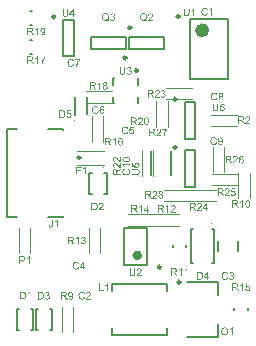
<source format=gto>
G04*
G04 #@! TF.GenerationSoftware,Altium Limited,Altium Designer,23.8.1 (32)*
G04*
G04 Layer_Color=16777215*
%FSLAX44Y44*%
%MOMM*%
G71*
G04*
G04 #@! TF.SameCoordinates,A6862DCD-3B86-4064-B5AB-42711134FE70*
G04*
G04*
G04 #@! TF.FilePolarity,Positive*
G04*
G01*
G75*
%ADD10C,0.2500*%
%ADD11C,0.4000*%
%ADD12C,0.6000*%
%ADD13C,0.1000*%
%ADD14C,0.2000*%
%ADD15C,0.0500*%
G36*
X175515Y198777D02*
X175580D01*
X175654Y198768D01*
X175830Y198731D01*
X176024Y198685D01*
X176227Y198611D01*
X176430Y198500D01*
X176532Y198435D01*
X176625Y198361D01*
X176634Y198352D01*
X176643Y198343D01*
X176671Y198315D01*
X176699Y198287D01*
X176745Y198241D01*
X176782Y198186D01*
X176884Y198056D01*
X176985Y197890D01*
X177078Y197686D01*
X177161Y197455D01*
X177216Y197196D01*
X176430Y197132D01*
Y197141D01*
X176421Y197150D01*
X176412Y197206D01*
X176384Y197289D01*
X176347Y197391D01*
X176310Y197502D01*
X176255Y197612D01*
X176190Y197714D01*
X176125Y197797D01*
X176107Y197816D01*
X176070Y197853D01*
X176005Y197908D01*
X175913Y197973D01*
X175793Y198029D01*
X175663Y198084D01*
X175506Y198121D01*
X175340Y198139D01*
X175275D01*
X175201Y198130D01*
X175118Y198112D01*
X175007Y198084D01*
X174896Y198047D01*
X174785Y198001D01*
X174674Y197927D01*
X174655Y197918D01*
X174609Y197881D01*
X174544Y197816D01*
X174461Y197723D01*
X174369Y197612D01*
X174267Y197483D01*
X174175Y197317D01*
X174082Y197132D01*
Y197122D01*
X174073Y197104D01*
X174064Y197076D01*
X174045Y197039D01*
X174036Y196984D01*
X174017Y196919D01*
X173999Y196845D01*
X173980Y196753D01*
X173953Y196651D01*
X173934Y196540D01*
X173916Y196420D01*
X173906Y196290D01*
X173888Y196142D01*
X173879Y195994D01*
X173869Y195828D01*
Y195662D01*
X173879Y195671D01*
X173916Y195726D01*
X173980Y195800D01*
X174064Y195893D01*
X174156Y196004D01*
X174276Y196105D01*
X174406Y196207D01*
X174554Y196300D01*
X174563D01*
X174572Y196309D01*
X174628Y196337D01*
X174711Y196364D01*
X174822Y196411D01*
X174951Y196448D01*
X175099Y196475D01*
X175256Y196503D01*
X175423Y196512D01*
X175497D01*
X175552Y196503D01*
X175626Y196494D01*
X175700Y196485D01*
X175793Y196466D01*
X175885Y196438D01*
X176098Y196374D01*
X176209Y196327D01*
X176320Y196263D01*
X176430Y196198D01*
X176551Y196124D01*
X176662Y196031D01*
X176763Y195930D01*
X176773Y195921D01*
X176791Y195902D01*
X176819Y195874D01*
X176847Y195828D01*
X176893Y195763D01*
X176939Y195699D01*
X176985Y195615D01*
X177041Y195523D01*
X177096Y195421D01*
X177142Y195310D01*
X177189Y195181D01*
X177235Y195051D01*
X177263Y194913D01*
X177290Y194756D01*
X177309Y194598D01*
X177318Y194432D01*
Y194423D01*
Y194404D01*
Y194377D01*
Y194330D01*
X177309Y194275D01*
Y194219D01*
X177281Y194071D01*
X177253Y193896D01*
X177207Y193711D01*
X177142Y193507D01*
X177050Y193313D01*
Y193304D01*
X177041Y193295D01*
X177022Y193267D01*
X177004Y193230D01*
X176948Y193138D01*
X176865Y193017D01*
X176763Y192888D01*
X176643Y192759D01*
X176495Y192629D01*
X176338Y192518D01*
X176329D01*
X176320Y192509D01*
X176292Y192490D01*
X176255Y192481D01*
X176162Y192435D01*
X176042Y192389D01*
X175885Y192333D01*
X175709Y192296D01*
X175515Y192259D01*
X175303Y192250D01*
X175256D01*
X175210Y192259D01*
X175136D01*
X175053Y192269D01*
X174960Y192287D01*
X174849Y192315D01*
X174739Y192342D01*
X174609Y192379D01*
X174480Y192426D01*
X174350Y192481D01*
X174212Y192555D01*
X174082Y192638D01*
X173953Y192731D01*
X173823Y192842D01*
X173703Y192971D01*
X173694Y192980D01*
X173675Y193008D01*
X173648Y193045D01*
X173611Y193110D01*
X173555Y193193D01*
X173509Y193286D01*
X173453Y193406D01*
X173398Y193535D01*
X173333Y193692D01*
X173278Y193868D01*
X173232Y194062D01*
X173185Y194275D01*
X173139Y194515D01*
X173111Y194774D01*
X173093Y195051D01*
X173084Y195347D01*
Y195357D01*
Y195366D01*
Y195394D01*
Y195431D01*
X173093Y195523D01*
Y195652D01*
X173102Y195800D01*
X173121Y195976D01*
X173139Y196170D01*
X173167Y196383D01*
X173204Y196595D01*
X173250Y196827D01*
X173305Y197048D01*
X173370Y197270D01*
X173453Y197483D01*
X173546Y197686D01*
X173648Y197881D01*
X173768Y198047D01*
X173777Y198056D01*
X173796Y198075D01*
X173832Y198112D01*
X173879Y198167D01*
X173934Y198223D01*
X174008Y198278D01*
X174101Y198352D01*
X174193Y198417D01*
X174304Y198482D01*
X174424Y198556D01*
X174563Y198611D01*
X174702Y198676D01*
X174859Y198722D01*
X175025Y198759D01*
X175201Y198777D01*
X175386Y198787D01*
X175460D01*
X175515Y198777D01*
D02*
G37*
G36*
X172030Y195061D02*
Y195051D01*
Y195014D01*
Y194968D01*
Y194904D01*
X172020Y194820D01*
Y194728D01*
X172011Y194617D01*
X172002Y194506D01*
X171974Y194256D01*
X171937Y193997D01*
X171882Y193748D01*
X171845Y193628D01*
X171808Y193517D01*
Y193507D01*
X171798Y193489D01*
X171780Y193461D01*
X171761Y193424D01*
X171706Y193323D01*
X171623Y193193D01*
X171512Y193045D01*
X171382Y192897D01*
X171216Y192740D01*
X171013Y192601D01*
X171003D01*
X170985Y192583D01*
X170957Y192574D01*
X170911Y192546D01*
X170855Y192518D01*
X170781Y192490D01*
X170707Y192463D01*
X170615Y192426D01*
X170513Y192389D01*
X170402Y192361D01*
X170282Y192333D01*
X170144Y192306D01*
X170005Y192287D01*
X169857Y192269D01*
X169524Y192250D01*
X169441D01*
X169376Y192259D01*
X169302D01*
X169210Y192269D01*
X169108Y192278D01*
X169006Y192287D01*
X168775Y192324D01*
X168526Y192379D01*
X168285Y192453D01*
X168054Y192555D01*
X168045D01*
X168026Y192574D01*
X167999Y192592D01*
X167962Y192611D01*
X167860Y192685D01*
X167740Y192786D01*
X167601Y192916D01*
X167472Y193064D01*
X167342Y193249D01*
X167240Y193452D01*
Y193461D01*
X167231Y193480D01*
X167222Y193517D01*
X167203Y193563D01*
X167185Y193618D01*
X167166Y193692D01*
X167139Y193776D01*
X167120Y193877D01*
X167102Y193988D01*
X167074Y194108D01*
X167055Y194238D01*
X167037Y194377D01*
X167019Y194534D01*
X167009Y194700D01*
X167000Y194876D01*
Y195061D01*
Y198759D01*
X167851D01*
Y195061D01*
Y195051D01*
Y195024D01*
Y194977D01*
Y194922D01*
X167860Y194857D01*
Y194774D01*
X167869Y194598D01*
X167888Y194395D01*
X167915Y194192D01*
X167952Y193997D01*
X167971Y193914D01*
X167999Y193831D01*
X168008Y193813D01*
X168026Y193766D01*
X168072Y193702D01*
X168128Y193609D01*
X168193Y193517D01*
X168285Y193415D01*
X168396Y193313D01*
X168526Y193230D01*
X168544Y193221D01*
X168590Y193193D01*
X168673Y193165D01*
X168784Y193128D01*
X168914Y193082D01*
X169080Y193054D01*
X169256Y193027D01*
X169450Y193017D01*
X169543D01*
X169598Y193027D01*
X169681D01*
X169764Y193036D01*
X169968Y193073D01*
X170190Y193119D01*
X170402Y193193D01*
X170606Y193295D01*
X170698Y193360D01*
X170781Y193433D01*
X170791Y193443D01*
X170800Y193452D01*
X170818Y193480D01*
X170846Y193517D01*
X170874Y193572D01*
X170911Y193628D01*
X170948Y193711D01*
X170985Y193794D01*
X171022Y193896D01*
X171050Y194016D01*
X171087Y194155D01*
X171114Y194303D01*
X171142Y194469D01*
X171161Y194645D01*
X171179Y194848D01*
Y195061D01*
Y198759D01*
X172030D01*
Y195061D01*
D02*
G37*
G36*
X103124Y148605D02*
X103197Y148596D01*
X103281Y148587D01*
X103382Y148568D01*
X103484Y148550D01*
X103724Y148494D01*
X103974Y148402D01*
X104103Y148346D01*
X104224Y148272D01*
X104353Y148198D01*
X104473Y148106D01*
X104483Y148097D01*
X104510Y148078D01*
X104547Y148041D01*
X104593Y147995D01*
X104649Y147930D01*
X104723Y147856D01*
X104788Y147764D01*
X104862Y147662D01*
X104936Y147551D01*
X105000Y147422D01*
X105065Y147283D01*
X105130Y147135D01*
X105176Y146978D01*
X105213Y146802D01*
X105241Y146617D01*
X105250Y146423D01*
Y146340D01*
X105241Y146275D01*
X105232Y146201D01*
X105222Y146118D01*
X105213Y146016D01*
X105185Y145915D01*
X105130Y145683D01*
X105047Y145452D01*
X104991Y145332D01*
X104926Y145212D01*
X104852Y145101D01*
X104769Y144990D01*
X104760Y144981D01*
X104751Y144962D01*
X104714Y144944D01*
X104677Y144907D01*
X104630Y144861D01*
X104575Y144814D01*
X104501Y144759D01*
X104418Y144713D01*
X104335Y144657D01*
X104233Y144602D01*
X104011Y144500D01*
X103752Y144417D01*
X103614Y144389D01*
X103466Y144371D01*
X103401Y145194D01*
X103410D01*
X103429D01*
X103456Y145203D01*
X103503Y145212D01*
X103604Y145240D01*
X103743Y145277D01*
X103882Y145332D01*
X104039Y145406D01*
X104178Y145499D01*
X104307Y145610D01*
X104316Y145628D01*
X104353Y145665D01*
X104399Y145739D01*
X104455Y145841D01*
X104510Y145952D01*
X104557Y146090D01*
X104593Y146248D01*
X104603Y146423D01*
Y146479D01*
X104593Y146516D01*
X104584Y146627D01*
X104547Y146756D01*
X104501Y146913D01*
X104427Y147070D01*
X104316Y147237D01*
X104251Y147311D01*
X104178Y147385D01*
X104168Y147394D01*
X104159Y147403D01*
X104131Y147422D01*
X104103Y147449D01*
X104002Y147514D01*
X103872Y147588D01*
X103715Y147653D01*
X103521Y147718D01*
X103290Y147764D01*
X103170Y147782D01*
X103040D01*
X103031D01*
X103013D01*
X102976D01*
X102929Y147773D01*
X102874D01*
X102809Y147764D01*
X102661Y147736D01*
X102486Y147690D01*
X102310Y147625D01*
X102143Y147533D01*
X101986Y147403D01*
X101977D01*
X101968Y147385D01*
X101922Y147338D01*
X101857Y147255D01*
X101783Y147144D01*
X101718Y146996D01*
X101653Y146830D01*
X101607Y146636D01*
X101589Y146525D01*
Y146349D01*
X101598Y146275D01*
X101607Y146183D01*
X101635Y146072D01*
X101663Y145961D01*
X101709Y145841D01*
X101764Y145721D01*
X101774Y145711D01*
X101792Y145674D01*
X101838Y145619D01*
X101885Y145545D01*
X101949Y145471D01*
X102032Y145397D01*
X102116Y145314D01*
X102217Y145249D01*
X102116Y144509D01*
X98824Y145129D01*
Y148309D01*
X99573D01*
Y145748D01*
X101302Y145406D01*
X101293Y145415D01*
X101284Y145434D01*
X101265Y145462D01*
X101237Y145508D01*
X101210Y145563D01*
X101173Y145628D01*
X101099Y145776D01*
X101025Y145961D01*
X100960Y146164D01*
X100914Y146386D01*
X100895Y146497D01*
Y146700D01*
X100905Y146756D01*
X100914Y146830D01*
X100923Y146913D01*
X100941Y147006D01*
X100969Y147107D01*
X101034Y147329D01*
X101080Y147449D01*
X101145Y147570D01*
X101210Y147690D01*
X101284Y147810D01*
X101376Y147921D01*
X101478Y148032D01*
X101487Y148041D01*
X101505Y148060D01*
X101533Y148087D01*
X101580Y148124D01*
X101644Y148170D01*
X101709Y148217D01*
X101792Y148272D01*
X101885Y148328D01*
X101986Y148374D01*
X102097Y148429D01*
X102227Y148476D01*
X102356Y148522D01*
X102495Y148559D01*
X102652Y148587D01*
X102809Y148605D01*
X102976Y148614D01*
X102985D01*
X103013D01*
X103059D01*
X103124Y148605D01*
D02*
G37*
G36*
X102680Y143270D02*
X102772D01*
X102883Y143261D01*
X102994Y143252D01*
X103244Y143224D01*
X103503Y143187D01*
X103752Y143132D01*
X103872Y143095D01*
X103983Y143058D01*
X103993D01*
X104011Y143048D01*
X104039Y143030D01*
X104076Y143012D01*
X104178Y142956D01*
X104307Y142873D01*
X104455Y142762D01*
X104603Y142632D01*
X104760Y142466D01*
X104899Y142263D01*
Y142253D01*
X104917Y142235D01*
X104926Y142207D01*
X104954Y142161D01*
X104982Y142105D01*
X105010Y142031D01*
X105037Y141958D01*
X105074Y141865D01*
X105111Y141763D01*
X105139Y141652D01*
X105167Y141532D01*
X105195Y141393D01*
X105213Y141255D01*
X105232Y141107D01*
X105250Y140774D01*
Y140691D01*
X105241Y140626D01*
Y140552D01*
X105232Y140460D01*
X105222Y140358D01*
X105213Y140256D01*
X105176Y140025D01*
X105120Y139775D01*
X105047Y139535D01*
X104945Y139304D01*
Y139295D01*
X104926Y139276D01*
X104908Y139249D01*
X104889Y139212D01*
X104815Y139110D01*
X104714Y138990D01*
X104584Y138851D01*
X104436Y138722D01*
X104251Y138592D01*
X104048Y138490D01*
X104039D01*
X104020Y138481D01*
X103983Y138472D01*
X103937Y138453D01*
X103882Y138435D01*
X103808Y138416D01*
X103724Y138389D01*
X103623Y138370D01*
X103512Y138352D01*
X103392Y138324D01*
X103262Y138306D01*
X103124Y138287D01*
X102966Y138268D01*
X102800Y138259D01*
X102624Y138250D01*
X102439D01*
X98741D01*
Y139101D01*
X102439D01*
X102449D01*
X102476D01*
X102522D01*
X102578D01*
X102643Y139110D01*
X102726D01*
X102902Y139119D01*
X103105Y139138D01*
X103308Y139165D01*
X103503Y139202D01*
X103586Y139221D01*
X103669Y139249D01*
X103687Y139258D01*
X103734Y139276D01*
X103798Y139323D01*
X103891Y139378D01*
X103983Y139443D01*
X104085Y139535D01*
X104187Y139646D01*
X104270Y139775D01*
X104279Y139794D01*
X104307Y139840D01*
X104335Y139923D01*
X104372Y140034D01*
X104418Y140164D01*
X104446Y140330D01*
X104473Y140506D01*
X104483Y140700D01*
Y140793D01*
X104473Y140848D01*
Y140931D01*
X104464Y141014D01*
X104427Y141218D01*
X104381Y141440D01*
X104307Y141652D01*
X104205Y141856D01*
X104141Y141948D01*
X104066Y142031D01*
X104057Y142041D01*
X104048Y142050D01*
X104020Y142068D01*
X103983Y142096D01*
X103928Y142124D01*
X103872Y142161D01*
X103789Y142198D01*
X103706Y142235D01*
X103604Y142272D01*
X103484Y142300D01*
X103345Y142337D01*
X103197Y142364D01*
X103031Y142392D01*
X102855Y142410D01*
X102652Y142429D01*
X102439D01*
X98741D01*
Y143280D01*
X102439D01*
X102449D01*
X102486D01*
X102532D01*
X102597D01*
X102680Y143270D01*
D02*
G37*
G36*
X45030Y275061D02*
Y275051D01*
Y275014D01*
Y274968D01*
Y274904D01*
X45020Y274820D01*
Y274728D01*
X45011Y274617D01*
X45002Y274506D01*
X44974Y274256D01*
X44937Y273997D01*
X44882Y273748D01*
X44845Y273628D01*
X44808Y273517D01*
Y273507D01*
X44798Y273489D01*
X44780Y273461D01*
X44762Y273424D01*
X44706Y273323D01*
X44623Y273193D01*
X44512Y273045D01*
X44382Y272897D01*
X44216Y272740D01*
X44013Y272601D01*
X44003D01*
X43985Y272583D01*
X43957Y272574D01*
X43911Y272546D01*
X43855Y272518D01*
X43781Y272490D01*
X43707Y272463D01*
X43615Y272426D01*
X43513Y272389D01*
X43402Y272361D01*
X43282Y272333D01*
X43144Y272306D01*
X43005Y272287D01*
X42857Y272269D01*
X42524Y272250D01*
X42441D01*
X42376Y272259D01*
X42302D01*
X42210Y272269D01*
X42108Y272278D01*
X42006Y272287D01*
X41775Y272324D01*
X41526Y272379D01*
X41285Y272453D01*
X41054Y272555D01*
X41045D01*
X41026Y272574D01*
X40999Y272592D01*
X40961Y272611D01*
X40860Y272684D01*
X40740Y272786D01*
X40601Y272916D01*
X40472Y273064D01*
X40342Y273249D01*
X40240Y273452D01*
Y273461D01*
X40231Y273480D01*
X40222Y273517D01*
X40203Y273563D01*
X40185Y273618D01*
X40166Y273692D01*
X40139Y273776D01*
X40120Y273877D01*
X40102Y273988D01*
X40074Y274108D01*
X40055Y274238D01*
X40037Y274377D01*
X40019Y274534D01*
X40009Y274700D01*
X40000Y274876D01*
Y275061D01*
Y278759D01*
X40851D01*
Y275061D01*
Y275051D01*
Y275024D01*
Y274977D01*
Y274922D01*
X40860Y274857D01*
Y274774D01*
X40869Y274598D01*
X40888Y274395D01*
X40915Y274192D01*
X40952Y273997D01*
X40971Y273914D01*
X40999Y273831D01*
X41008Y273813D01*
X41026Y273766D01*
X41073Y273702D01*
X41128Y273609D01*
X41193Y273517D01*
X41285Y273415D01*
X41396Y273313D01*
X41526Y273230D01*
X41544Y273221D01*
X41590Y273193D01*
X41673Y273165D01*
X41784Y273128D01*
X41914Y273082D01*
X42080Y273054D01*
X42256Y273027D01*
X42450Y273017D01*
X42543D01*
X42598Y273027D01*
X42681D01*
X42764Y273036D01*
X42968Y273073D01*
X43190Y273119D01*
X43402Y273193D01*
X43606Y273295D01*
X43698Y273360D01*
X43781Y273433D01*
X43791Y273443D01*
X43800Y273452D01*
X43818Y273480D01*
X43846Y273517D01*
X43874Y273572D01*
X43911Y273628D01*
X43948Y273711D01*
X43985Y273794D01*
X44022Y273896D01*
X44050Y274016D01*
X44087Y274155D01*
X44114Y274303D01*
X44142Y274469D01*
X44160Y274645D01*
X44179Y274848D01*
Y275061D01*
Y278759D01*
X45030D01*
Y275061D01*
D02*
G37*
G36*
X49421Y274617D02*
X50290D01*
Y273896D01*
X49421D01*
Y272361D01*
X48635D01*
Y273896D01*
X45852D01*
Y274617D01*
X48783Y278759D01*
X49421D01*
Y274617D01*
D02*
G37*
G36*
X96571Y229777D02*
X96691Y229759D01*
X96839Y229731D01*
X97006Y229685D01*
X97172Y229629D01*
X97338Y229555D01*
X97348D01*
X97357Y229546D01*
X97412Y229519D01*
X97496Y229463D01*
X97588Y229398D01*
X97699Y229306D01*
X97810Y229204D01*
X97921Y229084D01*
X98013Y228945D01*
X98023Y228927D01*
X98050Y228881D01*
X98087Y228797D01*
X98133Y228696D01*
X98180Y228575D01*
X98217Y228437D01*
X98244Y228280D01*
X98254Y228122D01*
Y228104D01*
Y228048D01*
X98244Y227974D01*
X98226Y227873D01*
X98198Y227753D01*
X98152Y227623D01*
X98097Y227494D01*
X98023Y227364D01*
X98013Y227346D01*
X97986Y227309D01*
X97930Y227244D01*
X97856Y227170D01*
X97764Y227087D01*
X97653Y226994D01*
X97523Y226911D01*
X97366Y226828D01*
X97375D01*
X97394Y226819D01*
X97422Y226810D01*
X97459Y226800D01*
X97560Y226763D01*
X97690Y226708D01*
X97838Y226634D01*
X97986Y226541D01*
X98124Y226421D01*
X98254Y226283D01*
X98263Y226264D01*
X98300Y226209D01*
X98355Y226116D01*
X98411Y225996D01*
X98466Y225848D01*
X98522Y225672D01*
X98559Y225469D01*
X98568Y225247D01*
Y225238D01*
Y225210D01*
Y225164D01*
X98559Y225108D01*
X98550Y225034D01*
X98531Y224951D01*
X98513Y224859D01*
X98494Y224757D01*
X98420Y224535D01*
X98365Y224415D01*
X98309Y224304D01*
X98235Y224184D01*
X98152Y224064D01*
X98060Y223943D01*
X97949Y223832D01*
X97939Y223823D01*
X97921Y223805D01*
X97884Y223777D01*
X97838Y223740D01*
X97782Y223694D01*
X97708Y223648D01*
X97625Y223592D01*
X97523Y223546D01*
X97422Y223490D01*
X97301Y223435D01*
X97181Y223389D01*
X97043Y223342D01*
X96895Y223305D01*
X96737Y223278D01*
X96580Y223259D01*
X96405Y223250D01*
X96321D01*
X96266Y223259D01*
X96192Y223269D01*
X96109Y223278D01*
X96016Y223296D01*
X95915Y223315D01*
X95693Y223370D01*
X95462Y223463D01*
X95341Y223518D01*
X95230Y223583D01*
X95119Y223666D01*
X95008Y223749D01*
X94999Y223759D01*
X94981Y223777D01*
X94953Y223805D01*
X94925Y223842D01*
X94879Y223888D01*
X94833Y223953D01*
X94777Y224017D01*
X94722Y224101D01*
X94666Y224193D01*
X94611Y224286D01*
X94509Y224507D01*
X94426Y224766D01*
X94398Y224905D01*
X94380Y225053D01*
X95166Y225155D01*
Y225145D01*
X95175Y225127D01*
X95184Y225090D01*
X95193Y225044D01*
X95203Y224988D01*
X95221Y224923D01*
X95267Y224785D01*
X95332Y224618D01*
X95415Y224461D01*
X95508Y224313D01*
X95619Y224184D01*
X95637Y224175D01*
X95674Y224138D01*
X95748Y224091D01*
X95841Y224045D01*
X95952Y223990D01*
X96090Y223943D01*
X96247Y223906D01*
X96414Y223897D01*
X96469D01*
X96506Y223906D01*
X96608Y223916D01*
X96737Y223943D01*
X96885Y223990D01*
X97043Y224054D01*
X97200Y224147D01*
X97348Y224276D01*
X97366Y224295D01*
X97412Y224350D01*
X97468Y224433D01*
X97542Y224544D01*
X97616Y224683D01*
X97671Y224840D01*
X97718Y225025D01*
X97736Y225229D01*
Y225238D01*
Y225256D01*
Y225284D01*
X97727Y225321D01*
X97718Y225423D01*
X97690Y225543D01*
X97653Y225691D01*
X97588Y225839D01*
X97496Y225987D01*
X97375Y226125D01*
X97357Y226144D01*
X97311Y226181D01*
X97237Y226236D01*
X97135Y226301D01*
X97006Y226366D01*
X96848Y226421D01*
X96673Y226458D01*
X96479Y226477D01*
X96395D01*
X96331Y226467D01*
X96247Y226458D01*
X96155Y226440D01*
X96044Y226421D01*
X95924Y226394D01*
X96016Y227087D01*
X96062D01*
X96100Y227078D01*
X96220D01*
X96321Y227096D01*
X96442Y227115D01*
X96580Y227142D01*
X96737Y227189D01*
X96885Y227253D01*
X97043Y227337D01*
X97052D01*
X97061Y227346D01*
X97107Y227383D01*
X97172Y227447D01*
X97246Y227531D01*
X97320Y227651D01*
X97385Y227790D01*
X97431Y227947D01*
X97449Y228039D01*
Y228141D01*
Y228150D01*
Y228159D01*
Y228215D01*
X97431Y228289D01*
X97412Y228391D01*
X97375Y228501D01*
X97329Y228622D01*
X97255Y228742D01*
X97154Y228853D01*
X97144Y228862D01*
X97098Y228899D01*
X97033Y228945D01*
X96950Y229001D01*
X96839Y229047D01*
X96710Y229093D01*
X96562Y229130D01*
X96395Y229139D01*
X96321D01*
X96238Y229121D01*
X96127Y229102D01*
X96007Y229065D01*
X95887Y229019D01*
X95757Y228945D01*
X95637Y228853D01*
X95628Y228844D01*
X95591Y228797D01*
X95535Y228733D01*
X95471Y228640D01*
X95406Y228520D01*
X95341Y228372D01*
X95286Y228196D01*
X95249Y227993D01*
X94463Y228132D01*
Y228141D01*
X94472Y228169D01*
X94481Y228206D01*
X94491Y228261D01*
X94509Y228326D01*
X94537Y228400D01*
X94593Y228575D01*
X94685Y228779D01*
X94796Y228982D01*
X94935Y229176D01*
X95110Y229352D01*
X95119Y229361D01*
X95138Y229371D01*
X95166Y229389D01*
X95203Y229417D01*
X95249Y229454D01*
X95314Y229491D01*
X95378Y229528D01*
X95462Y229574D01*
X95646Y229648D01*
X95859Y229722D01*
X96109Y229768D01*
X96238Y229787D01*
X96469D01*
X96571Y229777D01*
D02*
G37*
G36*
X93280Y226061D02*
Y226051D01*
Y226014D01*
Y225968D01*
Y225903D01*
X93270Y225820D01*
Y225728D01*
X93261Y225617D01*
X93252Y225506D01*
X93224Y225256D01*
X93187Y224997D01*
X93132Y224748D01*
X93095Y224628D01*
X93058Y224517D01*
Y224507D01*
X93048Y224489D01*
X93030Y224461D01*
X93012Y224424D01*
X92956Y224322D01*
X92873Y224193D01*
X92762Y224045D01*
X92632Y223897D01*
X92466Y223740D01*
X92263Y223601D01*
X92253D01*
X92235Y223583D01*
X92207Y223574D01*
X92161Y223546D01*
X92105Y223518D01*
X92031Y223490D01*
X91958Y223463D01*
X91865Y223426D01*
X91763Y223389D01*
X91652Y223361D01*
X91532Y223333D01*
X91393Y223305D01*
X91255Y223287D01*
X91107Y223269D01*
X90774Y223250D01*
X90691D01*
X90626Y223259D01*
X90552D01*
X90460Y223269D01*
X90358Y223278D01*
X90256Y223287D01*
X90025Y223324D01*
X89775Y223379D01*
X89535Y223453D01*
X89304Y223555D01*
X89295D01*
X89276Y223574D01*
X89249Y223592D01*
X89212Y223611D01*
X89110Y223685D01*
X88990Y223786D01*
X88851Y223916D01*
X88722Y224064D01*
X88592Y224249D01*
X88490Y224452D01*
Y224461D01*
X88481Y224480D01*
X88472Y224517D01*
X88453Y224563D01*
X88435Y224618D01*
X88416Y224692D01*
X88389Y224776D01*
X88370Y224877D01*
X88352Y224988D01*
X88324Y225108D01*
X88306Y225238D01*
X88287Y225376D01*
X88268Y225534D01*
X88259Y225700D01*
X88250Y225876D01*
Y226061D01*
Y229759D01*
X89101D01*
Y226061D01*
Y226051D01*
Y226024D01*
Y225977D01*
Y225922D01*
X89110Y225857D01*
Y225774D01*
X89119Y225598D01*
X89138Y225395D01*
X89165Y225192D01*
X89202Y224997D01*
X89221Y224914D01*
X89249Y224831D01*
X89258Y224813D01*
X89276Y224766D01*
X89323Y224702D01*
X89378Y224609D01*
X89443Y224517D01*
X89535Y224415D01*
X89646Y224313D01*
X89775Y224230D01*
X89794Y224221D01*
X89840Y224193D01*
X89923Y224165D01*
X90034Y224128D01*
X90164Y224082D01*
X90330Y224054D01*
X90506Y224027D01*
X90700Y224017D01*
X90793D01*
X90848Y224027D01*
X90931D01*
X91014Y224036D01*
X91218Y224073D01*
X91440Y224119D01*
X91652Y224193D01*
X91856Y224295D01*
X91948Y224359D01*
X92031Y224433D01*
X92041Y224443D01*
X92050Y224452D01*
X92068Y224480D01*
X92096Y224517D01*
X92124Y224572D01*
X92161Y224628D01*
X92198Y224711D01*
X92235Y224794D01*
X92272Y224896D01*
X92300Y225016D01*
X92337Y225155D01*
X92364Y225303D01*
X92392Y225469D01*
X92410Y225645D01*
X92429Y225848D01*
Y226061D01*
Y229759D01*
X93280D01*
Y226061D01*
D02*
G37*
G36*
X101780Y55561D02*
Y55551D01*
Y55514D01*
Y55468D01*
Y55403D01*
X101770Y55320D01*
Y55228D01*
X101761Y55117D01*
X101752Y55006D01*
X101724Y54756D01*
X101687Y54497D01*
X101632Y54248D01*
X101595Y54128D01*
X101558Y54017D01*
Y54007D01*
X101549Y53989D01*
X101530Y53961D01*
X101511Y53924D01*
X101456Y53822D01*
X101373Y53693D01*
X101262Y53545D01*
X101132Y53397D01*
X100966Y53240D01*
X100763Y53101D01*
X100753D01*
X100735Y53083D01*
X100707Y53074D01*
X100661Y53046D01*
X100605Y53018D01*
X100531Y52990D01*
X100457Y52963D01*
X100365Y52926D01*
X100263Y52889D01*
X100152Y52861D01*
X100032Y52833D01*
X99894Y52806D01*
X99755Y52787D01*
X99607Y52769D01*
X99274Y52750D01*
X99191D01*
X99126Y52759D01*
X99052D01*
X98960Y52769D01*
X98858Y52778D01*
X98756Y52787D01*
X98525Y52824D01*
X98275Y52879D01*
X98035Y52953D01*
X97804Y53055D01*
X97795D01*
X97776Y53074D01*
X97748Y53092D01*
X97711Y53111D01*
X97610Y53185D01*
X97490Y53286D01*
X97351Y53416D01*
X97221Y53564D01*
X97092Y53748D01*
X96990Y53952D01*
Y53961D01*
X96981Y53980D01*
X96972Y54017D01*
X96953Y54063D01*
X96935Y54118D01*
X96916Y54192D01*
X96889Y54275D01*
X96870Y54377D01*
X96852Y54488D01*
X96824Y54608D01*
X96805Y54738D01*
X96787Y54876D01*
X96769Y55034D01*
X96759Y55200D01*
X96750Y55376D01*
Y55561D01*
Y59259D01*
X97601D01*
Y55561D01*
Y55551D01*
Y55524D01*
Y55477D01*
Y55422D01*
X97610Y55357D01*
Y55274D01*
X97619Y55098D01*
X97638Y54895D01*
X97665Y54692D01*
X97702Y54497D01*
X97721Y54414D01*
X97748Y54331D01*
X97758Y54313D01*
X97776Y54266D01*
X97823Y54202D01*
X97878Y54109D01*
X97943Y54017D01*
X98035Y53915D01*
X98146Y53813D01*
X98275Y53730D01*
X98294Y53721D01*
X98340Y53693D01*
X98424Y53665D01*
X98534Y53628D01*
X98664Y53582D01*
X98830Y53554D01*
X99006Y53527D01*
X99200Y53517D01*
X99292D01*
X99348Y53527D01*
X99431D01*
X99514Y53536D01*
X99718Y53573D01*
X99940Y53619D01*
X100152Y53693D01*
X100356Y53795D01*
X100448Y53860D01*
X100531Y53933D01*
X100541Y53943D01*
X100550Y53952D01*
X100568Y53980D01*
X100596Y54017D01*
X100624Y54072D01*
X100661Y54128D01*
X100698Y54211D01*
X100735Y54294D01*
X100772Y54396D01*
X100800Y54516D01*
X100837Y54655D01*
X100864Y54802D01*
X100892Y54969D01*
X100911Y55145D01*
X100929Y55348D01*
Y55561D01*
Y59259D01*
X101780D01*
Y55561D01*
D02*
G37*
G36*
X105145Y59277D02*
X105219Y59268D01*
X105311Y59259D01*
X105413Y59240D01*
X105515Y59222D01*
X105755Y59157D01*
X105996Y59065D01*
X106116Y59009D01*
X106236Y58945D01*
X106347Y58861D01*
X106449Y58769D01*
X106458Y58760D01*
X106476Y58750D01*
X106495Y58713D01*
X106532Y58676D01*
X106578Y58630D01*
X106624Y58566D01*
X106671Y58501D01*
X106726Y58418D01*
X106819Y58242D01*
X106911Y58020D01*
X106948Y57909D01*
X106966Y57780D01*
X106985Y57650D01*
X106994Y57512D01*
Y57493D01*
Y57447D01*
X106985Y57373D01*
X106976Y57271D01*
X106957Y57160D01*
X106920Y57031D01*
X106883Y56892D01*
X106828Y56753D01*
X106819Y56735D01*
X106800Y56689D01*
X106763Y56615D01*
X106707Y56513D01*
X106634Y56402D01*
X106541Y56263D01*
X106430Y56125D01*
X106301Y55967D01*
X106282Y55949D01*
X106236Y55894D01*
X106190Y55847D01*
X106144Y55801D01*
X106088Y55746D01*
X106014Y55672D01*
X105940Y55598D01*
X105848Y55514D01*
X105755Y55422D01*
X105644Y55320D01*
X105524Y55219D01*
X105395Y55098D01*
X105247Y54978D01*
X105099Y54849D01*
X105090Y54840D01*
X105071Y54821D01*
X105034Y54793D01*
X104988Y54756D01*
X104932Y54701D01*
X104868Y54645D01*
X104720Y54525D01*
X104563Y54387D01*
X104415Y54248D01*
X104285Y54128D01*
X104230Y54081D01*
X104184Y54035D01*
X104174Y54026D01*
X104146Y53998D01*
X104109Y53961D01*
X104063Y53906D01*
X104017Y53841D01*
X103962Y53776D01*
X103851Y53619D01*
X107003D01*
Y52861D01*
X102760D01*
Y52870D01*
Y52907D01*
Y52963D01*
X102769Y53037D01*
X102778Y53120D01*
X102797Y53212D01*
X102815Y53305D01*
X102852Y53406D01*
Y53416D01*
X102861Y53425D01*
X102880Y53480D01*
X102917Y53564D01*
X102972Y53675D01*
X103046Y53804D01*
X103139Y53952D01*
X103240Y54100D01*
X103370Y54257D01*
Y54266D01*
X103388Y54275D01*
X103435Y54331D01*
X103518Y54414D01*
X103638Y54534D01*
X103777Y54673D01*
X103952Y54840D01*
X104165Y55024D01*
X104396Y55219D01*
X104405Y55228D01*
X104442Y55256D01*
X104498Y55302D01*
X104563Y55357D01*
X104646Y55431D01*
X104747Y55514D01*
X104849Y55607D01*
X104969Y55709D01*
X105201Y55931D01*
X105432Y56152D01*
X105543Y56263D01*
X105644Y56374D01*
X105737Y56476D01*
X105811Y56578D01*
Y56587D01*
X105829Y56596D01*
X105848Y56624D01*
X105866Y56661D01*
X105931Y56763D01*
X106005Y56883D01*
X106070Y57031D01*
X106134Y57188D01*
X106171Y57364D01*
X106190Y57530D01*
Y57539D01*
Y57548D01*
X106180Y57604D01*
X106171Y57696D01*
X106144Y57798D01*
X106107Y57927D01*
X106042Y58057D01*
X105959Y58186D01*
X105848Y58316D01*
X105829Y58334D01*
X105783Y58371D01*
X105718Y58418D01*
X105617Y58482D01*
X105487Y58538D01*
X105339Y58593D01*
X105163Y58630D01*
X104969Y58639D01*
X104914D01*
X104877Y58630D01*
X104766Y58621D01*
X104636Y58593D01*
X104498Y58556D01*
X104341Y58492D01*
X104193Y58408D01*
X104054Y58297D01*
X104036Y58279D01*
X103998Y58233D01*
X103943Y58159D01*
X103888Y58048D01*
X103823Y57918D01*
X103767Y57752D01*
X103730Y57567D01*
X103712Y57354D01*
X102908Y57438D01*
Y57447D01*
X102917Y57474D01*
Y57521D01*
X102926Y57586D01*
X102944Y57659D01*
X102963Y57743D01*
X102991Y57844D01*
X103019Y57946D01*
X103092Y58168D01*
X103203Y58390D01*
X103268Y58501D01*
X103351Y58612D01*
X103435Y58713D01*
X103527Y58806D01*
X103536Y58815D01*
X103555Y58824D01*
X103582Y58852D01*
X103629Y58880D01*
X103684Y58917D01*
X103749Y58954D01*
X103823Y59000D01*
X103915Y59046D01*
X104017Y59092D01*
X104128Y59139D01*
X104248Y59176D01*
X104378Y59213D01*
X104516Y59240D01*
X104664Y59268D01*
X104821Y59277D01*
X104988Y59287D01*
X105080D01*
X105145Y59277D01*
D02*
G37*
G36*
X147530Y275561D02*
Y275551D01*
Y275514D01*
Y275468D01*
Y275403D01*
X147520Y275320D01*
Y275228D01*
X147511Y275117D01*
X147502Y275006D01*
X147474Y274756D01*
X147437Y274497D01*
X147382Y274248D01*
X147345Y274128D01*
X147308Y274017D01*
Y274007D01*
X147298Y273989D01*
X147280Y273961D01*
X147261Y273924D01*
X147206Y273822D01*
X147123Y273693D01*
X147012Y273545D01*
X146882Y273397D01*
X146716Y273240D01*
X146513Y273101D01*
X146503D01*
X146485Y273083D01*
X146457Y273074D01*
X146411Y273046D01*
X146355Y273018D01*
X146281Y272990D01*
X146208Y272963D01*
X146115Y272926D01*
X146013Y272889D01*
X145902Y272861D01*
X145782Y272833D01*
X145644Y272806D01*
X145505Y272787D01*
X145357Y272768D01*
X145024Y272750D01*
X144941D01*
X144876Y272759D01*
X144802D01*
X144710Y272768D01*
X144608Y272778D01*
X144506Y272787D01*
X144275Y272824D01*
X144025Y272879D01*
X143785Y272953D01*
X143554Y273055D01*
X143545D01*
X143526Y273074D01*
X143498Y273092D01*
X143462Y273111D01*
X143360Y273185D01*
X143240Y273286D01*
X143101Y273416D01*
X142971Y273564D01*
X142842Y273748D01*
X142740Y273952D01*
Y273961D01*
X142731Y273980D01*
X142722Y274017D01*
X142703Y274063D01*
X142685Y274118D01*
X142666Y274192D01*
X142639Y274275D01*
X142620Y274377D01*
X142602Y274488D01*
X142574Y274608D01*
X142556Y274738D01*
X142537Y274876D01*
X142519Y275034D01*
X142509Y275200D01*
X142500Y275376D01*
Y275561D01*
Y279259D01*
X143351D01*
Y275561D01*
Y275551D01*
Y275524D01*
Y275478D01*
Y275422D01*
X143360Y275357D01*
Y275274D01*
X143369Y275098D01*
X143388Y274895D01*
X143415Y274692D01*
X143452Y274497D01*
X143471Y274414D01*
X143498Y274331D01*
X143508Y274312D01*
X143526Y274266D01*
X143573Y274202D01*
X143628Y274109D01*
X143693Y274017D01*
X143785Y273915D01*
X143896Y273813D01*
X144025Y273730D01*
X144044Y273721D01*
X144090Y273693D01*
X144173Y273665D01*
X144284Y273628D01*
X144414Y273582D01*
X144580Y273554D01*
X144756Y273527D01*
X144950Y273517D01*
X145043D01*
X145098Y273527D01*
X145181D01*
X145265Y273536D01*
X145468Y273573D01*
X145690Y273619D01*
X145902Y273693D01*
X146106Y273795D01*
X146198Y273860D01*
X146281Y273933D01*
X146291Y273943D01*
X146300Y273952D01*
X146319Y273980D01*
X146346Y274017D01*
X146374Y274072D01*
X146411Y274128D01*
X146448Y274211D01*
X146485Y274294D01*
X146522Y274396D01*
X146550Y274516D01*
X146587Y274655D01*
X146614Y274802D01*
X146642Y274969D01*
X146660Y275145D01*
X146679Y275348D01*
Y275561D01*
Y279259D01*
X147530D01*
Y275561D01*
D02*
G37*
G36*
X151579Y272861D02*
X150793D01*
Y277863D01*
X150784Y277854D01*
X150738Y277817D01*
X150682Y277761D01*
X150590Y277696D01*
X150488Y277613D01*
X150359Y277521D01*
X150211Y277419D01*
X150044Y277317D01*
X150035D01*
X150026Y277308D01*
X149971Y277271D01*
X149878Y277225D01*
X149767Y277169D01*
X149638Y277105D01*
X149499Y277040D01*
X149360Y276975D01*
X149222Y276920D01*
Y277678D01*
X149231D01*
X149249Y277696D01*
X149286Y277706D01*
X149333Y277733D01*
X149388Y277761D01*
X149453Y277798D01*
X149610Y277891D01*
X149795Y277992D01*
X149980Y278122D01*
X150174Y278270D01*
X150368Y278427D01*
X150377Y278436D01*
X150386Y278445D01*
X150414Y278473D01*
X150451Y278501D01*
X150534Y278593D01*
X150645Y278704D01*
X150756Y278834D01*
X150877Y278981D01*
X150978Y279130D01*
X151071Y279287D01*
X151579D01*
Y272861D01*
D02*
G37*
G36*
X118395Y124777D02*
X118469Y124768D01*
X118561Y124759D01*
X118663Y124740D01*
X118765Y124722D01*
X119005Y124657D01*
X119246Y124565D01*
X119366Y124509D01*
X119486Y124445D01*
X119597Y124361D01*
X119699Y124269D01*
X119708Y124260D01*
X119726Y124250D01*
X119745Y124213D01*
X119782Y124176D01*
X119828Y124130D01*
X119874Y124066D01*
X119921Y124001D01*
X119976Y123918D01*
X120069Y123742D01*
X120161Y123520D01*
X120198Y123409D01*
X120216Y123280D01*
X120235Y123150D01*
X120244Y123012D01*
Y122993D01*
Y122947D01*
X120235Y122873D01*
X120226Y122771D01*
X120207Y122660D01*
X120170Y122531D01*
X120133Y122392D01*
X120078Y122253D01*
X120069Y122235D01*
X120050Y122189D01*
X120013Y122115D01*
X119958Y122013D01*
X119884Y121902D01*
X119791Y121763D01*
X119680Y121625D01*
X119551Y121468D01*
X119532Y121449D01*
X119486Y121393D01*
X119440Y121347D01*
X119394Y121301D01*
X119338Y121246D01*
X119264Y121172D01*
X119190Y121098D01*
X119098Y121014D01*
X119005Y120922D01*
X118894Y120820D01*
X118774Y120719D01*
X118645Y120598D01*
X118497Y120478D01*
X118349Y120349D01*
X118340Y120339D01*
X118321Y120321D01*
X118284Y120293D01*
X118238Y120256D01*
X118182Y120201D01*
X118118Y120145D01*
X117970Y120025D01*
X117812Y119887D01*
X117665Y119748D01*
X117535Y119628D01*
X117480Y119581D01*
X117434Y119535D01*
X117424Y119526D01*
X117396Y119498D01*
X117360Y119461D01*
X117313Y119406D01*
X117267Y119341D01*
X117212Y119276D01*
X117101Y119119D01*
X120253D01*
Y118361D01*
X116010D01*
Y118370D01*
Y118407D01*
Y118463D01*
X116019Y118537D01*
X116028Y118620D01*
X116047Y118712D01*
X116065Y118805D01*
X116102Y118906D01*
Y118916D01*
X116111Y118925D01*
X116130Y118980D01*
X116167Y119064D01*
X116222Y119175D01*
X116296Y119304D01*
X116389Y119452D01*
X116490Y119600D01*
X116620Y119757D01*
Y119766D01*
X116638Y119775D01*
X116685Y119831D01*
X116768Y119914D01*
X116888Y120034D01*
X117027Y120173D01*
X117202Y120339D01*
X117415Y120524D01*
X117646Y120719D01*
X117655Y120728D01*
X117692Y120756D01*
X117748Y120802D01*
X117812Y120857D01*
X117896Y120931D01*
X117998Y121014D01*
X118099Y121107D01*
X118219Y121209D01*
X118450Y121431D01*
X118682Y121652D01*
X118793Y121763D01*
X118894Y121874D01*
X118987Y121976D01*
X119061Y122078D01*
Y122087D01*
X119079Y122096D01*
X119098Y122124D01*
X119116Y122161D01*
X119181Y122263D01*
X119255Y122383D01*
X119320Y122531D01*
X119384Y122688D01*
X119421Y122864D01*
X119440Y123030D01*
Y123039D01*
Y123048D01*
X119431Y123104D01*
X119421Y123196D01*
X119394Y123298D01*
X119357Y123427D01*
X119292Y123557D01*
X119209Y123686D01*
X119098Y123816D01*
X119079Y123834D01*
X119033Y123871D01*
X118968Y123918D01*
X118867Y123982D01*
X118737Y124038D01*
X118589Y124093D01*
X118413Y124130D01*
X118219Y124139D01*
X118164D01*
X118127Y124130D01*
X118016Y124121D01*
X117886Y124093D01*
X117748Y124056D01*
X117591Y123991D01*
X117443Y123908D01*
X117304Y123797D01*
X117285Y123779D01*
X117249Y123733D01*
X117193Y123659D01*
X117138Y123548D01*
X117073Y123418D01*
X117017Y123252D01*
X116980Y123067D01*
X116962Y122854D01*
X116158Y122937D01*
Y122947D01*
X116167Y122975D01*
Y123021D01*
X116176Y123085D01*
X116195Y123159D01*
X116213Y123243D01*
X116241Y123344D01*
X116269Y123446D01*
X116342Y123668D01*
X116453Y123890D01*
X116518Y124001D01*
X116601Y124112D01*
X116685Y124213D01*
X116777Y124306D01*
X116786Y124315D01*
X116805Y124324D01*
X116833Y124352D01*
X116879Y124380D01*
X116934Y124417D01*
X116999Y124454D01*
X117073Y124500D01*
X117165Y124546D01*
X117267Y124593D01*
X117378Y124639D01*
X117498Y124676D01*
X117628Y124713D01*
X117766Y124740D01*
X117914Y124768D01*
X118071Y124777D01*
X118238Y124787D01*
X118330D01*
X118395Y124777D01*
D02*
G37*
G36*
X113042Y124750D02*
X113125D01*
X113319Y124740D01*
X113523Y124713D01*
X113744Y124685D01*
X113948Y124639D01*
X114050Y124611D01*
X114133Y124583D01*
X114142D01*
X114151Y124574D01*
X114207Y124546D01*
X114290Y124509D01*
X114392Y124445D01*
X114503Y124361D01*
X114623Y124250D01*
X114734Y124121D01*
X114845Y123973D01*
Y123964D01*
X114854Y123954D01*
X114891Y123899D01*
X114928Y123807D01*
X114983Y123686D01*
X115030Y123548D01*
X115076Y123381D01*
X115104Y123206D01*
X115113Y123012D01*
Y123002D01*
Y122984D01*
Y122947D01*
X115104Y122900D01*
Y122836D01*
X115094Y122771D01*
X115057Y122614D01*
X115002Y122429D01*
X114928Y122235D01*
X114817Y122041D01*
X114743Y121948D01*
X114669Y121856D01*
X114660Y121847D01*
X114650Y121837D01*
X114623Y121810D01*
X114586Y121782D01*
X114540Y121745D01*
X114484Y121708D01*
X114410Y121662D01*
X114336Y121606D01*
X114244Y121560D01*
X114142Y121514D01*
X114031Y121458D01*
X113911Y121412D01*
X113772Y121375D01*
X113633Y121329D01*
X113476Y121301D01*
X113310Y121273D01*
X113328Y121264D01*
X113365Y121246D01*
X113421Y121209D01*
X113495Y121172D01*
X113661Y121070D01*
X113744Y121005D01*
X113818Y120950D01*
X113837Y120931D01*
X113883Y120885D01*
X113957Y120811D01*
X114050Y120719D01*
X114151Y120589D01*
X114271Y120450D01*
X114392Y120284D01*
X114521Y120099D01*
X115621Y118361D01*
X114567D01*
X113726Y119692D01*
Y119702D01*
X113708Y119720D01*
X113689Y119748D01*
X113661Y119785D01*
X113596Y119887D01*
X113513Y120016D01*
X113412Y120155D01*
X113310Y120302D01*
X113208Y120441D01*
X113116Y120571D01*
X113106Y120580D01*
X113079Y120617D01*
X113033Y120672D01*
X112968Y120737D01*
X112829Y120876D01*
X112755Y120941D01*
X112681Y120996D01*
X112672Y121005D01*
X112654Y121014D01*
X112617Y121033D01*
X112561Y121061D01*
X112506Y121088D01*
X112441Y121116D01*
X112293Y121162D01*
X112284D01*
X112265Y121172D01*
X112228D01*
X112182Y121181D01*
X112117Y121190D01*
X112043D01*
X111942Y121199D01*
X110851D01*
Y118361D01*
X110000D01*
Y124759D01*
X112968D01*
X113042Y124750D01*
D02*
G37*
G36*
X123314Y124777D02*
X123388Y124768D01*
X123471Y124759D01*
X123563Y124750D01*
X123656Y124722D01*
X123878Y124667D01*
X124100Y124583D01*
X124211Y124528D01*
X124321Y124463D01*
X124423Y124380D01*
X124525Y124297D01*
X124534Y124287D01*
X124543Y124278D01*
X124571Y124250D01*
X124608Y124213D01*
X124645Y124158D01*
X124691Y124102D01*
X124784Y123964D01*
X124876Y123788D01*
X124959Y123585D01*
X125024Y123354D01*
X125033Y123233D01*
X125043Y123104D01*
Y123095D01*
Y123085D01*
Y123030D01*
X125033Y122947D01*
X125015Y122845D01*
X124987Y122716D01*
X124941Y122586D01*
X124885Y122457D01*
X124802Y122327D01*
X124793Y122309D01*
X124756Y122272D01*
X124700Y122216D01*
X124627Y122142D01*
X124525Y122059D01*
X124405Y121976D01*
X124266Y121893D01*
X124100Y121819D01*
X124109D01*
X124127Y121810D01*
X124155Y121800D01*
X124192Y121782D01*
X124303Y121736D01*
X124432Y121671D01*
X124571Y121578D01*
X124719Y121477D01*
X124858Y121347D01*
X124987Y121199D01*
Y121190D01*
X124996Y121181D01*
X125033Y121125D01*
X125089Y121033D01*
X125144Y120913D01*
X125200Y120765D01*
X125255Y120589D01*
X125292Y120395D01*
X125302Y120182D01*
Y120173D01*
Y120145D01*
Y120099D01*
X125292Y120044D01*
X125283Y119979D01*
X125274Y119896D01*
X125255Y119803D01*
X125227Y119702D01*
X125163Y119489D01*
X125117Y119369D01*
X125052Y119258D01*
X124987Y119138D01*
X124913Y119027D01*
X124821Y118916D01*
X124719Y118805D01*
X124710Y118795D01*
X124691Y118777D01*
X124663Y118749D01*
X124617Y118722D01*
X124553Y118675D01*
X124488Y118629D01*
X124405Y118583D01*
X124312Y118527D01*
X124211Y118472D01*
X124090Y118426D01*
X123961Y118379D01*
X123831Y118333D01*
X123684Y118306D01*
X123526Y118278D01*
X123369Y118259D01*
X123194Y118250D01*
X123101D01*
X123036Y118259D01*
X122953Y118268D01*
X122861Y118278D01*
X122759Y118296D01*
X122648Y118324D01*
X122398Y118389D01*
X122269Y118435D01*
X122149Y118481D01*
X122019Y118546D01*
X121890Y118620D01*
X121770Y118703D01*
X121659Y118805D01*
X121650Y118814D01*
X121631Y118833D01*
X121603Y118860D01*
X121566Y118906D01*
X121529Y118962D01*
X121474Y119027D01*
X121428Y119101D01*
X121372Y119193D01*
X121317Y119285D01*
X121270Y119396D01*
X121178Y119628D01*
X121141Y119766D01*
X121113Y119905D01*
X121095Y120053D01*
X121086Y120201D01*
Y120210D01*
Y120229D01*
Y120266D01*
X121095Y120302D01*
Y120358D01*
X121104Y120423D01*
X121123Y120571D01*
X121159Y120737D01*
X121215Y120904D01*
X121298Y121079D01*
X121400Y121246D01*
Y121255D01*
X121418Y121264D01*
X121455Y121310D01*
X121529Y121384D01*
X121631Y121477D01*
X121760Y121569D01*
X121918Y121671D01*
X122093Y121754D01*
X122306Y121819D01*
X122297D01*
X122287Y121828D01*
X122260Y121837D01*
X122223Y121856D01*
X122140Y121893D01*
X122029Y121948D01*
X121908Y122022D01*
X121788Y122115D01*
X121677Y122216D01*
X121575Y122327D01*
X121566Y122346D01*
X121538Y122383D01*
X121502Y122457D01*
X121465Y122549D01*
X121418Y122669D01*
X121381Y122808D01*
X121354Y122965D01*
X121344Y123132D01*
Y123141D01*
Y123159D01*
Y123196D01*
X121354Y123252D01*
X121363Y123307D01*
X121372Y123381D01*
X121409Y123539D01*
X121465Y123723D01*
X121557Y123918D01*
X121613Y124019D01*
X121677Y124121D01*
X121760Y124213D01*
X121844Y124306D01*
X121853Y124315D01*
X121871Y124324D01*
X121899Y124352D01*
X121936Y124380D01*
X121982Y124417D01*
X122047Y124454D01*
X122121Y124500D01*
X122195Y124546D01*
X122287Y124593D01*
X122389Y124639D01*
X122500Y124676D01*
X122620Y124713D01*
X122879Y124768D01*
X123027Y124777D01*
X123175Y124787D01*
X123258D01*
X123314Y124777D01*
D02*
G37*
G36*
X128792Y176945D02*
X128783Y176936D01*
X128764Y176918D01*
X128728Y176881D01*
X128691Y176825D01*
X128635Y176760D01*
X128561Y176686D01*
X128487Y176594D01*
X128404Y176483D01*
X128321Y176372D01*
X128219Y176243D01*
X128117Y176095D01*
X128016Y175947D01*
X127905Y175780D01*
X127794Y175605D01*
X127683Y175410D01*
X127572Y175216D01*
X127563Y175207D01*
X127544Y175170D01*
X127516Y175115D01*
X127470Y175032D01*
X127424Y174930D01*
X127368Y174819D01*
X127304Y174689D01*
X127239Y174541D01*
X127165Y174375D01*
X127082Y174209D01*
X127008Y174024D01*
X126934Y173829D01*
X126786Y173432D01*
X126647Y173007D01*
Y172997D01*
X126638Y172970D01*
X126629Y172924D01*
X126610Y172868D01*
X126592Y172794D01*
X126573Y172702D01*
X126545Y172600D01*
X126527Y172489D01*
X126499Y172360D01*
X126472Y172221D01*
X126425Y171925D01*
X126379Y171601D01*
X126351Y171250D01*
X125547D01*
Y171259D01*
Y171287D01*
Y171324D01*
X125556Y171379D01*
Y171453D01*
X125566Y171546D01*
X125575Y171648D01*
X125584Y171758D01*
X125603Y171888D01*
X125621Y172017D01*
X125649Y172175D01*
X125676Y172332D01*
X125704Y172498D01*
X125741Y172683D01*
X125834Y173062D01*
Y173071D01*
X125843Y173108D01*
X125861Y173164D01*
X125889Y173247D01*
X125917Y173340D01*
X125954Y173451D01*
X125991Y173580D01*
X126046Y173719D01*
X126102Y173876D01*
X126157Y174033D01*
X126296Y174384D01*
X126462Y174754D01*
X126647Y175124D01*
X126657Y175133D01*
X126675Y175170D01*
X126703Y175216D01*
X126740Y175290D01*
X126786Y175373D01*
X126851Y175475D01*
X126915Y175586D01*
X126989Y175706D01*
X127165Y175975D01*
X127350Y176252D01*
X127563Y176539D01*
X127785Y176807D01*
X124650D01*
Y177565D01*
X128792D01*
Y176945D01*
D02*
G37*
G36*
X121895Y177666D02*
X121969Y177657D01*
X122061Y177648D01*
X122163Y177630D01*
X122265Y177611D01*
X122505Y177546D01*
X122746Y177454D01*
X122866Y177398D01*
X122986Y177334D01*
X123097Y177250D01*
X123199Y177158D01*
X123208Y177149D01*
X123226Y177139D01*
X123245Y177103D01*
X123282Y177066D01*
X123328Y177019D01*
X123374Y176954D01*
X123420Y176890D01*
X123476Y176807D01*
X123568Y176631D01*
X123661Y176409D01*
X123698Y176298D01*
X123716Y176169D01*
X123735Y176039D01*
X123744Y175900D01*
Y175882D01*
Y175836D01*
X123735Y175762D01*
X123726Y175660D01*
X123707Y175549D01*
X123670Y175420D01*
X123633Y175281D01*
X123578Y175142D01*
X123568Y175124D01*
X123550Y175078D01*
X123513Y175004D01*
X123457Y174902D01*
X123384Y174791D01*
X123291Y174652D01*
X123180Y174514D01*
X123051Y174356D01*
X123032Y174338D01*
X122986Y174283D01*
X122940Y174236D01*
X122893Y174190D01*
X122838Y174135D01*
X122764Y174061D01*
X122690Y173987D01*
X122598Y173904D01*
X122505Y173811D01*
X122394Y173709D01*
X122274Y173608D01*
X122145Y173487D01*
X121997Y173367D01*
X121849Y173238D01*
X121840Y173229D01*
X121821Y173210D01*
X121784Y173182D01*
X121738Y173145D01*
X121682Y173090D01*
X121618Y173034D01*
X121470Y172914D01*
X121313Y172775D01*
X121165Y172637D01*
X121035Y172517D01*
X120980Y172470D01*
X120934Y172424D01*
X120924Y172415D01*
X120897Y172387D01*
X120859Y172350D01*
X120813Y172295D01*
X120767Y172230D01*
X120712Y172165D01*
X120601Y172008D01*
X123753D01*
Y171250D01*
X119510D01*
Y171259D01*
Y171296D01*
Y171352D01*
X119519Y171426D01*
X119528Y171509D01*
X119547Y171601D01*
X119565Y171694D01*
X119602Y171796D01*
Y171805D01*
X119611Y171814D01*
X119630Y171870D01*
X119667Y171953D01*
X119722Y172064D01*
X119796Y172193D01*
X119889Y172341D01*
X119990Y172489D01*
X120120Y172646D01*
Y172655D01*
X120138Y172665D01*
X120185Y172720D01*
X120268Y172803D01*
X120388Y172924D01*
X120527Y173062D01*
X120702Y173229D01*
X120915Y173414D01*
X121146Y173608D01*
X121155Y173617D01*
X121192Y173645D01*
X121248Y173691D01*
X121313Y173746D01*
X121396Y173820D01*
X121497Y173904D01*
X121599Y173996D01*
X121719Y174098D01*
X121951Y174319D01*
X122182Y174541D01*
X122293Y174652D01*
X122394Y174763D01*
X122487Y174865D01*
X122561Y174967D01*
Y174976D01*
X122579Y174985D01*
X122598Y175013D01*
X122616Y175050D01*
X122681Y175152D01*
X122755Y175272D01*
X122820Y175420D01*
X122884Y175577D01*
X122921Y175753D01*
X122940Y175919D01*
Y175928D01*
Y175938D01*
X122930Y175993D01*
X122921Y176085D01*
X122893Y176187D01*
X122857Y176317D01*
X122792Y176446D01*
X122709Y176576D01*
X122598Y176705D01*
X122579Y176723D01*
X122533Y176760D01*
X122468Y176807D01*
X122367Y176871D01*
X122237Y176927D01*
X122089Y176982D01*
X121913Y177019D01*
X121719Y177029D01*
X121664D01*
X121627Y177019D01*
X121516Y177010D01*
X121386Y176982D01*
X121248Y176945D01*
X121091Y176881D01*
X120943Y176797D01*
X120804Y176686D01*
X120786Y176668D01*
X120749Y176622D01*
X120693Y176548D01*
X120638Y176437D01*
X120573Y176307D01*
X120517Y176141D01*
X120480Y175956D01*
X120462Y175743D01*
X119658Y175827D01*
Y175836D01*
X119667Y175864D01*
Y175910D01*
X119676Y175975D01*
X119695Y176049D01*
X119713Y176132D01*
X119741Y176233D01*
X119768Y176335D01*
X119843Y176557D01*
X119953Y176779D01*
X120018Y176890D01*
X120101Y177001D01*
X120185Y177103D01*
X120277Y177195D01*
X120286Y177204D01*
X120305Y177213D01*
X120332Y177241D01*
X120379Y177269D01*
X120434Y177306D01*
X120499Y177343D01*
X120573Y177389D01*
X120665Y177435D01*
X120767Y177481D01*
X120878Y177528D01*
X120998Y177565D01*
X121128Y177602D01*
X121266Y177630D01*
X121414Y177657D01*
X121571Y177666D01*
X121738Y177676D01*
X121830D01*
X121895Y177666D01*
D02*
G37*
G36*
X116542Y177639D02*
X116625D01*
X116819Y177630D01*
X117023Y177602D01*
X117245Y177574D01*
X117448Y177528D01*
X117550Y177500D01*
X117633Y177472D01*
X117642D01*
X117651Y177463D01*
X117707Y177435D01*
X117790Y177398D01*
X117892Y177334D01*
X118003Y177250D01*
X118123Y177139D01*
X118234Y177010D01*
X118345Y176862D01*
Y176853D01*
X118354Y176844D01*
X118391Y176788D01*
X118428Y176696D01*
X118483Y176576D01*
X118530Y176437D01*
X118576Y176270D01*
X118604Y176095D01*
X118613Y175900D01*
Y175891D01*
Y175873D01*
Y175836D01*
X118604Y175790D01*
Y175725D01*
X118594Y175660D01*
X118557Y175503D01*
X118502Y175318D01*
X118428Y175124D01*
X118317Y174930D01*
X118243Y174837D01*
X118169Y174745D01*
X118160Y174736D01*
X118151Y174726D01*
X118123Y174699D01*
X118086Y174671D01*
X118040Y174634D01*
X117984Y174597D01*
X117910Y174551D01*
X117836Y174495D01*
X117744Y174449D01*
X117642Y174403D01*
X117531Y174347D01*
X117411Y174301D01*
X117272Y174264D01*
X117134Y174218D01*
X116976Y174190D01*
X116810Y174162D01*
X116828Y174153D01*
X116865Y174135D01*
X116921Y174098D01*
X116995Y174061D01*
X117161Y173959D01*
X117245Y173894D01*
X117318Y173839D01*
X117337Y173820D01*
X117383Y173774D01*
X117457Y173700D01*
X117550Y173608D01*
X117651Y173478D01*
X117772Y173340D01*
X117892Y173173D01*
X118021Y172988D01*
X119121Y171250D01*
X118067D01*
X117226Y172581D01*
Y172591D01*
X117207Y172609D01*
X117189Y172637D01*
X117161Y172674D01*
X117097Y172775D01*
X117013Y172905D01*
X116912Y173044D01*
X116810Y173192D01*
X116708Y173330D01*
X116616Y173460D01*
X116607Y173469D01*
X116579Y173506D01*
X116533Y173561D01*
X116468Y173626D01*
X116329Y173765D01*
X116255Y173829D01*
X116181Y173885D01*
X116172Y173894D01*
X116153Y173904D01*
X116117Y173922D01*
X116061Y173950D01*
X116006Y173978D01*
X115941Y174005D01*
X115793Y174051D01*
X115784D01*
X115765Y174061D01*
X115728D01*
X115682Y174070D01*
X115617Y174079D01*
X115543D01*
X115442Y174088D01*
X114351D01*
Y171250D01*
X113500D01*
Y177648D01*
X116468D01*
X116542Y177639D01*
D02*
G37*
G36*
X191489Y154527D02*
X191554D01*
X191628Y154518D01*
X191804Y154481D01*
X191998Y154435D01*
X192201Y154361D01*
X192405Y154250D01*
X192506Y154185D01*
X192599Y154111D01*
X192608Y154102D01*
X192617Y154093D01*
X192645Y154065D01*
X192673Y154037D01*
X192719Y153991D01*
X192756Y153936D01*
X192858Y153806D01*
X192959Y153640D01*
X193052Y153436D01*
X193135Y153205D01*
X193190Y152946D01*
X192405Y152882D01*
Y152891D01*
X192395Y152900D01*
X192386Y152956D01*
X192358Y153039D01*
X192321Y153141D01*
X192285Y153251D01*
X192229Y153363D01*
X192164Y153464D01*
X192099Y153547D01*
X192081Y153566D01*
X192044Y153603D01*
X191979Y153658D01*
X191887Y153723D01*
X191767Y153778D01*
X191637Y153834D01*
X191480Y153871D01*
X191314Y153890D01*
X191249D01*
X191175Y153880D01*
X191092Y153862D01*
X190981Y153834D01*
X190870Y153797D01*
X190759Y153751D01*
X190648Y153677D01*
X190630Y153668D01*
X190583Y153631D01*
X190518Y153566D01*
X190435Y153473D01*
X190343Y153363D01*
X190241Y153233D01*
X190149Y153067D01*
X190056Y152882D01*
Y152872D01*
X190047Y152854D01*
X190038Y152826D01*
X190019Y152789D01*
X190010Y152734D01*
X189991Y152669D01*
X189973Y152595D01*
X189955Y152503D01*
X189927Y152401D01*
X189908Y152290D01*
X189890Y152170D01*
X189881Y152040D01*
X189862Y151892D01*
X189853Y151744D01*
X189844Y151578D01*
Y151412D01*
X189853Y151421D01*
X189890Y151476D01*
X189955Y151550D01*
X190038Y151643D01*
X190130Y151754D01*
X190250Y151855D01*
X190380Y151957D01*
X190528Y152050D01*
X190537D01*
X190546Y152059D01*
X190602Y152087D01*
X190685Y152114D01*
X190796Y152161D01*
X190925Y152198D01*
X191073Y152225D01*
X191231Y152253D01*
X191397Y152262D01*
X191471D01*
X191526Y152253D01*
X191600Y152244D01*
X191674Y152234D01*
X191767Y152216D01*
X191859Y152188D01*
X192072Y152123D01*
X192183Y152077D01*
X192294Y152013D01*
X192405Y151948D01*
X192525Y151874D01*
X192636Y151782D01*
X192738Y151680D01*
X192747Y151671D01*
X192765Y151652D01*
X192793Y151624D01*
X192821Y151578D01*
X192867Y151513D01*
X192913Y151449D01*
X192959Y151365D01*
X193015Y151273D01*
X193070Y151171D01*
X193117Y151060D01*
X193163Y150931D01*
X193209Y150801D01*
X193237Y150663D01*
X193265Y150506D01*
X193283Y150348D01*
X193292Y150182D01*
Y150173D01*
Y150154D01*
Y150126D01*
Y150080D01*
X193283Y150025D01*
Y149969D01*
X193255Y149821D01*
X193228Y149646D01*
X193181Y149461D01*
X193117Y149257D01*
X193024Y149063D01*
Y149054D01*
X193015Y149045D01*
X192996Y149017D01*
X192978Y148980D01*
X192922Y148888D01*
X192839Y148767D01*
X192738Y148638D01*
X192617Y148509D01*
X192469Y148379D01*
X192312Y148268D01*
X192303D01*
X192294Y148259D01*
X192266Y148240D01*
X192229Y148231D01*
X192136Y148185D01*
X192016Y148139D01*
X191859Y148083D01*
X191684Y148046D01*
X191489Y148009D01*
X191277Y148000D01*
X191231D01*
X191184Y148009D01*
X191110D01*
X191027Y148019D01*
X190935Y148037D01*
X190824Y148065D01*
X190713Y148092D01*
X190583Y148129D01*
X190454Y148176D01*
X190324Y148231D01*
X190186Y148305D01*
X190056Y148388D01*
X189927Y148481D01*
X189797Y148592D01*
X189677Y148721D01*
X189668Y148730D01*
X189650Y148758D01*
X189622Y148795D01*
X189585Y148860D01*
X189529Y148943D01*
X189483Y149036D01*
X189428Y149156D01*
X189372Y149285D01*
X189307Y149442D01*
X189252Y149618D01*
X189206Y149812D01*
X189159Y150025D01*
X189113Y150265D01*
X189086Y150524D01*
X189067Y150801D01*
X189058Y151097D01*
Y151107D01*
Y151116D01*
Y151144D01*
Y151180D01*
X189067Y151273D01*
Y151402D01*
X189076Y151550D01*
X189095Y151726D01*
X189113Y151920D01*
X189141Y152133D01*
X189178Y152345D01*
X189224Y152577D01*
X189280Y152799D01*
X189344Y153020D01*
X189428Y153233D01*
X189520Y153436D01*
X189622Y153631D01*
X189742Y153797D01*
X189751Y153806D01*
X189770Y153825D01*
X189807Y153862D01*
X189853Y153917D01*
X189908Y153973D01*
X189982Y154028D01*
X190075Y154102D01*
X190167Y154167D01*
X190278Y154232D01*
X190398Y154305D01*
X190537Y154361D01*
X190676Y154426D01*
X190833Y154472D01*
X190999Y154509D01*
X191175Y154527D01*
X191360Y154537D01*
X191434D01*
X191489Y154527D01*
D02*
G37*
G36*
X186395D02*
X186469Y154518D01*
X186561Y154509D01*
X186663Y154490D01*
X186765Y154472D01*
X187005Y154407D01*
X187246Y154315D01*
X187366Y154259D01*
X187486Y154195D01*
X187597Y154111D01*
X187699Y154019D01*
X187708Y154010D01*
X187726Y154000D01*
X187745Y153963D01*
X187782Y153926D01*
X187828Y153880D01*
X187874Y153815D01*
X187920Y153751D01*
X187976Y153668D01*
X188069Y153492D01*
X188161Y153270D01*
X188198Y153159D01*
X188216Y153030D01*
X188235Y152900D01*
X188244Y152761D01*
Y152743D01*
Y152697D01*
X188235Y152623D01*
X188226Y152521D01*
X188207Y152410D01*
X188170Y152281D01*
X188133Y152142D01*
X188078Y152003D01*
X188069Y151985D01*
X188050Y151939D01*
X188013Y151865D01*
X187957Y151763D01*
X187883Y151652D01*
X187791Y151513D01*
X187680Y151375D01*
X187551Y151217D01*
X187532Y151199D01*
X187486Y151144D01*
X187440Y151097D01*
X187393Y151051D01*
X187338Y150996D01*
X187264Y150922D01*
X187190Y150848D01*
X187098Y150764D01*
X187005Y150672D01*
X186894Y150570D01*
X186774Y150469D01*
X186645Y150348D01*
X186497Y150228D01*
X186349Y150099D01*
X186339Y150090D01*
X186321Y150071D01*
X186284Y150043D01*
X186238Y150006D01*
X186182Y149951D01*
X186118Y149895D01*
X185970Y149775D01*
X185812Y149636D01*
X185665Y149498D01*
X185535Y149378D01*
X185480Y149331D01*
X185434Y149285D01*
X185424Y149276D01*
X185396Y149248D01*
X185359Y149211D01*
X185313Y149156D01*
X185267Y149091D01*
X185212Y149026D01*
X185101Y148869D01*
X188253D01*
Y148111D01*
X184010D01*
Y148120D01*
Y148157D01*
Y148213D01*
X184019Y148287D01*
X184028Y148370D01*
X184047Y148462D01*
X184065Y148555D01*
X184102Y148656D01*
Y148666D01*
X184111Y148675D01*
X184130Y148730D01*
X184167Y148814D01*
X184222Y148925D01*
X184296Y149054D01*
X184389Y149202D01*
X184490Y149350D01*
X184620Y149507D01*
Y149516D01*
X184638Y149525D01*
X184685Y149581D01*
X184768Y149664D01*
X184888Y149784D01*
X185027Y149923D01*
X185202Y150090D01*
X185415Y150274D01*
X185646Y150469D01*
X185655Y150478D01*
X185692Y150506D01*
X185748Y150552D01*
X185812Y150607D01*
X185896Y150681D01*
X185997Y150764D01*
X186099Y150857D01*
X186219Y150959D01*
X186451Y151180D01*
X186682Y151402D01*
X186793Y151513D01*
X186894Y151624D01*
X186987Y151726D01*
X187061Y151828D01*
Y151837D01*
X187079Y151846D01*
X187098Y151874D01*
X187116Y151911D01*
X187181Y152013D01*
X187255Y152133D01*
X187320Y152281D01*
X187384Y152438D01*
X187421Y152614D01*
X187440Y152780D01*
Y152789D01*
Y152799D01*
X187430Y152854D01*
X187421Y152946D01*
X187393Y153048D01*
X187356Y153177D01*
X187292Y153307D01*
X187209Y153436D01*
X187098Y153566D01*
X187079Y153584D01*
X187033Y153621D01*
X186968Y153668D01*
X186866Y153732D01*
X186737Y153788D01*
X186589Y153843D01*
X186413Y153880D01*
X186219Y153890D01*
X186164D01*
X186127Y153880D01*
X186016Y153871D01*
X185886Y153843D01*
X185748Y153806D01*
X185591Y153742D01*
X185443Y153658D01*
X185304Y153547D01*
X185285Y153529D01*
X185249Y153483D01*
X185193Y153409D01*
X185138Y153298D01*
X185073Y153168D01*
X185017Y153002D01*
X184980Y152817D01*
X184962Y152604D01*
X184158Y152688D01*
Y152697D01*
X184167Y152725D01*
Y152771D01*
X184176Y152836D01*
X184195Y152909D01*
X184213Y152993D01*
X184241Y153094D01*
X184268Y153196D01*
X184342Y153418D01*
X184453Y153640D01*
X184518Y153751D01*
X184601Y153862D01*
X184685Y153963D01*
X184777Y154056D01*
X184786Y154065D01*
X184805Y154074D01*
X184832Y154102D01*
X184879Y154130D01*
X184934Y154167D01*
X184999Y154204D01*
X185073Y154250D01*
X185165Y154296D01*
X185267Y154342D01*
X185378Y154389D01*
X185498Y154426D01*
X185628Y154463D01*
X185766Y154490D01*
X185914Y154518D01*
X186071Y154527D01*
X186238Y154537D01*
X186330D01*
X186395Y154527D01*
D02*
G37*
G36*
X181042Y154500D02*
X181125D01*
X181319Y154490D01*
X181523Y154463D01*
X181744Y154435D01*
X181948Y154389D01*
X182050Y154361D01*
X182133Y154333D01*
X182142D01*
X182151Y154324D01*
X182207Y154296D01*
X182290Y154259D01*
X182392Y154195D01*
X182503Y154111D01*
X182623Y154000D01*
X182734Y153871D01*
X182845Y153723D01*
Y153714D01*
X182854Y153705D01*
X182891Y153649D01*
X182928Y153557D01*
X182983Y153436D01*
X183030Y153298D01*
X183076Y153131D01*
X183104Y152956D01*
X183113Y152761D01*
Y152752D01*
Y152734D01*
Y152697D01*
X183104Y152650D01*
Y152586D01*
X183094Y152521D01*
X183057Y152364D01*
X183002Y152179D01*
X182928Y151985D01*
X182817Y151791D01*
X182743Y151698D01*
X182669Y151606D01*
X182660Y151596D01*
X182651Y151587D01*
X182623Y151560D01*
X182586Y151532D01*
X182540Y151495D01*
X182484Y151458D01*
X182410Y151412D01*
X182336Y151356D01*
X182244Y151310D01*
X182142Y151264D01*
X182031Y151208D01*
X181911Y151162D01*
X181772Y151125D01*
X181633Y151079D01*
X181476Y151051D01*
X181310Y151023D01*
X181328Y151014D01*
X181365Y150996D01*
X181421Y150959D01*
X181495Y150922D01*
X181661Y150820D01*
X181744Y150755D01*
X181818Y150700D01*
X181837Y150681D01*
X181883Y150635D01*
X181957Y150561D01*
X182050Y150469D01*
X182151Y150339D01*
X182271Y150201D01*
X182392Y150034D01*
X182521Y149849D01*
X183621Y148111D01*
X182567D01*
X181726Y149442D01*
Y149452D01*
X181707Y149470D01*
X181689Y149498D01*
X181661Y149535D01*
X181597Y149636D01*
X181513Y149766D01*
X181412Y149905D01*
X181310Y150052D01*
X181208Y150191D01*
X181116Y150321D01*
X181106Y150330D01*
X181079Y150367D01*
X181033Y150422D01*
X180968Y150487D01*
X180829Y150626D01*
X180755Y150690D01*
X180681Y150746D01*
X180672Y150755D01*
X180653Y150764D01*
X180616Y150783D01*
X180561Y150811D01*
X180506Y150838D01*
X180441Y150866D01*
X180293Y150912D01*
X180284D01*
X180265Y150922D01*
X180228D01*
X180182Y150931D01*
X180117Y150940D01*
X180043D01*
X179942Y150949D01*
X178851D01*
Y148111D01*
X178000D01*
Y154509D01*
X180968D01*
X181042Y154500D01*
D02*
G37*
G36*
X186283Y126177D02*
X183722D01*
X183380Y124448D01*
X183389Y124457D01*
X183408Y124466D01*
X183436Y124485D01*
X183482Y124513D01*
X183537Y124540D01*
X183602Y124577D01*
X183750Y124651D01*
X183935Y124725D01*
X184138Y124790D01*
X184360Y124836D01*
X184471Y124855D01*
X184675D01*
X184730Y124845D01*
X184804Y124836D01*
X184887Y124827D01*
X184980Y124808D01*
X185081Y124781D01*
X185303Y124716D01*
X185424Y124670D01*
X185544Y124605D01*
X185664Y124540D01*
X185784Y124466D01*
X185895Y124374D01*
X186006Y124272D01*
X186015Y124263D01*
X186034Y124244D01*
X186061Y124217D01*
X186098Y124171D01*
X186145Y124106D01*
X186191Y124041D01*
X186246Y123958D01*
X186302Y123865D01*
X186348Y123764D01*
X186404Y123653D01*
X186450Y123523D01*
X186496Y123394D01*
X186533Y123255D01*
X186561Y123098D01*
X186579Y122941D01*
X186588Y122774D01*
Y122765D01*
Y122737D01*
Y122691D01*
X186579Y122626D01*
X186570Y122552D01*
X186561Y122469D01*
X186542Y122368D01*
X186524Y122266D01*
X186468Y122025D01*
X186376Y121776D01*
X186320Y121646D01*
X186246Y121526D01*
X186172Y121397D01*
X186080Y121277D01*
X186071Y121267D01*
X186052Y121240D01*
X186015Y121203D01*
X185969Y121156D01*
X185904Y121101D01*
X185830Y121027D01*
X185738Y120962D01*
X185636Y120888D01*
X185525Y120814D01*
X185396Y120750D01*
X185257Y120685D01*
X185109Y120620D01*
X184952Y120574D01*
X184776Y120537D01*
X184591Y120509D01*
X184397Y120500D01*
X184314D01*
X184249Y120509D01*
X184175Y120519D01*
X184092Y120528D01*
X183990Y120537D01*
X183889Y120565D01*
X183658Y120620D01*
X183426Y120703D01*
X183306Y120759D01*
X183186Y120824D01*
X183075Y120898D01*
X182964Y120981D01*
X182955Y120990D01*
X182936Y120999D01*
X182918Y121036D01*
X182881Y121073D01*
X182835Y121119D01*
X182789Y121175D01*
X182733Y121249D01*
X182687Y121332D01*
X182631Y121415D01*
X182576Y121517D01*
X182474Y121739D01*
X182391Y121998D01*
X182363Y122136D01*
X182345Y122284D01*
X183168Y122349D01*
Y122340D01*
Y122321D01*
X183177Y122294D01*
X183186Y122247D01*
X183214Y122146D01*
X183251Y122007D01*
X183306Y121868D01*
X183380Y121711D01*
X183473Y121573D01*
X183584Y121443D01*
X183602Y121434D01*
X183639Y121397D01*
X183713Y121351D01*
X183815Y121295D01*
X183926Y121240D01*
X184064Y121193D01*
X184222Y121156D01*
X184397Y121147D01*
X184453D01*
X184490Y121156D01*
X184601Y121166D01*
X184730Y121203D01*
X184887Y121249D01*
X185044Y121323D01*
X185211Y121434D01*
X185285Y121498D01*
X185359Y121573D01*
X185368Y121582D01*
X185377Y121591D01*
X185396Y121619D01*
X185424Y121646D01*
X185488Y121748D01*
X185562Y121878D01*
X185627Y122035D01*
X185692Y122229D01*
X185738Y122460D01*
X185756Y122580D01*
Y122710D01*
Y122719D01*
Y122737D01*
Y122774D01*
X185747Y122821D01*
Y122876D01*
X185738Y122941D01*
X185710Y123089D01*
X185664Y123264D01*
X185599Y123440D01*
X185507Y123607D01*
X185377Y123764D01*
Y123773D01*
X185359Y123782D01*
X185313Y123828D01*
X185229Y123893D01*
X185118Y123967D01*
X184970Y124032D01*
X184804Y124096D01*
X184610Y124143D01*
X184499Y124161D01*
X184323D01*
X184249Y124152D01*
X184157Y124143D01*
X184046Y124115D01*
X183935Y124087D01*
X183815Y124041D01*
X183695Y123986D01*
X183685Y123976D01*
X183648Y123958D01*
X183593Y123912D01*
X183519Y123865D01*
X183445Y123801D01*
X183371Y123717D01*
X183288Y123634D01*
X183223Y123532D01*
X182483Y123634D01*
X183103Y126926D01*
X186283D01*
Y126177D01*
D02*
G37*
G36*
X179645Y127027D02*
X179719Y127018D01*
X179811Y127009D01*
X179913Y126990D01*
X180015Y126972D01*
X180255Y126907D01*
X180496Y126815D01*
X180616Y126759D01*
X180736Y126694D01*
X180847Y126611D01*
X180949Y126519D01*
X180958Y126510D01*
X180976Y126500D01*
X180995Y126463D01*
X181032Y126426D01*
X181078Y126380D01*
X181124Y126315D01*
X181171Y126251D01*
X181226Y126167D01*
X181318Y125992D01*
X181411Y125770D01*
X181448Y125659D01*
X181466Y125530D01*
X181485Y125400D01*
X181494Y125261D01*
Y125243D01*
Y125197D01*
X181485Y125123D01*
X181476Y125021D01*
X181457Y124910D01*
X181420Y124781D01*
X181383Y124642D01*
X181328Y124503D01*
X181318Y124485D01*
X181300Y124439D01*
X181263Y124365D01*
X181208Y124263D01*
X181133Y124152D01*
X181041Y124013D01*
X180930Y123875D01*
X180801Y123717D01*
X180782Y123699D01*
X180736Y123644D01*
X180690Y123597D01*
X180644Y123551D01*
X180588Y123496D01*
X180514Y123422D01*
X180440Y123348D01*
X180348Y123264D01*
X180255Y123172D01*
X180144Y123070D01*
X180024Y122969D01*
X179895Y122848D01*
X179747Y122728D01*
X179599Y122599D01*
X179590Y122590D01*
X179571Y122571D01*
X179534Y122543D01*
X179488Y122506D01*
X179432Y122451D01*
X179368Y122395D01*
X179220Y122275D01*
X179062Y122136D01*
X178915Y121998D01*
X178785Y121878D01*
X178730Y121831D01*
X178683Y121785D01*
X178674Y121776D01*
X178647Y121748D01*
X178610Y121711D01*
X178563Y121656D01*
X178517Y121591D01*
X178462Y121526D01*
X178351Y121369D01*
X181503D01*
Y120611D01*
X177260D01*
Y120620D01*
Y120657D01*
Y120713D01*
X177269Y120787D01*
X177278Y120870D01*
X177297Y120962D01*
X177315Y121055D01*
X177352Y121156D01*
Y121166D01*
X177361Y121175D01*
X177380Y121230D01*
X177417Y121314D01*
X177472Y121425D01*
X177546Y121554D01*
X177639Y121702D01*
X177740Y121850D01*
X177870Y122007D01*
Y122016D01*
X177888Y122025D01*
X177935Y122081D01*
X178018Y122164D01*
X178138Y122284D01*
X178277Y122423D01*
X178452Y122590D01*
X178665Y122774D01*
X178896Y122969D01*
X178905Y122978D01*
X178942Y123006D01*
X178998Y123052D01*
X179062Y123107D01*
X179146Y123181D01*
X179247Y123264D01*
X179349Y123357D01*
X179469Y123459D01*
X179701Y123680D01*
X179932Y123902D01*
X180043Y124013D01*
X180144Y124124D01*
X180237Y124226D01*
X180311Y124328D01*
Y124337D01*
X180329Y124346D01*
X180348Y124374D01*
X180366Y124411D01*
X180431Y124513D01*
X180505Y124633D01*
X180570Y124781D01*
X180634Y124938D01*
X180671Y125113D01*
X180690Y125280D01*
Y125289D01*
Y125299D01*
X180681Y125354D01*
X180671Y125446D01*
X180644Y125548D01*
X180606Y125677D01*
X180542Y125807D01*
X180459Y125936D01*
X180348Y126066D01*
X180329Y126084D01*
X180283Y126121D01*
X180218Y126167D01*
X180117Y126232D01*
X179987Y126288D01*
X179839Y126343D01*
X179664Y126380D01*
X179469Y126389D01*
X179414D01*
X179377Y126380D01*
X179266Y126371D01*
X179137Y126343D01*
X178998Y126306D01*
X178841Y126242D01*
X178693Y126158D01*
X178554Y126047D01*
X178535Y126029D01*
X178499Y125983D01*
X178443Y125909D01*
X178388Y125798D01*
X178323Y125668D01*
X178267Y125502D01*
X178230Y125317D01*
X178212Y125104D01*
X177408Y125188D01*
Y125197D01*
X177417Y125225D01*
Y125271D01*
X177426Y125335D01*
X177445Y125409D01*
X177463Y125493D01*
X177491Y125594D01*
X177519Y125696D01*
X177593Y125918D01*
X177703Y126140D01*
X177768Y126251D01*
X177851Y126362D01*
X177935Y126463D01*
X178027Y126556D01*
X178036Y126565D01*
X178055Y126574D01*
X178083Y126602D01*
X178129Y126630D01*
X178184Y126667D01*
X178249Y126704D01*
X178323Y126750D01*
X178415Y126796D01*
X178517Y126842D01*
X178628Y126889D01*
X178748Y126926D01*
X178878Y126963D01*
X179016Y126990D01*
X179164Y127018D01*
X179321Y127027D01*
X179488Y127037D01*
X179580D01*
X179645Y127027D01*
D02*
G37*
G36*
X174292Y127000D02*
X174375D01*
X174569Y126990D01*
X174773Y126963D01*
X174995Y126935D01*
X175198Y126889D01*
X175300Y126861D01*
X175383Y126833D01*
X175392D01*
X175401Y126824D01*
X175457Y126796D01*
X175540Y126759D01*
X175642Y126694D01*
X175753Y126611D01*
X175873Y126500D01*
X175984Y126371D01*
X176095Y126223D01*
Y126214D01*
X176104Y126205D01*
X176141Y126149D01*
X176178Y126057D01*
X176233Y125936D01*
X176280Y125798D01*
X176326Y125631D01*
X176354Y125456D01*
X176363Y125261D01*
Y125252D01*
Y125234D01*
Y125197D01*
X176354Y125150D01*
Y125086D01*
X176344Y125021D01*
X176307Y124864D01*
X176252Y124679D01*
X176178Y124485D01*
X176067Y124291D01*
X175993Y124198D01*
X175919Y124106D01*
X175910Y124096D01*
X175900Y124087D01*
X175873Y124059D01*
X175836Y124032D01*
X175790Y123995D01*
X175734Y123958D01*
X175660Y123912D01*
X175586Y123856D01*
X175494Y123810D01*
X175392Y123764D01*
X175281Y123708D01*
X175161Y123662D01*
X175022Y123625D01*
X174883Y123579D01*
X174726Y123551D01*
X174560Y123523D01*
X174578Y123514D01*
X174615Y123496D01*
X174671Y123459D01*
X174745Y123422D01*
X174911Y123320D01*
X174995Y123255D01*
X175068Y123200D01*
X175087Y123181D01*
X175133Y123135D01*
X175207Y123061D01*
X175300Y122969D01*
X175401Y122839D01*
X175522Y122700D01*
X175642Y122534D01*
X175771Y122349D01*
X176871Y120611D01*
X175817D01*
X174976Y121942D01*
Y121952D01*
X174958Y121970D01*
X174939Y121998D01*
X174911Y122035D01*
X174846Y122136D01*
X174763Y122266D01*
X174662Y122405D01*
X174560Y122552D01*
X174458Y122691D01*
X174366Y122821D01*
X174356Y122830D01*
X174329Y122867D01*
X174283Y122922D01*
X174218Y122987D01*
X174079Y123126D01*
X174005Y123190D01*
X173931Y123246D01*
X173922Y123255D01*
X173904Y123264D01*
X173867Y123283D01*
X173811Y123311D01*
X173756Y123338D01*
X173691Y123366D01*
X173543Y123412D01*
X173534D01*
X173515Y123422D01*
X173478D01*
X173432Y123431D01*
X173367Y123440D01*
X173293D01*
X173192Y123449D01*
X172101D01*
Y120611D01*
X171250D01*
Y127009D01*
X174218D01*
X174292Y127000D01*
D02*
G37*
G36*
X162145Y110256D02*
X163015D01*
Y109535D01*
X162145D01*
Y108000D01*
X161360D01*
Y109535D01*
X158577D01*
Y110256D01*
X161507Y114398D01*
X162145D01*
Y110256D01*
D02*
G37*
G36*
X156145Y114417D02*
X156219Y114407D01*
X156311Y114398D01*
X156413Y114380D01*
X156515Y114361D01*
X156755Y114296D01*
X156996Y114204D01*
X157116Y114148D01*
X157236Y114084D01*
X157347Y114000D01*
X157449Y113908D01*
X157458Y113899D01*
X157476Y113890D01*
X157495Y113853D01*
X157532Y113815D01*
X157578Y113769D01*
X157624Y113705D01*
X157670Y113640D01*
X157726Y113557D01*
X157818Y113381D01*
X157911Y113159D01*
X157948Y113048D01*
X157966Y112919D01*
X157985Y112789D01*
X157994Y112650D01*
Y112632D01*
Y112586D01*
X157985Y112512D01*
X157976Y112410D01*
X157957Y112299D01*
X157920Y112170D01*
X157883Y112031D01*
X157828Y111892D01*
X157818Y111874D01*
X157800Y111828D01*
X157763Y111754D01*
X157708Y111652D01*
X157633Y111541D01*
X157541Y111402D01*
X157430Y111264D01*
X157301Y111107D01*
X157282Y111088D01*
X157236Y111033D01*
X157190Y110986D01*
X157143Y110940D01*
X157088Y110885D01*
X157014Y110811D01*
X156940Y110737D01*
X156848Y110653D01*
X156755Y110561D01*
X156644Y110459D01*
X156524Y110358D01*
X156395Y110237D01*
X156247Y110117D01*
X156099Y109988D01*
X156089Y109979D01*
X156071Y109960D01*
X156034Y109932D01*
X155988Y109895D01*
X155932Y109840D01*
X155868Y109784D01*
X155720Y109664D01*
X155562Y109525D01*
X155415Y109387D01*
X155285Y109267D01*
X155230Y109220D01*
X155183Y109174D01*
X155174Y109165D01*
X155147Y109137D01*
X155110Y109100D01*
X155063Y109045D01*
X155017Y108980D01*
X154962Y108915D01*
X154851Y108758D01*
X158003D01*
Y108000D01*
X153760D01*
Y108009D01*
Y108046D01*
Y108102D01*
X153769Y108176D01*
X153778Y108259D01*
X153797Y108351D01*
X153815Y108444D01*
X153852Y108546D01*
Y108555D01*
X153861Y108564D01*
X153880Y108619D01*
X153917Y108703D01*
X153972Y108814D01*
X154046Y108943D01*
X154139Y109091D01*
X154240Y109239D01*
X154370Y109396D01*
Y109405D01*
X154388Y109415D01*
X154435Y109470D01*
X154518Y109553D01*
X154638Y109674D01*
X154777Y109812D01*
X154952Y109979D01*
X155165Y110163D01*
X155396Y110358D01*
X155405Y110367D01*
X155442Y110395D01*
X155498Y110441D01*
X155562Y110496D01*
X155646Y110570D01*
X155747Y110653D01*
X155849Y110746D01*
X155969Y110848D01*
X156201Y111070D01*
X156432Y111291D01*
X156543Y111402D01*
X156644Y111513D01*
X156737Y111615D01*
X156811Y111717D01*
Y111726D01*
X156829Y111735D01*
X156848Y111763D01*
X156866Y111800D01*
X156931Y111902D01*
X157005Y112022D01*
X157070Y112170D01*
X157134Y112327D01*
X157171Y112503D01*
X157190Y112669D01*
Y112678D01*
Y112688D01*
X157181Y112743D01*
X157171Y112836D01*
X157143Y112937D01*
X157107Y113067D01*
X157042Y113196D01*
X156959Y113326D01*
X156848Y113455D01*
X156829Y113473D01*
X156783Y113510D01*
X156718Y113557D01*
X156616Y113621D01*
X156487Y113677D01*
X156339Y113732D01*
X156164Y113769D01*
X155969Y113778D01*
X155914D01*
X155877Y113769D01*
X155766Y113760D01*
X155637Y113732D01*
X155498Y113695D01*
X155341Y113631D01*
X155193Y113547D01*
X155054Y113436D01*
X155035Y113418D01*
X154999Y113372D01*
X154943Y113298D01*
X154888Y113187D01*
X154823Y113057D01*
X154767Y112891D01*
X154730Y112706D01*
X154712Y112493D01*
X153908Y112577D01*
Y112586D01*
X153917Y112614D01*
Y112660D01*
X153926Y112725D01*
X153945Y112799D01*
X153963Y112882D01*
X153991Y112983D01*
X154018Y113085D01*
X154093Y113307D01*
X154203Y113529D01*
X154268Y113640D01*
X154351Y113751D01*
X154435Y113853D01*
X154527Y113945D01*
X154536Y113954D01*
X154555Y113963D01*
X154583Y113991D01*
X154629Y114019D01*
X154684Y114056D01*
X154749Y114093D01*
X154823Y114139D01*
X154915Y114185D01*
X155017Y114232D01*
X155128Y114278D01*
X155248Y114315D01*
X155378Y114352D01*
X155516Y114380D01*
X155664Y114407D01*
X155821Y114417D01*
X155988Y114426D01*
X156080D01*
X156145Y114417D01*
D02*
G37*
G36*
X150792Y114389D02*
X150875D01*
X151069Y114380D01*
X151273Y114352D01*
X151495Y114324D01*
X151698Y114278D01*
X151800Y114250D01*
X151883Y114222D01*
X151892D01*
X151901Y114213D01*
X151957Y114185D01*
X152040Y114148D01*
X152142Y114084D01*
X152253Y114000D01*
X152373Y113890D01*
X152484Y113760D01*
X152595Y113612D01*
Y113603D01*
X152604Y113594D01*
X152641Y113538D01*
X152678Y113446D01*
X152733Y113326D01*
X152780Y113187D01*
X152826Y113020D01*
X152854Y112845D01*
X152863Y112650D01*
Y112641D01*
Y112623D01*
Y112586D01*
X152854Y112540D01*
Y112475D01*
X152844Y112410D01*
X152807Y112253D01*
X152752Y112068D01*
X152678Y111874D01*
X152567Y111680D01*
X152493Y111587D01*
X152419Y111495D01*
X152410Y111486D01*
X152401Y111476D01*
X152373Y111449D01*
X152336Y111421D01*
X152290Y111384D01*
X152234Y111347D01*
X152160Y111301D01*
X152086Y111245D01*
X151994Y111199D01*
X151892Y111153D01*
X151781Y111097D01*
X151661Y111051D01*
X151522Y111014D01*
X151383Y110968D01*
X151226Y110940D01*
X151060Y110912D01*
X151078Y110903D01*
X151115Y110885D01*
X151171Y110848D01*
X151245Y110811D01*
X151411Y110709D01*
X151495Y110644D01*
X151568Y110589D01*
X151587Y110570D01*
X151633Y110524D01*
X151707Y110450D01*
X151800Y110358D01*
X151901Y110228D01*
X152022Y110090D01*
X152142Y109923D01*
X152271Y109738D01*
X153371Y108000D01*
X152317D01*
X151476Y109331D01*
Y109341D01*
X151458Y109359D01*
X151439Y109387D01*
X151411Y109424D01*
X151347Y109525D01*
X151263Y109655D01*
X151162Y109794D01*
X151060Y109942D01*
X150958Y110080D01*
X150866Y110210D01*
X150857Y110219D01*
X150829Y110256D01*
X150783Y110311D01*
X150718Y110376D01*
X150579Y110515D01*
X150505Y110580D01*
X150431Y110635D01*
X150422Y110644D01*
X150403Y110653D01*
X150366Y110672D01*
X150311Y110700D01*
X150256Y110728D01*
X150191Y110755D01*
X150043Y110801D01*
X150034D01*
X150015Y110811D01*
X149978D01*
X149932Y110820D01*
X149867Y110829D01*
X149793D01*
X149692Y110838D01*
X148601D01*
Y108000D01*
X147750D01*
Y114398D01*
X150718D01*
X150792Y114389D01*
D02*
G37*
G36*
X89250Y149234D02*
X89241D01*
X89204D01*
X89148D01*
X89074Y149243D01*
X88991Y149252D01*
X88899Y149271D01*
X88806Y149289D01*
X88705Y149326D01*
X88695D01*
X88686Y149335D01*
X88631Y149354D01*
X88547Y149391D01*
X88436Y149446D01*
X88307Y149520D01*
X88159Y149613D01*
X88011Y149715D01*
X87854Y149844D01*
X87845D01*
X87835Y149862D01*
X87780Y149909D01*
X87697Y149992D01*
X87577Y150112D01*
X87438Y150251D01*
X87271Y150427D01*
X87086Y150639D01*
X86892Y150870D01*
X86883Y150879D01*
X86855Y150917D01*
X86809Y150972D01*
X86754Y151037D01*
X86680Y151120D01*
X86596Y151222D01*
X86504Y151323D01*
X86402Y151444D01*
X86180Y151675D01*
X85959Y151906D01*
X85848Y152017D01*
X85737Y152118D01*
X85635Y152211D01*
X85533Y152285D01*
X85524D01*
X85515Y152303D01*
X85487Y152322D01*
X85450Y152340D01*
X85348Y152405D01*
X85228Y152479D01*
X85080Y152544D01*
X84923Y152608D01*
X84747Y152645D01*
X84581Y152664D01*
X84572D01*
X84563D01*
X84507Y152655D01*
X84415Y152645D01*
X84313Y152618D01*
X84183Y152581D01*
X84054Y152516D01*
X83925Y152433D01*
X83795Y152322D01*
X83777Y152303D01*
X83740Y152257D01*
X83693Y152192D01*
X83629Y152091D01*
X83573Y151961D01*
X83518Y151813D01*
X83481Y151638D01*
X83471Y151444D01*
Y151388D01*
X83481Y151351D01*
X83490Y151240D01*
X83518Y151111D01*
X83555Y150972D01*
X83619Y150815D01*
X83703Y150667D01*
X83814Y150528D01*
X83832Y150510D01*
X83878Y150473D01*
X83952Y150417D01*
X84063Y150362D01*
X84193Y150297D01*
X84359Y150242D01*
X84544Y150205D01*
X84757Y150186D01*
X84673Y149382D01*
X84664D01*
X84636Y149391D01*
X84590D01*
X84525Y149400D01*
X84452Y149419D01*
X84368Y149437D01*
X84267Y149465D01*
X84165Y149493D01*
X83943Y149567D01*
X83721Y149678D01*
X83610Y149742D01*
X83499Y149825D01*
X83398Y149909D01*
X83305Y150001D01*
X83296Y150010D01*
X83287Y150029D01*
X83259Y150057D01*
X83231Y150103D01*
X83194Y150158D01*
X83157Y150223D01*
X83111Y150297D01*
X83065Y150389D01*
X83019Y150491D01*
X82972Y150602D01*
X82935Y150722D01*
X82898Y150852D01*
X82871Y150990D01*
X82843Y151138D01*
X82833Y151296D01*
X82824Y151462D01*
Y151554D01*
X82833Y151619D01*
X82843Y151693D01*
X82852Y151786D01*
X82871Y151887D01*
X82889Y151989D01*
X82954Y152229D01*
X83046Y152470D01*
X83102Y152590D01*
X83166Y152710D01*
X83250Y152821D01*
X83342Y152923D01*
X83351Y152932D01*
X83361Y152950D01*
X83398Y152969D01*
X83434Y153006D01*
X83481Y153052D01*
X83546Y153098D01*
X83610Y153145D01*
X83693Y153200D01*
X83869Y153293D01*
X84091Y153385D01*
X84202Y153422D01*
X84331Y153441D01*
X84461Y153459D01*
X84599Y153468D01*
X84618D01*
X84664D01*
X84738Y153459D01*
X84840Y153450D01*
X84951Y153431D01*
X85080Y153394D01*
X85219Y153357D01*
X85358Y153302D01*
X85376Y153293D01*
X85422Y153274D01*
X85496Y153237D01*
X85598Y153182D01*
X85709Y153108D01*
X85848Y153015D01*
X85986Y152904D01*
X86144Y152775D01*
X86162Y152756D01*
X86217Y152710D01*
X86264Y152664D01*
X86310Y152618D01*
X86365Y152562D01*
X86439Y152488D01*
X86513Y152414D01*
X86596Y152322D01*
X86689Y152229D01*
X86791Y152118D01*
X86892Y151998D01*
X87013Y151869D01*
X87133Y151721D01*
X87262Y151573D01*
X87271Y151564D01*
X87290Y151545D01*
X87318Y151508D01*
X87355Y151462D01*
X87410Y151406D01*
X87466Y151342D01*
X87586Y151194D01*
X87725Y151037D01*
X87863Y150889D01*
X87983Y150759D01*
X88030Y150704D01*
X88076Y150658D01*
X88085Y150648D01*
X88113Y150621D01*
X88150Y150584D01*
X88205Y150537D01*
X88270Y150491D01*
X88335Y150436D01*
X88492Y150325D01*
Y153477D01*
X89250D01*
Y149234D01*
D02*
G37*
G36*
Y144260D02*
X89241D01*
X89204D01*
X89148D01*
X89074Y144269D01*
X88991Y144278D01*
X88899Y144297D01*
X88806Y144315D01*
X88705Y144352D01*
X88695D01*
X88686Y144361D01*
X88631Y144380D01*
X88547Y144417D01*
X88436Y144472D01*
X88307Y144546D01*
X88159Y144639D01*
X88011Y144740D01*
X87854Y144870D01*
X87845D01*
X87835Y144888D01*
X87780Y144935D01*
X87697Y145018D01*
X87577Y145138D01*
X87438Y145277D01*
X87271Y145452D01*
X87086Y145665D01*
X86892Y145896D01*
X86883Y145905D01*
X86855Y145942D01*
X86809Y145998D01*
X86754Y146062D01*
X86680Y146146D01*
X86596Y146248D01*
X86504Y146349D01*
X86402Y146469D01*
X86180Y146700D01*
X85959Y146932D01*
X85848Y147043D01*
X85737Y147144D01*
X85635Y147237D01*
X85533Y147311D01*
X85524D01*
X85515Y147329D01*
X85487Y147348D01*
X85450Y147366D01*
X85348Y147431D01*
X85228Y147505D01*
X85080Y147570D01*
X84923Y147634D01*
X84747Y147671D01*
X84581Y147690D01*
X84572D01*
X84563D01*
X84507Y147681D01*
X84415Y147671D01*
X84313Y147643D01*
X84183Y147607D01*
X84054Y147542D01*
X83925Y147459D01*
X83795Y147348D01*
X83777Y147329D01*
X83740Y147283D01*
X83693Y147218D01*
X83629Y147116D01*
X83573Y146987D01*
X83518Y146839D01*
X83481Y146664D01*
X83471Y146469D01*
Y146414D01*
X83481Y146377D01*
X83490Y146266D01*
X83518Y146137D01*
X83555Y145998D01*
X83619Y145841D01*
X83703Y145693D01*
X83814Y145554D01*
X83832Y145535D01*
X83878Y145499D01*
X83952Y145443D01*
X84063Y145388D01*
X84193Y145323D01*
X84359Y145267D01*
X84544Y145230D01*
X84757Y145212D01*
X84673Y144408D01*
X84664D01*
X84636Y144417D01*
X84590D01*
X84525Y144426D01*
X84452Y144445D01*
X84368Y144463D01*
X84267Y144491D01*
X84165Y144518D01*
X83943Y144593D01*
X83721Y144703D01*
X83610Y144768D01*
X83499Y144851D01*
X83398Y144935D01*
X83305Y145027D01*
X83296Y145036D01*
X83287Y145055D01*
X83259Y145083D01*
X83231Y145129D01*
X83194Y145184D01*
X83157Y145249D01*
X83111Y145323D01*
X83065Y145415D01*
X83019Y145517D01*
X82972Y145628D01*
X82935Y145748D01*
X82898Y145878D01*
X82871Y146016D01*
X82843Y146164D01*
X82833Y146321D01*
X82824Y146488D01*
Y146580D01*
X82833Y146645D01*
X82843Y146719D01*
X82852Y146811D01*
X82871Y146913D01*
X82889Y147015D01*
X82954Y147255D01*
X83046Y147496D01*
X83102Y147616D01*
X83166Y147736D01*
X83250Y147847D01*
X83342Y147949D01*
X83351Y147958D01*
X83361Y147976D01*
X83398Y147995D01*
X83434Y148032D01*
X83481Y148078D01*
X83546Y148124D01*
X83610Y148170D01*
X83693Y148226D01*
X83869Y148319D01*
X84091Y148411D01*
X84202Y148448D01*
X84331Y148466D01*
X84461Y148485D01*
X84599Y148494D01*
X84618D01*
X84664D01*
X84738Y148485D01*
X84840Y148476D01*
X84951Y148457D01*
X85080Y148420D01*
X85219Y148383D01*
X85358Y148328D01*
X85376Y148319D01*
X85422Y148300D01*
X85496Y148263D01*
X85598Y148208D01*
X85709Y148134D01*
X85848Y148041D01*
X85986Y147930D01*
X86144Y147801D01*
X86162Y147782D01*
X86217Y147736D01*
X86264Y147690D01*
X86310Y147643D01*
X86365Y147588D01*
X86439Y147514D01*
X86513Y147440D01*
X86596Y147348D01*
X86689Y147255D01*
X86791Y147144D01*
X86892Y147024D01*
X87013Y146895D01*
X87133Y146747D01*
X87262Y146599D01*
X87271Y146589D01*
X87290Y146571D01*
X87318Y146534D01*
X87355Y146488D01*
X87410Y146432D01*
X87466Y146368D01*
X87586Y146220D01*
X87725Y146062D01*
X87863Y145915D01*
X87983Y145785D01*
X88030Y145730D01*
X88076Y145683D01*
X88085Y145674D01*
X88113Y145646D01*
X88150Y145610D01*
X88205Y145563D01*
X88270Y145517D01*
X88335Y145462D01*
X88492Y145351D01*
Y148503D01*
X89250D01*
Y144260D01*
D02*
G37*
G36*
Y142817D02*
X87919Y141976D01*
X87909D01*
X87891Y141958D01*
X87863Y141939D01*
X87826Y141911D01*
X87725Y141847D01*
X87595Y141763D01*
X87456Y141662D01*
X87308Y141560D01*
X87170Y141458D01*
X87040Y141366D01*
X87031Y141356D01*
X86994Y141329D01*
X86939Y141283D01*
X86874Y141218D01*
X86735Y141079D01*
X86671Y141005D01*
X86615Y140931D01*
X86606Y140922D01*
X86596Y140904D01*
X86578Y140866D01*
X86550Y140811D01*
X86523Y140756D01*
X86495Y140691D01*
X86449Y140543D01*
Y140534D01*
X86439Y140515D01*
Y140478D01*
X86430Y140432D01*
X86421Y140367D01*
Y140293D01*
X86412Y140192D01*
Y139101D01*
X89250D01*
Y138250D01*
X82852D01*
Y141218D01*
X82861Y141292D01*
Y141375D01*
X82871Y141569D01*
X82898Y141773D01*
X82926Y141994D01*
X82972Y142198D01*
X83000Y142300D01*
X83028Y142383D01*
Y142392D01*
X83037Y142401D01*
X83065Y142457D01*
X83102Y142540D01*
X83166Y142642D01*
X83250Y142753D01*
X83361Y142873D01*
X83490Y142984D01*
X83638Y143095D01*
X83647D01*
X83656Y143104D01*
X83712Y143141D01*
X83804Y143178D01*
X83925Y143233D01*
X84063Y143280D01*
X84230Y143326D01*
X84405Y143354D01*
X84599Y143363D01*
X84609D01*
X84627D01*
X84664D01*
X84710Y143354D01*
X84775D01*
X84840Y143344D01*
X84997Y143307D01*
X85182Y143252D01*
X85376Y143178D01*
X85570Y143067D01*
X85663Y142993D01*
X85755Y142919D01*
X85764Y142910D01*
X85774Y142901D01*
X85801Y142873D01*
X85829Y142836D01*
X85866Y142790D01*
X85903Y142734D01*
X85949Y142660D01*
X86005Y142586D01*
X86051Y142494D01*
X86097Y142392D01*
X86153Y142281D01*
X86199Y142161D01*
X86236Y142022D01*
X86282Y141883D01*
X86310Y141726D01*
X86338Y141560D01*
X86347Y141578D01*
X86365Y141615D01*
X86402Y141671D01*
X86439Y141745D01*
X86541Y141911D01*
X86606Y141994D01*
X86661Y142068D01*
X86680Y142087D01*
X86726Y142133D01*
X86800Y142207D01*
X86892Y142300D01*
X87022Y142401D01*
X87161Y142521D01*
X87327Y142642D01*
X87512Y142771D01*
X89250Y143871D01*
Y142817D01*
D02*
G37*
G36*
X106145Y187027D02*
X106219Y187018D01*
X106311Y187009D01*
X106413Y186990D01*
X106515Y186972D01*
X106755Y186907D01*
X106996Y186815D01*
X107116Y186759D01*
X107236Y186695D01*
X107347Y186611D01*
X107449Y186519D01*
X107458Y186510D01*
X107476Y186500D01*
X107495Y186463D01*
X107532Y186426D01*
X107578Y186380D01*
X107624Y186315D01*
X107670Y186251D01*
X107726Y186168D01*
X107818Y185992D01*
X107911Y185770D01*
X107948Y185659D01*
X107966Y185530D01*
X107985Y185400D01*
X107994Y185261D01*
Y185243D01*
Y185197D01*
X107985Y185123D01*
X107976Y185021D01*
X107957Y184910D01*
X107920Y184781D01*
X107883Y184642D01*
X107828Y184503D01*
X107818Y184485D01*
X107800Y184439D01*
X107763Y184365D01*
X107708Y184263D01*
X107633Y184152D01*
X107541Y184013D01*
X107430Y183875D01*
X107301Y183717D01*
X107282Y183699D01*
X107236Y183643D01*
X107190Y183597D01*
X107143Y183551D01*
X107088Y183496D01*
X107014Y183422D01*
X106940Y183348D01*
X106848Y183264D01*
X106755Y183172D01*
X106644Y183070D01*
X106524Y182969D01*
X106395Y182848D01*
X106247Y182728D01*
X106099Y182599D01*
X106089Y182589D01*
X106071Y182571D01*
X106034Y182543D01*
X105988Y182506D01*
X105932Y182451D01*
X105868Y182395D01*
X105720Y182275D01*
X105562Y182136D01*
X105415Y181998D01*
X105285Y181878D01*
X105230Y181831D01*
X105183Y181785D01*
X105174Y181776D01*
X105147Y181748D01*
X105110Y181711D01*
X105063Y181656D01*
X105017Y181591D01*
X104962Y181526D01*
X104851Y181369D01*
X108003D01*
Y180611D01*
X103760D01*
Y180620D01*
Y180657D01*
Y180713D01*
X103769Y180787D01*
X103778Y180870D01*
X103797Y180962D01*
X103815Y181055D01*
X103852Y181156D01*
Y181166D01*
X103861Y181175D01*
X103880Y181230D01*
X103917Y181314D01*
X103972Y181425D01*
X104046Y181554D01*
X104139Y181702D01*
X104240Y181850D01*
X104370Y182007D01*
Y182016D01*
X104388Y182026D01*
X104435Y182081D01*
X104518Y182164D01*
X104638Y182284D01*
X104777Y182423D01*
X104952Y182589D01*
X105165Y182774D01*
X105396Y182969D01*
X105405Y182978D01*
X105442Y183006D01*
X105498Y183052D01*
X105562Y183107D01*
X105646Y183181D01*
X105747Y183264D01*
X105849Y183357D01*
X105969Y183459D01*
X106201Y183680D01*
X106432Y183902D01*
X106543Y184013D01*
X106644Y184124D01*
X106737Y184226D01*
X106811Y184328D01*
Y184337D01*
X106829Y184346D01*
X106848Y184374D01*
X106866Y184411D01*
X106931Y184513D01*
X107005Y184633D01*
X107070Y184781D01*
X107134Y184938D01*
X107171Y185114D01*
X107190Y185280D01*
Y185289D01*
Y185299D01*
X107181Y185354D01*
X107171Y185446D01*
X107143Y185548D01*
X107107Y185678D01*
X107042Y185807D01*
X106959Y185936D01*
X106848Y186066D01*
X106829Y186084D01*
X106783Y186121D01*
X106718Y186168D01*
X106616Y186232D01*
X106487Y186288D01*
X106339Y186343D01*
X106164Y186380D01*
X105969Y186389D01*
X105914D01*
X105877Y186380D01*
X105766Y186371D01*
X105637Y186343D01*
X105498Y186306D01*
X105341Y186241D01*
X105193Y186158D01*
X105054Y186047D01*
X105035Y186029D01*
X104999Y185983D01*
X104943Y185909D01*
X104888Y185798D01*
X104823Y185668D01*
X104767Y185502D01*
X104730Y185317D01*
X104712Y185104D01*
X103908Y185187D01*
Y185197D01*
X103917Y185224D01*
Y185271D01*
X103926Y185335D01*
X103945Y185409D01*
X103963Y185493D01*
X103991Y185594D01*
X104018Y185696D01*
X104093Y185918D01*
X104203Y186140D01*
X104268Y186251D01*
X104351Y186362D01*
X104435Y186463D01*
X104527Y186556D01*
X104536Y186565D01*
X104555Y186574D01*
X104583Y186602D01*
X104629Y186630D01*
X104684Y186667D01*
X104749Y186704D01*
X104823Y186750D01*
X104915Y186796D01*
X105017Y186842D01*
X105128Y186889D01*
X105248Y186926D01*
X105378Y186963D01*
X105516Y186990D01*
X105664Y187018D01*
X105821Y187027D01*
X105988Y187037D01*
X106080D01*
X106145Y187027D01*
D02*
G37*
G36*
X100792Y187000D02*
X100875D01*
X101069Y186990D01*
X101273Y186963D01*
X101495Y186935D01*
X101698Y186889D01*
X101800Y186861D01*
X101883Y186833D01*
X101892D01*
X101901Y186824D01*
X101957Y186796D01*
X102040Y186759D01*
X102142Y186695D01*
X102253Y186611D01*
X102373Y186500D01*
X102484Y186371D01*
X102595Y186223D01*
Y186214D01*
X102604Y186204D01*
X102641Y186149D01*
X102678Y186057D01*
X102733Y185936D01*
X102780Y185798D01*
X102826Y185631D01*
X102854Y185456D01*
X102863Y185261D01*
Y185252D01*
Y185234D01*
Y185197D01*
X102854Y185151D01*
Y185086D01*
X102844Y185021D01*
X102807Y184864D01*
X102752Y184679D01*
X102678Y184485D01*
X102567Y184291D01*
X102493Y184198D01*
X102419Y184106D01*
X102410Y184097D01*
X102401Y184087D01*
X102373Y184060D01*
X102336Y184032D01*
X102290Y183995D01*
X102234Y183958D01*
X102160Y183912D01*
X102086Y183856D01*
X101994Y183810D01*
X101892Y183764D01*
X101781Y183708D01*
X101661Y183662D01*
X101522Y183625D01*
X101383Y183579D01*
X101226Y183551D01*
X101060Y183523D01*
X101078Y183514D01*
X101115Y183496D01*
X101171Y183459D01*
X101245Y183422D01*
X101411Y183320D01*
X101495Y183255D01*
X101568Y183200D01*
X101587Y183181D01*
X101633Y183135D01*
X101707Y183061D01*
X101800Y182969D01*
X101901Y182839D01*
X102022Y182700D01*
X102142Y182534D01*
X102271Y182349D01*
X103371Y180611D01*
X102317D01*
X101476Y181942D01*
Y181952D01*
X101458Y181970D01*
X101439Y181998D01*
X101411Y182035D01*
X101347Y182136D01*
X101263Y182266D01*
X101162Y182405D01*
X101060Y182553D01*
X100958Y182691D01*
X100866Y182821D01*
X100857Y182830D01*
X100829Y182867D01*
X100783Y182922D01*
X100718Y182987D01*
X100579Y183126D01*
X100505Y183190D01*
X100431Y183246D01*
X100422Y183255D01*
X100403Y183264D01*
X100366Y183283D01*
X100311Y183311D01*
X100256Y183338D01*
X100191Y183366D01*
X100043Y183412D01*
X100034D01*
X100015Y183422D01*
X99978D01*
X99932Y183431D01*
X99867Y183440D01*
X99793D01*
X99692Y183449D01*
X98601D01*
Y180611D01*
X97750D01*
Y187009D01*
X100718D01*
X100792Y187000D01*
D02*
G37*
G36*
X111119Y187027D02*
X111239Y187009D01*
X111378Y186981D01*
X111526Y186944D01*
X111683Y186898D01*
X111831Y186824D01*
X111840D01*
X111849Y186815D01*
X111896Y186787D01*
X111970Y186741D01*
X112062Y186676D01*
X112164Y186584D01*
X112275Y186482D01*
X112376Y186362D01*
X112478Y186223D01*
X112487Y186204D01*
X112524Y186158D01*
X112561Y186075D01*
X112626Y185955D01*
X112682Y185816D01*
X112756Y185659D01*
X112820Y185474D01*
X112876Y185271D01*
Y185261D01*
X112885Y185243D01*
X112894Y185215D01*
X112903Y185169D01*
X112913Y185114D01*
X112922Y185049D01*
X112941Y184966D01*
X112950Y184873D01*
X112968Y184771D01*
X112978Y184660D01*
X112987Y184531D01*
X113005Y184402D01*
X113014Y184254D01*
Y184106D01*
X113024Y183939D01*
Y183764D01*
Y183754D01*
Y183717D01*
Y183653D01*
Y183579D01*
X113014Y183477D01*
Y183366D01*
X113005Y183246D01*
X112996Y183116D01*
X112968Y182821D01*
X112922Y182516D01*
X112867Y182220D01*
X112830Y182081D01*
X112783Y181942D01*
Y181933D01*
X112774Y181915D01*
X112756Y181878D01*
X112737Y181831D01*
X112719Y181767D01*
X112682Y181702D01*
X112608Y181545D01*
X112515Y181378D01*
X112395Y181193D01*
X112256Y181027D01*
X112090Y180870D01*
X112081D01*
X112071Y180851D01*
X112044Y180833D01*
X112007Y180814D01*
X111960Y180787D01*
X111914Y180750D01*
X111776Y180685D01*
X111609Y180620D01*
X111415Y180555D01*
X111184Y180518D01*
X110934Y180500D01*
X110842D01*
X110777Y180509D01*
X110703Y180518D01*
X110611Y180537D01*
X110509Y180555D01*
X110398Y180583D01*
X110287Y180620D01*
X110167Y180657D01*
X110047Y180713D01*
X109927Y180777D01*
X109806Y180851D01*
X109686Y180944D01*
X109575Y181045D01*
X109473Y181156D01*
X109464Y181166D01*
X109446Y181193D01*
X109418Y181240D01*
X109372Y181314D01*
X109326Y181397D01*
X109279Y181508D01*
X109214Y181637D01*
X109159Y181785D01*
X109104Y181952D01*
X109048Y182146D01*
X108993Y182358D01*
X108946Y182599D01*
X108900Y182858D01*
X108872Y183135D01*
X108854Y183440D01*
X108845Y183764D01*
Y183773D01*
Y183810D01*
Y183875D01*
Y183949D01*
X108854Y184050D01*
Y184161D01*
X108863Y184281D01*
X108872Y184420D01*
X108900Y184707D01*
X108946Y185012D01*
X109002Y185317D01*
X109039Y185456D01*
X109076Y185594D01*
Y185604D01*
X109085Y185622D01*
X109104Y185659D01*
X109122Y185705D01*
X109141Y185770D01*
X109178Y185835D01*
X109251Y185992D01*
X109344Y186158D01*
X109464Y186334D01*
X109603Y186510D01*
X109769Y186658D01*
X109778D01*
X109788Y186676D01*
X109816Y186695D01*
X109853Y186713D01*
X109899Y186750D01*
X109954Y186778D01*
X110093Y186852D01*
X110259Y186916D01*
X110453Y186981D01*
X110685Y187018D01*
X110934Y187037D01*
X111017D01*
X111119Y187027D01*
D02*
G37*
G36*
X23462Y263027D02*
X23508D01*
X23573Y263018D01*
X23730Y262990D01*
X23906Y262953D01*
X24100Y262889D01*
X24294Y262806D01*
X24488Y262694D01*
X24497D01*
X24507Y262676D01*
X24534Y262658D01*
X24571Y262630D01*
X24664Y262556D01*
X24784Y262454D01*
X24904Y262316D01*
X25043Y262149D01*
X25163Y261955D01*
X25274Y261733D01*
Y261724D01*
X25283Y261705D01*
X25302Y261668D01*
X25320Y261622D01*
X25339Y261557D01*
X25366Y261474D01*
X25385Y261382D01*
X25413Y261280D01*
X25440Y261160D01*
X25468Y261021D01*
X25487Y260873D01*
X25505Y260716D01*
X25524Y260540D01*
X25542Y260355D01*
X25552Y260152D01*
Y259939D01*
Y259930D01*
Y259884D01*
Y259819D01*
Y259736D01*
X25542Y259634D01*
Y259514D01*
X25533Y259375D01*
X25515Y259237D01*
X25487Y258922D01*
X25440Y258589D01*
X25376Y258275D01*
X25330Y258118D01*
X25283Y257979D01*
Y257970D01*
X25274Y257952D01*
X25256Y257915D01*
X25237Y257859D01*
X25209Y257804D01*
X25172Y257730D01*
X25080Y257572D01*
X24969Y257397D01*
X24839Y257212D01*
X24673Y257036D01*
X24488Y256879D01*
X24479D01*
X24460Y256861D01*
X24433Y256842D01*
X24396Y256824D01*
X24340Y256796D01*
X24285Y256759D01*
X24211Y256722D01*
X24137Y256694D01*
X23961Y256620D01*
X23749Y256556D01*
X23517Y256518D01*
X23259Y256500D01*
X23185D01*
X23138Y256509D01*
X23074D01*
X23000Y256518D01*
X22824Y256556D01*
X22630Y256602D01*
X22426Y256676D01*
X22223Y256777D01*
X22121Y256842D01*
X22029Y256916D01*
X22020Y256925D01*
X22010Y256935D01*
X21983Y256962D01*
X21955Y256990D01*
X21918Y257036D01*
X21872Y257092D01*
X21779Y257221D01*
X21687Y257388D01*
X21594Y257591D01*
X21520Y257822D01*
X21465Y258090D01*
X22223Y258155D01*
Y258146D01*
X22232Y258127D01*
Y258109D01*
X22241Y258072D01*
X22269Y257970D01*
X22306Y257859D01*
X22352Y257730D01*
X22417Y257600D01*
X22491Y257480D01*
X22584Y257378D01*
X22593Y257369D01*
X22630Y257341D01*
X22695Y257304D01*
X22768Y257267D01*
X22870Y257221D01*
X22990Y257184D01*
X23129Y257156D01*
X23277Y257147D01*
X23342D01*
X23407Y257156D01*
X23490Y257166D01*
X23591Y257184D01*
X23693Y257212D01*
X23804Y257249D01*
X23906Y257304D01*
X23915Y257314D01*
X23952Y257332D01*
X24007Y257369D01*
X24063Y257425D01*
X24137Y257489D01*
X24211Y257563D01*
X24285Y257646D01*
X24359Y257748D01*
X24368Y257757D01*
X24386Y257804D01*
X24423Y257868D01*
X24460Y257952D01*
X24507Y258062D01*
X24553Y258192D01*
X24599Y258340D01*
X24645Y258506D01*
Y258515D01*
X24655Y258525D01*
Y258552D01*
X24664Y258589D01*
X24682Y258682D01*
X24710Y258802D01*
X24729Y258950D01*
X24747Y259107D01*
X24756Y259283D01*
X24766Y259468D01*
Y259477D01*
Y259505D01*
Y259551D01*
Y259625D01*
X24756Y259606D01*
X24719Y259560D01*
X24664Y259496D01*
X24599Y259403D01*
X24507Y259311D01*
X24396Y259209D01*
X24266Y259107D01*
X24118Y259015D01*
X24100Y259006D01*
X24044Y258978D01*
X23961Y258941D01*
X23860Y258904D01*
X23721Y258858D01*
X23573Y258821D01*
X23407Y258793D01*
X23231Y258784D01*
X23157D01*
X23101Y258793D01*
X23027Y258802D01*
X22953Y258811D01*
X22861Y258830D01*
X22768Y258858D01*
X22556Y258922D01*
X22445Y258969D01*
X22334Y259024D01*
X22214Y259089D01*
X22103Y259172D01*
X21992Y259255D01*
X21890Y259357D01*
X21881Y259366D01*
X21862Y259385D01*
X21844Y259412D01*
X21807Y259459D01*
X21761Y259523D01*
X21714Y259588D01*
X21668Y259671D01*
X21622Y259764D01*
X21567Y259865D01*
X21520Y259976D01*
X21474Y260106D01*
X21428Y260235D01*
X21391Y260383D01*
X21372Y260540D01*
X21354Y260697D01*
X21345Y260873D01*
Y260882D01*
Y260919D01*
Y260966D01*
X21354Y261030D01*
X21363Y261113D01*
X21372Y261215D01*
X21391Y261317D01*
X21419Y261437D01*
X21483Y261677D01*
X21530Y261807D01*
X21585Y261946D01*
X21650Y262075D01*
X21733Y262195D01*
X21816Y262325D01*
X21918Y262436D01*
X21927Y262445D01*
X21946Y262463D01*
X21973Y262491D01*
X22020Y262528D01*
X22075Y262574D01*
X22149Y262630D01*
X22223Y262676D01*
X22315Y262741D01*
X22408Y262796D01*
X22519Y262843D01*
X22768Y262944D01*
X22898Y262981D01*
X23046Y263009D01*
X23194Y263027D01*
X23351Y263037D01*
X23416D01*
X23462Y263027D01*
D02*
G37*
G36*
X19329Y256611D02*
X18543D01*
Y261613D01*
X18534Y261604D01*
X18488Y261567D01*
X18432Y261511D01*
X18340Y261446D01*
X18238Y261363D01*
X18109Y261271D01*
X17961Y261169D01*
X17794Y261067D01*
X17785D01*
X17776Y261058D01*
X17720Y261021D01*
X17628Y260975D01*
X17517Y260919D01*
X17388Y260855D01*
X17249Y260790D01*
X17110Y260725D01*
X16971Y260670D01*
Y261428D01*
X16981D01*
X16999Y261446D01*
X17036Y261456D01*
X17083Y261483D01*
X17138Y261511D01*
X17203Y261548D01*
X17360Y261640D01*
X17545Y261742D01*
X17730Y261872D01*
X17924Y262020D01*
X18118Y262177D01*
X18127Y262186D01*
X18137Y262195D01*
X18164Y262223D01*
X18201Y262251D01*
X18284Y262343D01*
X18395Y262454D01*
X18506Y262584D01*
X18627Y262731D01*
X18728Y262880D01*
X18821Y263037D01*
X19329D01*
Y256611D01*
D02*
G37*
G36*
X13292Y263000D02*
X13375D01*
X13569Y262990D01*
X13773Y262963D01*
X13994Y262935D01*
X14198Y262889D01*
X14300Y262861D01*
X14383Y262833D01*
X14392D01*
X14401Y262824D01*
X14457Y262796D01*
X14540Y262759D01*
X14642Y262694D01*
X14753Y262611D01*
X14873Y262500D01*
X14984Y262371D01*
X15095Y262223D01*
Y262214D01*
X15104Y262204D01*
X15141Y262149D01*
X15178Y262057D01*
X15233Y261936D01*
X15280Y261798D01*
X15326Y261631D01*
X15354Y261456D01*
X15363Y261262D01*
Y261252D01*
Y261234D01*
Y261197D01*
X15354Y261150D01*
Y261086D01*
X15344Y261021D01*
X15307Y260864D01*
X15252Y260679D01*
X15178Y260485D01*
X15067Y260291D01*
X14993Y260198D01*
X14919Y260106D01*
X14910Y260096D01*
X14900Y260087D01*
X14873Y260060D01*
X14836Y260032D01*
X14790Y259995D01*
X14734Y259958D01*
X14660Y259912D01*
X14586Y259856D01*
X14494Y259810D01*
X14392Y259764D01*
X14281Y259708D01*
X14161Y259662D01*
X14022Y259625D01*
X13884Y259579D01*
X13726Y259551D01*
X13560Y259523D01*
X13578Y259514D01*
X13615Y259496D01*
X13671Y259459D01*
X13745Y259422D01*
X13911Y259320D01*
X13994Y259255D01*
X14068Y259200D01*
X14087Y259181D01*
X14133Y259135D01*
X14207Y259061D01*
X14300Y258969D01*
X14401Y258839D01*
X14521Y258700D01*
X14642Y258534D01*
X14771Y258349D01*
X15871Y256611D01*
X14817D01*
X13976Y257942D01*
Y257952D01*
X13958Y257970D01*
X13939Y257998D01*
X13911Y258035D01*
X13846Y258137D01*
X13763Y258266D01*
X13662Y258405D01*
X13560Y258552D01*
X13458Y258691D01*
X13366Y258821D01*
X13356Y258830D01*
X13329Y258867D01*
X13283Y258922D01*
X13218Y258987D01*
X13079Y259126D01*
X13005Y259191D01*
X12931Y259246D01*
X12922Y259255D01*
X12903Y259264D01*
X12866Y259283D01*
X12811Y259311D01*
X12756Y259338D01*
X12691Y259366D01*
X12543Y259412D01*
X12534D01*
X12515Y259422D01*
X12478D01*
X12432Y259431D01*
X12367Y259440D01*
X12293D01*
X12192Y259449D01*
X11101D01*
Y256611D01*
X10250D01*
Y263009D01*
X13218D01*
X13292Y263000D01*
D02*
G37*
G36*
X72079Y210611D02*
X71293D01*
Y215613D01*
X71284Y215604D01*
X71238Y215567D01*
X71182Y215511D01*
X71090Y215446D01*
X70988Y215363D01*
X70859Y215271D01*
X70711Y215169D01*
X70544Y215067D01*
X70535D01*
X70526Y215058D01*
X70470Y215021D01*
X70378Y214975D01*
X70267Y214919D01*
X70138Y214855D01*
X69999Y214790D01*
X69860Y214725D01*
X69722Y214670D01*
Y215428D01*
X69731D01*
X69749Y215446D01*
X69786Y215456D01*
X69833Y215483D01*
X69888Y215511D01*
X69953Y215548D01*
X70110Y215641D01*
X70295Y215742D01*
X70480Y215872D01*
X70674Y216020D01*
X70868Y216177D01*
X70877Y216186D01*
X70887Y216195D01*
X70914Y216223D01*
X70951Y216251D01*
X71034Y216343D01*
X71145Y216454D01*
X71256Y216584D01*
X71377Y216731D01*
X71478Y216880D01*
X71571Y217037D01*
X72079D01*
Y210611D01*
D02*
G37*
G36*
X66042Y217000D02*
X66125D01*
X66319Y216990D01*
X66523Y216963D01*
X66744Y216935D01*
X66948Y216889D01*
X67050Y216861D01*
X67133Y216833D01*
X67142D01*
X67151Y216824D01*
X67207Y216796D01*
X67290Y216759D01*
X67392Y216695D01*
X67503Y216611D01*
X67623Y216500D01*
X67734Y216371D01*
X67845Y216223D01*
Y216214D01*
X67854Y216204D01*
X67891Y216149D01*
X67928Y216057D01*
X67983Y215936D01*
X68030Y215798D01*
X68076Y215631D01*
X68104Y215456D01*
X68113Y215261D01*
Y215252D01*
Y215234D01*
Y215197D01*
X68104Y215151D01*
Y215086D01*
X68094Y215021D01*
X68057Y214864D01*
X68002Y214679D01*
X67928Y214485D01*
X67817Y214291D01*
X67743Y214198D01*
X67669Y214106D01*
X67660Y214097D01*
X67650Y214087D01*
X67623Y214060D01*
X67586Y214032D01*
X67540Y213995D01*
X67484Y213958D01*
X67410Y213912D01*
X67336Y213856D01*
X67244Y213810D01*
X67142Y213764D01*
X67031Y213708D01*
X66911Y213662D01*
X66772Y213625D01*
X66634Y213579D01*
X66476Y213551D01*
X66310Y213523D01*
X66328Y213514D01*
X66365Y213496D01*
X66421Y213459D01*
X66495Y213422D01*
X66661Y213320D01*
X66744Y213255D01*
X66818Y213200D01*
X66837Y213181D01*
X66883Y213135D01*
X66957Y213061D01*
X67050Y212969D01*
X67151Y212839D01*
X67271Y212701D01*
X67392Y212534D01*
X67521Y212349D01*
X68621Y210611D01*
X67567D01*
X66726Y211942D01*
Y211952D01*
X66708Y211970D01*
X66689Y211998D01*
X66661Y212035D01*
X66596Y212136D01*
X66513Y212266D01*
X66412Y212405D01*
X66310Y212553D01*
X66208Y212691D01*
X66116Y212821D01*
X66107Y212830D01*
X66079Y212867D01*
X66033Y212922D01*
X65968Y212987D01*
X65829Y213126D01*
X65755Y213190D01*
X65681Y213246D01*
X65672Y213255D01*
X65654Y213264D01*
X65616Y213283D01*
X65561Y213311D01*
X65506Y213338D01*
X65441Y213366D01*
X65293Y213412D01*
X65284D01*
X65265Y213422D01*
X65228D01*
X65182Y213431D01*
X65117Y213440D01*
X65043D01*
X64942Y213449D01*
X63851D01*
Y210611D01*
X63000D01*
Y217009D01*
X65968D01*
X66042Y217000D01*
D02*
G37*
G36*
X76314Y217027D02*
X76388Y217018D01*
X76471Y217009D01*
X76563Y217000D01*
X76656Y216972D01*
X76878Y216917D01*
X77099Y216833D01*
X77210Y216778D01*
X77321Y216713D01*
X77423Y216630D01*
X77525Y216547D01*
X77534Y216537D01*
X77543Y216528D01*
X77571Y216500D01*
X77608Y216463D01*
X77645Y216408D01*
X77691Y216353D01*
X77784Y216214D01*
X77876Y216038D01*
X77959Y215835D01*
X78024Y215604D01*
X78033Y215483D01*
X78043Y215354D01*
Y215345D01*
Y215336D01*
Y215280D01*
X78033Y215197D01*
X78015Y215095D01*
X77987Y214966D01*
X77941Y214836D01*
X77885Y214707D01*
X77802Y214577D01*
X77793Y214559D01*
X77756Y214522D01*
X77701Y214466D01*
X77627Y214392D01*
X77525Y214309D01*
X77405Y214226D01*
X77266Y214143D01*
X77099Y214069D01*
X77109D01*
X77127Y214060D01*
X77155Y214050D01*
X77192Y214032D01*
X77303Y213986D01*
X77432Y213921D01*
X77571Y213828D01*
X77719Y213727D01*
X77858Y213597D01*
X77987Y213449D01*
Y213440D01*
X77996Y213431D01*
X78033Y213375D01*
X78089Y213283D01*
X78144Y213163D01*
X78200Y213015D01*
X78255Y212839D01*
X78292Y212645D01*
X78302Y212432D01*
Y212423D01*
Y212395D01*
Y212349D01*
X78292Y212294D01*
X78283Y212229D01*
X78274Y212146D01*
X78255Y212053D01*
X78228Y211952D01*
X78163Y211739D01*
X78117Y211619D01*
X78052Y211508D01*
X77987Y211388D01*
X77913Y211277D01*
X77821Y211166D01*
X77719Y211055D01*
X77710Y211045D01*
X77691Y211027D01*
X77663Y210999D01*
X77617Y210972D01*
X77553Y210925D01*
X77488Y210879D01*
X77405Y210833D01*
X77312Y210777D01*
X77210Y210722D01*
X77090Y210676D01*
X76961Y210629D01*
X76831Y210583D01*
X76684Y210555D01*
X76526Y210528D01*
X76369Y210509D01*
X76193Y210500D01*
X76101D01*
X76036Y210509D01*
X75953Y210518D01*
X75861Y210528D01*
X75759Y210546D01*
X75648Y210574D01*
X75398Y210639D01*
X75269Y210685D01*
X75149Y210731D01*
X75019Y210796D01*
X74890Y210870D01*
X74770Y210953D01*
X74659Y211055D01*
X74650Y211064D01*
X74631Y211082D01*
X74603Y211110D01*
X74566Y211156D01*
X74529Y211212D01*
X74474Y211277D01*
X74428Y211351D01*
X74372Y211443D01*
X74317Y211535D01*
X74270Y211646D01*
X74178Y211878D01*
X74141Y212016D01*
X74113Y212155D01*
X74095Y212303D01*
X74085Y212451D01*
Y212460D01*
Y212479D01*
Y212516D01*
X74095Y212553D01*
Y212608D01*
X74104Y212673D01*
X74123Y212821D01*
X74159Y212987D01*
X74215Y213153D01*
X74298Y213329D01*
X74400Y213496D01*
Y213505D01*
X74418Y213514D01*
X74455Y213560D01*
X74529Y213634D01*
X74631Y213727D01*
X74760Y213819D01*
X74918Y213921D01*
X75093Y214004D01*
X75306Y214069D01*
X75297D01*
X75287Y214078D01*
X75260Y214087D01*
X75223Y214106D01*
X75139Y214143D01*
X75029Y214198D01*
X74908Y214272D01*
X74788Y214365D01*
X74677Y214466D01*
X74576Y214577D01*
X74566Y214596D01*
X74538Y214633D01*
X74502Y214707D01*
X74465Y214799D01*
X74418Y214919D01*
X74381Y215058D01*
X74354Y215215D01*
X74344Y215382D01*
Y215391D01*
Y215409D01*
Y215446D01*
X74354Y215502D01*
X74363Y215557D01*
X74372Y215631D01*
X74409Y215788D01*
X74465Y215973D01*
X74557Y216168D01*
X74612Y216269D01*
X74677Y216371D01*
X74760Y216463D01*
X74844Y216556D01*
X74853Y216565D01*
X74871Y216574D01*
X74899Y216602D01*
X74936Y216630D01*
X74982Y216667D01*
X75047Y216704D01*
X75121Y216750D01*
X75195Y216796D01*
X75287Y216842D01*
X75389Y216889D01*
X75500Y216926D01*
X75620Y216963D01*
X75879Y217018D01*
X76027Y217027D01*
X76175Y217037D01*
X76258D01*
X76314Y217027D01*
D02*
G37*
G36*
X25542Y237945D02*
X25533Y237936D01*
X25515Y237918D01*
X25477Y237881D01*
X25440Y237825D01*
X25385Y237760D01*
X25311Y237686D01*
X25237Y237594D01*
X25154Y237483D01*
X25071Y237372D01*
X24969Y237243D01*
X24867Y237095D01*
X24766Y236947D01*
X24655Y236780D01*
X24544Y236605D01*
X24433Y236411D01*
X24322Y236216D01*
X24313Y236207D01*
X24294Y236170D01*
X24266Y236115D01*
X24220Y236031D01*
X24174Y235930D01*
X24118Y235819D01*
X24054Y235689D01*
X23989Y235541D01*
X23915Y235375D01*
X23832Y235209D01*
X23758Y235024D01*
X23684Y234830D01*
X23536Y234432D01*
X23397Y234007D01*
Y233997D01*
X23388Y233970D01*
X23379Y233923D01*
X23360Y233868D01*
X23342Y233794D01*
X23323Y233702D01*
X23296Y233600D01*
X23277Y233489D01*
X23249Y233360D01*
X23222Y233221D01*
X23175Y232925D01*
X23129Y232601D01*
X23101Y232250D01*
X22297D01*
Y232259D01*
Y232287D01*
Y232324D01*
X22306Y232379D01*
Y232453D01*
X22315Y232546D01*
X22325Y232648D01*
X22334Y232759D01*
X22352Y232888D01*
X22371Y233017D01*
X22399Y233175D01*
X22426Y233332D01*
X22454Y233498D01*
X22491Y233683D01*
X22584Y234062D01*
Y234071D01*
X22593Y234108D01*
X22611Y234164D01*
X22639Y234247D01*
X22667Y234340D01*
X22704Y234450D01*
X22741Y234580D01*
X22796Y234719D01*
X22852Y234876D01*
X22907Y235033D01*
X23046Y235384D01*
X23212Y235754D01*
X23397Y236124D01*
X23407Y236133D01*
X23425Y236170D01*
X23453Y236216D01*
X23490Y236290D01*
X23536Y236374D01*
X23601Y236475D01*
X23665Y236586D01*
X23739Y236706D01*
X23915Y236975D01*
X24100Y237252D01*
X24313Y237539D01*
X24534Y237807D01*
X21400D01*
Y238565D01*
X25542D01*
Y237945D01*
D02*
G37*
G36*
X19329Y232250D02*
X18543D01*
Y237252D01*
X18534Y237243D01*
X18488Y237206D01*
X18432Y237150D01*
X18340Y237085D01*
X18238Y237002D01*
X18109Y236910D01*
X17961Y236808D01*
X17794Y236706D01*
X17785D01*
X17776Y236697D01*
X17720Y236660D01*
X17628Y236614D01*
X17517Y236558D01*
X17388Y236494D01*
X17249Y236429D01*
X17110Y236364D01*
X16971Y236309D01*
Y237067D01*
X16981D01*
X16999Y237085D01*
X17036Y237095D01*
X17083Y237122D01*
X17138Y237150D01*
X17203Y237187D01*
X17360Y237280D01*
X17545Y237381D01*
X17730Y237511D01*
X17924Y237659D01*
X18118Y237816D01*
X18127Y237825D01*
X18137Y237834D01*
X18164Y237862D01*
X18201Y237890D01*
X18284Y237982D01*
X18395Y238093D01*
X18506Y238223D01*
X18627Y238371D01*
X18728Y238519D01*
X18821Y238676D01*
X19329D01*
Y232250D01*
D02*
G37*
G36*
X13292Y238639D02*
X13375D01*
X13569Y238629D01*
X13773Y238602D01*
X13994Y238574D01*
X14198Y238528D01*
X14300Y238500D01*
X14383Y238472D01*
X14392D01*
X14401Y238463D01*
X14457Y238435D01*
X14540Y238398D01*
X14642Y238334D01*
X14753Y238250D01*
X14873Y238139D01*
X14984Y238010D01*
X15095Y237862D01*
Y237853D01*
X15104Y237844D01*
X15141Y237788D01*
X15178Y237696D01*
X15233Y237575D01*
X15280Y237437D01*
X15326Y237270D01*
X15354Y237095D01*
X15363Y236901D01*
Y236891D01*
Y236873D01*
Y236836D01*
X15354Y236790D01*
Y236725D01*
X15344Y236660D01*
X15307Y236503D01*
X15252Y236318D01*
X15178Y236124D01*
X15067Y235930D01*
X14993Y235837D01*
X14919Y235745D01*
X14910Y235736D01*
X14900Y235726D01*
X14873Y235699D01*
X14836Y235671D01*
X14790Y235634D01*
X14734Y235597D01*
X14660Y235551D01*
X14586Y235495D01*
X14494Y235449D01*
X14392Y235403D01*
X14281Y235347D01*
X14161Y235301D01*
X14022Y235264D01*
X13884Y235218D01*
X13726Y235190D01*
X13560Y235162D01*
X13578Y235153D01*
X13615Y235135D01*
X13671Y235098D01*
X13745Y235061D01*
X13911Y234959D01*
X13994Y234894D01*
X14068Y234839D01*
X14087Y234820D01*
X14133Y234774D01*
X14207Y234700D01*
X14300Y234608D01*
X14401Y234478D01*
X14521Y234340D01*
X14642Y234173D01*
X14771Y233988D01*
X15871Y232250D01*
X14817D01*
X13976Y233581D01*
Y233591D01*
X13958Y233609D01*
X13939Y233637D01*
X13911Y233674D01*
X13846Y233776D01*
X13763Y233905D01*
X13662Y234044D01*
X13560Y234192D01*
X13458Y234330D01*
X13366Y234460D01*
X13356Y234469D01*
X13329Y234506D01*
X13283Y234561D01*
X13218Y234626D01*
X13079Y234765D01*
X13005Y234830D01*
X12931Y234885D01*
X12922Y234894D01*
X12903Y234904D01*
X12866Y234922D01*
X12811Y234950D01*
X12756Y234977D01*
X12691Y235005D01*
X12543Y235051D01*
X12534D01*
X12515Y235061D01*
X12478D01*
X12432Y235070D01*
X12367Y235079D01*
X12293D01*
X12192Y235088D01*
X11101D01*
Y232250D01*
X10250D01*
Y238648D01*
X13218D01*
X13292Y238639D01*
D02*
G37*
G36*
X89489Y169777D02*
X89554D01*
X89628Y169768D01*
X89804Y169731D01*
X89998Y169685D01*
X90201Y169611D01*
X90405Y169500D01*
X90506Y169435D01*
X90599Y169361D01*
X90608Y169352D01*
X90617Y169343D01*
X90645Y169315D01*
X90673Y169287D01*
X90719Y169241D01*
X90756Y169186D01*
X90858Y169056D01*
X90959Y168890D01*
X91052Y168686D01*
X91135Y168455D01*
X91191Y168196D01*
X90405Y168132D01*
Y168141D01*
X90395Y168150D01*
X90386Y168206D01*
X90358Y168289D01*
X90321Y168391D01*
X90285Y168501D01*
X90229Y168612D01*
X90164Y168714D01*
X90099Y168797D01*
X90081Y168816D01*
X90044Y168853D01*
X89979Y168908D01*
X89887Y168973D01*
X89767Y169028D01*
X89637Y169084D01*
X89480Y169121D01*
X89314Y169139D01*
X89249D01*
X89175Y169130D01*
X89092Y169112D01*
X88981Y169084D01*
X88870Y169047D01*
X88759Y169001D01*
X88648Y168927D01*
X88630Y168918D01*
X88583Y168881D01*
X88518Y168816D01*
X88435Y168723D01*
X88343Y168612D01*
X88241Y168483D01*
X88149Y168317D01*
X88056Y168132D01*
Y168122D01*
X88047Y168104D01*
X88038Y168076D01*
X88019Y168039D01*
X88010Y167984D01*
X87992Y167919D01*
X87973Y167845D01*
X87955Y167753D01*
X87927Y167651D01*
X87908Y167540D01*
X87890Y167420D01*
X87881Y167290D01*
X87862Y167142D01*
X87853Y166994D01*
X87844Y166828D01*
Y166662D01*
X87853Y166671D01*
X87890Y166726D01*
X87955Y166800D01*
X88038Y166893D01*
X88130Y167004D01*
X88250Y167105D01*
X88380Y167207D01*
X88528Y167300D01*
X88537D01*
X88546Y167309D01*
X88602Y167337D01*
X88685Y167364D01*
X88796Y167411D01*
X88925Y167447D01*
X89073Y167475D01*
X89230Y167503D01*
X89397Y167512D01*
X89471D01*
X89526Y167503D01*
X89600Y167494D01*
X89674Y167484D01*
X89767Y167466D01*
X89859Y167438D01*
X90072Y167374D01*
X90183Y167327D01*
X90294Y167263D01*
X90405Y167198D01*
X90525Y167124D01*
X90636Y167031D01*
X90737Y166930D01*
X90747Y166921D01*
X90765Y166902D01*
X90793Y166874D01*
X90821Y166828D01*
X90867Y166763D01*
X90913Y166699D01*
X90959Y166615D01*
X91015Y166523D01*
X91070Y166421D01*
X91117Y166310D01*
X91163Y166181D01*
X91209Y166051D01*
X91237Y165913D01*
X91264Y165756D01*
X91283Y165598D01*
X91292Y165432D01*
Y165423D01*
Y165404D01*
Y165376D01*
Y165330D01*
X91283Y165275D01*
Y165219D01*
X91255Y165071D01*
X91228Y164896D01*
X91181Y164711D01*
X91117Y164507D01*
X91024Y164313D01*
Y164304D01*
X91015Y164295D01*
X90996Y164267D01*
X90978Y164230D01*
X90922Y164138D01*
X90839Y164017D01*
X90737Y163888D01*
X90617Y163759D01*
X90469Y163629D01*
X90312Y163518D01*
X90303D01*
X90294Y163509D01*
X90266Y163490D01*
X90229Y163481D01*
X90136Y163435D01*
X90016Y163389D01*
X89859Y163333D01*
X89684Y163296D01*
X89489Y163259D01*
X89277Y163250D01*
X89230D01*
X89184Y163259D01*
X89110D01*
X89027Y163269D01*
X88935Y163287D01*
X88824Y163315D01*
X88713Y163342D01*
X88583Y163379D01*
X88454Y163426D01*
X88324Y163481D01*
X88186Y163555D01*
X88056Y163638D01*
X87927Y163731D01*
X87797Y163842D01*
X87677Y163971D01*
X87668Y163980D01*
X87649Y164008D01*
X87622Y164045D01*
X87585Y164110D01*
X87529Y164193D01*
X87483Y164286D01*
X87428Y164406D01*
X87372Y164535D01*
X87307Y164692D01*
X87252Y164868D01*
X87206Y165062D01*
X87159Y165275D01*
X87113Y165515D01*
X87086Y165774D01*
X87067Y166051D01*
X87058Y166347D01*
Y166357D01*
Y166366D01*
Y166394D01*
Y166430D01*
X87067Y166523D01*
Y166652D01*
X87076Y166800D01*
X87095Y166976D01*
X87113Y167170D01*
X87141Y167383D01*
X87178Y167595D01*
X87224Y167827D01*
X87280Y168048D01*
X87344Y168270D01*
X87428Y168483D01*
X87520Y168686D01*
X87622Y168881D01*
X87742Y169047D01*
X87751Y169056D01*
X87770Y169075D01*
X87807Y169112D01*
X87853Y169167D01*
X87908Y169223D01*
X87982Y169278D01*
X88075Y169352D01*
X88167Y169417D01*
X88278Y169482D01*
X88398Y169555D01*
X88537Y169611D01*
X88676Y169676D01*
X88833Y169722D01*
X88999Y169759D01*
X89175Y169777D01*
X89360Y169787D01*
X89434D01*
X89489Y169777D01*
D02*
G37*
G36*
X85079Y163361D02*
X84293D01*
Y168363D01*
X84284Y168354D01*
X84238Y168317D01*
X84182Y168261D01*
X84090Y168196D01*
X83988Y168113D01*
X83859Y168021D01*
X83711Y167919D01*
X83544Y167817D01*
X83535D01*
X83526Y167808D01*
X83470Y167771D01*
X83378Y167725D01*
X83267Y167669D01*
X83138Y167605D01*
X82999Y167540D01*
X82860Y167475D01*
X82722Y167420D01*
Y168178D01*
X82731D01*
X82749Y168196D01*
X82786Y168206D01*
X82832Y168233D01*
X82888Y168261D01*
X82953Y168298D01*
X83110Y168391D01*
X83295Y168492D01*
X83480Y168622D01*
X83674Y168770D01*
X83868Y168927D01*
X83877Y168936D01*
X83886Y168945D01*
X83914Y168973D01*
X83951Y169001D01*
X84034Y169093D01*
X84145Y169204D01*
X84256Y169334D01*
X84376Y169482D01*
X84478Y169629D01*
X84571Y169787D01*
X85079D01*
Y163361D01*
D02*
G37*
G36*
X79042Y169750D02*
X79125D01*
X79319Y169740D01*
X79523Y169713D01*
X79745Y169685D01*
X79948Y169639D01*
X80050Y169611D01*
X80133Y169583D01*
X80142D01*
X80151Y169574D01*
X80207Y169546D01*
X80290Y169509D01*
X80392Y169445D01*
X80503Y169361D01*
X80623Y169250D01*
X80734Y169121D01*
X80845Y168973D01*
Y168964D01*
X80854Y168955D01*
X80891Y168899D01*
X80928Y168807D01*
X80983Y168686D01*
X81030Y168548D01*
X81076Y168381D01*
X81104Y168206D01*
X81113Y168011D01*
Y168002D01*
Y167984D01*
Y167947D01*
X81104Y167901D01*
Y167836D01*
X81094Y167771D01*
X81057Y167614D01*
X81002Y167429D01*
X80928Y167235D01*
X80817Y167041D01*
X80743Y166948D01*
X80669Y166856D01*
X80660Y166847D01*
X80651Y166837D01*
X80623Y166810D01*
X80586Y166782D01*
X80540Y166745D01*
X80484Y166708D01*
X80410Y166662D01*
X80336Y166606D01*
X80244Y166560D01*
X80142Y166514D01*
X80031Y166458D01*
X79911Y166412D01*
X79772Y166375D01*
X79633Y166329D01*
X79476Y166301D01*
X79310Y166273D01*
X79328Y166264D01*
X79365Y166246D01*
X79421Y166209D01*
X79495Y166172D01*
X79661Y166070D01*
X79745Y166005D01*
X79818Y165950D01*
X79837Y165931D01*
X79883Y165885D01*
X79957Y165811D01*
X80050Y165719D01*
X80151Y165589D01*
X80272Y165450D01*
X80392Y165284D01*
X80521Y165099D01*
X81621Y163361D01*
X80567D01*
X79726Y164692D01*
Y164702D01*
X79707Y164720D01*
X79689Y164748D01*
X79661Y164785D01*
X79597Y164886D01*
X79513Y165016D01*
X79412Y165155D01*
X79310Y165303D01*
X79208Y165441D01*
X79116Y165571D01*
X79106Y165580D01*
X79079Y165617D01*
X79033Y165672D01*
X78968Y165737D01*
X78829Y165876D01*
X78755Y165940D01*
X78681Y165996D01*
X78672Y166005D01*
X78653Y166014D01*
X78616Y166033D01*
X78561Y166061D01*
X78506Y166088D01*
X78441Y166116D01*
X78293Y166162D01*
X78284D01*
X78265Y166172D01*
X78228D01*
X78182Y166181D01*
X78117Y166190D01*
X78043D01*
X77942Y166199D01*
X76851D01*
Y163361D01*
X76000D01*
Y169759D01*
X78968D01*
X79042Y169750D01*
D02*
G37*
G36*
X198783Y45677D02*
X196222D01*
X195880Y43948D01*
X195889Y43957D01*
X195908Y43966D01*
X195936Y43985D01*
X195982Y44013D01*
X196037Y44040D01*
X196102Y44077D01*
X196250Y44151D01*
X196435Y44225D01*
X196638Y44290D01*
X196860Y44336D01*
X196971Y44355D01*
X197175D01*
X197230Y44345D01*
X197304Y44336D01*
X197387Y44327D01*
X197480Y44308D01*
X197581Y44281D01*
X197803Y44216D01*
X197924Y44170D01*
X198044Y44105D01*
X198164Y44040D01*
X198284Y43966D01*
X198395Y43874D01*
X198506Y43772D01*
X198515Y43763D01*
X198534Y43745D01*
X198561Y43717D01*
X198598Y43671D01*
X198645Y43606D01*
X198691Y43541D01*
X198746Y43458D01*
X198802Y43365D01*
X198848Y43264D01*
X198904Y43153D01*
X198950Y43023D01*
X198996Y42894D01*
X199033Y42755D01*
X199061Y42598D01*
X199079Y42441D01*
X199088Y42274D01*
Y42265D01*
Y42237D01*
Y42191D01*
X199079Y42126D01*
X199070Y42052D01*
X199061Y41969D01*
X199042Y41868D01*
X199024Y41766D01*
X198968Y41526D01*
X198876Y41276D01*
X198820Y41146D01*
X198746Y41026D01*
X198672Y40897D01*
X198580Y40777D01*
X198571Y40767D01*
X198552Y40740D01*
X198515Y40703D01*
X198469Y40656D01*
X198404Y40601D01*
X198330Y40527D01*
X198238Y40462D01*
X198136Y40388D01*
X198025Y40314D01*
X197896Y40250D01*
X197757Y40185D01*
X197609Y40120D01*
X197452Y40074D01*
X197276Y40037D01*
X197091Y40009D01*
X196897Y40000D01*
X196814D01*
X196749Y40009D01*
X196675Y40019D01*
X196592Y40028D01*
X196490Y40037D01*
X196389Y40065D01*
X196158Y40120D01*
X195926Y40203D01*
X195806Y40259D01*
X195686Y40324D01*
X195575Y40398D01*
X195464Y40481D01*
X195455Y40490D01*
X195436Y40499D01*
X195418Y40536D01*
X195381Y40573D01*
X195335Y40620D01*
X195289Y40675D01*
X195233Y40749D01*
X195187Y40832D01*
X195131Y40915D01*
X195076Y41017D01*
X194974Y41239D01*
X194891Y41498D01*
X194863Y41637D01*
X194845Y41784D01*
X195668Y41849D01*
Y41840D01*
Y41821D01*
X195677Y41794D01*
X195686Y41747D01*
X195714Y41646D01*
X195751Y41507D01*
X195806Y41368D01*
X195880Y41211D01*
X195973Y41073D01*
X196084Y40943D01*
X196102Y40934D01*
X196139Y40897D01*
X196213Y40851D01*
X196315Y40795D01*
X196426Y40740D01*
X196564Y40693D01*
X196722Y40656D01*
X196897Y40647D01*
X196953D01*
X196990Y40656D01*
X197101Y40666D01*
X197230Y40703D01*
X197387Y40749D01*
X197544Y40823D01*
X197711Y40934D01*
X197785Y40999D01*
X197859Y41073D01*
X197868Y41082D01*
X197877Y41091D01*
X197896Y41119D01*
X197924Y41146D01*
X197988Y41248D01*
X198062Y41378D01*
X198127Y41535D01*
X198192Y41729D01*
X198238Y41960D01*
X198256Y42080D01*
Y42210D01*
Y42219D01*
Y42237D01*
Y42274D01*
X198247Y42321D01*
Y42376D01*
X198238Y42441D01*
X198210Y42589D01*
X198164Y42764D01*
X198099Y42940D01*
X198007Y43106D01*
X197877Y43264D01*
Y43273D01*
X197859Y43282D01*
X197813Y43328D01*
X197729Y43393D01*
X197618Y43467D01*
X197470Y43532D01*
X197304Y43597D01*
X197110Y43643D01*
X196999Y43661D01*
X196823D01*
X196749Y43652D01*
X196657Y43643D01*
X196546Y43615D01*
X196435Y43587D01*
X196315Y43541D01*
X196195Y43486D01*
X196185Y43476D01*
X196148Y43458D01*
X196093Y43412D01*
X196019Y43365D01*
X195945Y43301D01*
X195871Y43218D01*
X195788Y43134D01*
X195723Y43033D01*
X194983Y43134D01*
X195603Y46426D01*
X198783D01*
Y45677D01*
D02*
G37*
G36*
X192829Y40111D02*
X192043D01*
Y45113D01*
X192034Y45104D01*
X191988Y45067D01*
X191932Y45011D01*
X191840Y44946D01*
X191738Y44863D01*
X191609Y44771D01*
X191461Y44669D01*
X191294Y44567D01*
X191285D01*
X191276Y44558D01*
X191220Y44521D01*
X191128Y44475D01*
X191017Y44419D01*
X190888Y44355D01*
X190749Y44290D01*
X190610Y44225D01*
X190472Y44170D01*
Y44928D01*
X190481D01*
X190499Y44946D01*
X190536Y44956D01*
X190583Y44983D01*
X190638Y45011D01*
X190703Y45048D01*
X190860Y45141D01*
X191045Y45242D01*
X191230Y45372D01*
X191424Y45520D01*
X191618Y45677D01*
X191627Y45686D01*
X191637Y45695D01*
X191664Y45723D01*
X191701Y45751D01*
X191784Y45843D01*
X191895Y45954D01*
X192006Y46084D01*
X192127Y46231D01*
X192228Y46379D01*
X192321Y46537D01*
X192829D01*
Y40111D01*
D02*
G37*
G36*
X186792Y46500D02*
X186875D01*
X187069Y46490D01*
X187273Y46463D01*
X187495Y46435D01*
X187698Y46389D01*
X187800Y46361D01*
X187883Y46333D01*
X187892D01*
X187901Y46324D01*
X187957Y46296D01*
X188040Y46259D01*
X188142Y46195D01*
X188253Y46111D01*
X188373Y46000D01*
X188484Y45871D01*
X188595Y45723D01*
Y45714D01*
X188604Y45704D01*
X188641Y45649D01*
X188678Y45557D01*
X188733Y45436D01*
X188780Y45298D01*
X188826Y45131D01*
X188854Y44956D01*
X188863Y44762D01*
Y44752D01*
Y44734D01*
Y44697D01*
X188854Y44651D01*
Y44586D01*
X188844Y44521D01*
X188807Y44364D01*
X188752Y44179D01*
X188678Y43985D01*
X188567Y43791D01*
X188493Y43698D01*
X188419Y43606D01*
X188410Y43597D01*
X188400Y43587D01*
X188373Y43560D01*
X188336Y43532D01*
X188290Y43495D01*
X188234Y43458D01*
X188160Y43412D01*
X188086Y43356D01*
X187994Y43310D01*
X187892Y43264D01*
X187781Y43208D01*
X187661Y43162D01*
X187522Y43125D01*
X187383Y43079D01*
X187226Y43051D01*
X187060Y43023D01*
X187078Y43014D01*
X187115Y42996D01*
X187171Y42959D01*
X187245Y42922D01*
X187411Y42820D01*
X187495Y42755D01*
X187568Y42700D01*
X187587Y42681D01*
X187633Y42635D01*
X187707Y42561D01*
X187800Y42469D01*
X187901Y42339D01*
X188022Y42200D01*
X188142Y42034D01*
X188271Y41849D01*
X189371Y40111D01*
X188317D01*
X187476Y41442D01*
Y41452D01*
X187458Y41470D01*
X187439Y41498D01*
X187411Y41535D01*
X187346Y41637D01*
X187263Y41766D01*
X187162Y41905D01*
X187060Y42052D01*
X186958Y42191D01*
X186866Y42321D01*
X186856Y42330D01*
X186829Y42367D01*
X186783Y42422D01*
X186718Y42487D01*
X186579Y42626D01*
X186505Y42691D01*
X186431Y42746D01*
X186422Y42755D01*
X186404Y42764D01*
X186367Y42783D01*
X186311Y42811D01*
X186256Y42838D01*
X186191Y42866D01*
X186043Y42912D01*
X186034D01*
X186015Y42922D01*
X185978D01*
X185932Y42931D01*
X185867Y42940D01*
X185793D01*
X185692Y42949D01*
X184601D01*
Y40111D01*
X183750D01*
Y46509D01*
X186718D01*
X186792Y46500D01*
D02*
G37*
G36*
X112645Y108756D02*
X113514D01*
Y108035D01*
X112645D01*
Y106500D01*
X111860D01*
Y108035D01*
X109077D01*
Y108756D01*
X112007Y112898D01*
X112645D01*
Y108756D01*
D02*
G37*
G36*
X107329Y106500D02*
X106543D01*
Y111502D01*
X106534Y111493D01*
X106488Y111456D01*
X106432Y111400D01*
X106340Y111335D01*
X106238Y111252D01*
X106109Y111160D01*
X105961Y111058D01*
X105794Y110956D01*
X105785D01*
X105776Y110947D01*
X105720Y110910D01*
X105628Y110864D01*
X105517Y110808D01*
X105388Y110744D01*
X105249Y110679D01*
X105110Y110614D01*
X104972Y110559D01*
Y111317D01*
X104981D01*
X104999Y111335D01*
X105036Y111345D01*
X105083Y111372D01*
X105138Y111400D01*
X105203Y111437D01*
X105360Y111530D01*
X105545Y111631D01*
X105730Y111761D01*
X105924Y111909D01*
X106118Y112066D01*
X106127Y112075D01*
X106137Y112084D01*
X106164Y112112D01*
X106201Y112140D01*
X106284Y112232D01*
X106395Y112343D01*
X106506Y112473D01*
X106627Y112621D01*
X106728Y112768D01*
X106821Y112926D01*
X107329D01*
Y106500D01*
D02*
G37*
G36*
X101292Y112889D02*
X101375D01*
X101569Y112879D01*
X101773Y112852D01*
X101994Y112824D01*
X102198Y112778D01*
X102300Y112750D01*
X102383Y112722D01*
X102392D01*
X102401Y112713D01*
X102457Y112685D01*
X102540Y112648D01*
X102642Y112584D01*
X102753Y112500D01*
X102873Y112389D01*
X102984Y112260D01*
X103095Y112112D01*
Y112103D01*
X103104Y112094D01*
X103141Y112038D01*
X103178Y111946D01*
X103233Y111826D01*
X103280Y111687D01*
X103326Y111520D01*
X103354Y111345D01*
X103363Y111151D01*
Y111141D01*
Y111123D01*
Y111086D01*
X103354Y111040D01*
Y110975D01*
X103344Y110910D01*
X103307Y110753D01*
X103252Y110568D01*
X103178Y110374D01*
X103067Y110180D01*
X102993Y110087D01*
X102919Y109995D01*
X102910Y109986D01*
X102900Y109976D01*
X102873Y109949D01*
X102836Y109921D01*
X102790Y109884D01*
X102734Y109847D01*
X102660Y109801D01*
X102586Y109745D01*
X102494Y109699D01*
X102392Y109653D01*
X102281Y109597D01*
X102161Y109551D01*
X102022Y109514D01*
X101883Y109468D01*
X101726Y109440D01*
X101560Y109412D01*
X101578Y109403D01*
X101615Y109385D01*
X101671Y109348D01*
X101745Y109311D01*
X101911Y109209D01*
X101994Y109144D01*
X102068Y109089D01*
X102087Y109070D01*
X102133Y109024D01*
X102207Y108950D01*
X102300Y108858D01*
X102401Y108728D01*
X102521Y108589D01*
X102642Y108423D01*
X102771Y108238D01*
X103871Y106500D01*
X102817D01*
X101976Y107831D01*
Y107841D01*
X101958Y107859D01*
X101939Y107887D01*
X101911Y107924D01*
X101847Y108026D01*
X101763Y108155D01*
X101662Y108294D01*
X101560Y108442D01*
X101458Y108580D01*
X101366Y108710D01*
X101356Y108719D01*
X101329Y108756D01*
X101283Y108811D01*
X101218Y108876D01*
X101079Y109015D01*
X101005Y109080D01*
X100931Y109135D01*
X100922Y109144D01*
X100904Y109153D01*
X100866Y109172D01*
X100811Y109200D01*
X100756Y109227D01*
X100691Y109255D01*
X100543Y109301D01*
X100534D01*
X100515Y109311D01*
X100478D01*
X100432Y109320D01*
X100367Y109329D01*
X100293D01*
X100192Y109338D01*
X99101D01*
Y106500D01*
X98250D01*
Y112898D01*
X101218D01*
X101292Y112889D01*
D02*
G37*
G36*
X57795Y86027D02*
X57915Y86009D01*
X58063Y85981D01*
X58230Y85935D01*
X58396Y85879D01*
X58563Y85806D01*
X58572D01*
X58581Y85796D01*
X58636Y85768D01*
X58720Y85713D01*
X58812Y85648D01*
X58923Y85556D01*
X59034Y85454D01*
X59145Y85334D01*
X59237Y85195D01*
X59247Y85177D01*
X59275Y85131D01*
X59311Y85047D01*
X59358Y84946D01*
X59404Y84825D01*
X59441Y84687D01*
X59469Y84530D01*
X59478Y84372D01*
Y84354D01*
Y84298D01*
X59469Y84225D01*
X59450Y84123D01*
X59422Y84003D01*
X59376Y83873D01*
X59321Y83744D01*
X59247Y83614D01*
X59237Y83596D01*
X59210Y83559D01*
X59154Y83494D01*
X59080Y83420D01*
X58988Y83337D01*
X58877Y83244D01*
X58748Y83161D01*
X58590Y83078D01*
X58600D01*
X58618Y83069D01*
X58646Y83060D01*
X58683Y83050D01*
X58784Y83013D01*
X58914Y82958D01*
X59062Y82884D01*
X59210Y82791D01*
X59348Y82671D01*
X59478Y82533D01*
X59487Y82514D01*
X59524Y82459D01*
X59580Y82366D01*
X59635Y82246D01*
X59690Y82098D01*
X59746Y81922D01*
X59783Y81719D01*
X59792Y81497D01*
Y81488D01*
Y81460D01*
Y81414D01*
X59783Y81358D01*
X59774Y81284D01*
X59755Y81201D01*
X59737Y81109D01*
X59718Y81007D01*
X59644Y80785D01*
X59589Y80665D01*
X59533Y80554D01*
X59459Y80434D01*
X59376Y80314D01*
X59284Y80193D01*
X59173Y80083D01*
X59163Y80073D01*
X59145Y80055D01*
X59108Y80027D01*
X59062Y79990D01*
X59006Y79944D01*
X58932Y79898D01*
X58849Y79842D01*
X58748Y79796D01*
X58646Y79740D01*
X58526Y79685D01*
X58405Y79639D01*
X58267Y79592D01*
X58119Y79556D01*
X57962Y79528D01*
X57804Y79509D01*
X57629Y79500D01*
X57546D01*
X57490Y79509D01*
X57416Y79518D01*
X57333Y79528D01*
X57240Y79546D01*
X57139Y79565D01*
X56917Y79620D01*
X56686Y79713D01*
X56565Y79768D01*
X56455Y79833D01*
X56344Y79916D01*
X56233Y79999D01*
X56223Y80008D01*
X56205Y80027D01*
X56177Y80055D01*
X56150Y80092D01*
X56103Y80138D01*
X56057Y80203D01*
X56002Y80267D01*
X55946Y80351D01*
X55891Y80443D01*
X55835Y80535D01*
X55733Y80757D01*
X55650Y81016D01*
X55623Y81155D01*
X55604Y81303D01*
X56390Y81405D01*
Y81395D01*
X56399Y81377D01*
X56408Y81340D01*
X56418Y81294D01*
X56427Y81238D01*
X56445Y81173D01*
X56492Y81035D01*
X56556Y80868D01*
X56639Y80711D01*
X56732Y80563D01*
X56843Y80434D01*
X56861Y80425D01*
X56898Y80388D01*
X56972Y80341D01*
X57065Y80295D01*
X57176Y80240D01*
X57314Y80193D01*
X57472Y80156D01*
X57638Y80147D01*
X57694D01*
X57730Y80156D01*
X57832Y80166D01*
X57962Y80193D01*
X58109Y80240D01*
X58267Y80304D01*
X58424Y80397D01*
X58572Y80526D01*
X58590Y80545D01*
X58636Y80600D01*
X58692Y80683D01*
X58766Y80794D01*
X58840Y80933D01*
X58895Y81090D01*
X58942Y81275D01*
X58960Y81479D01*
Y81488D01*
Y81506D01*
Y81534D01*
X58951Y81571D01*
X58942Y81673D01*
X58914Y81793D01*
X58877Y81941D01*
X58812Y82089D01*
X58720Y82237D01*
X58600Y82375D01*
X58581Y82394D01*
X58535Y82431D01*
X58461Y82486D01*
X58359Y82551D01*
X58230Y82616D01*
X58073Y82671D01*
X57897Y82708D01*
X57703Y82727D01*
X57620D01*
X57555Y82718D01*
X57472Y82708D01*
X57379Y82690D01*
X57268Y82671D01*
X57148Y82643D01*
X57240Y83337D01*
X57287D01*
X57324Y83328D01*
X57444D01*
X57546Y83346D01*
X57666Y83365D01*
X57804Y83392D01*
X57962Y83439D01*
X58109Y83503D01*
X58267Y83587D01*
X58276D01*
X58285Y83596D01*
X58331Y83633D01*
X58396Y83698D01*
X58470Y83781D01*
X58544Y83901D01*
X58609Y84040D01*
X58655Y84197D01*
X58674Y84289D01*
Y84391D01*
Y84400D01*
Y84409D01*
Y84465D01*
X58655Y84539D01*
X58636Y84641D01*
X58600Y84752D01*
X58553Y84872D01*
X58479Y84992D01*
X58378Y85103D01*
X58368Y85112D01*
X58322Y85149D01*
X58257Y85195D01*
X58174Y85251D01*
X58063Y85297D01*
X57934Y85343D01*
X57786Y85380D01*
X57620Y85389D01*
X57546D01*
X57462Y85371D01*
X57351Y85352D01*
X57231Y85316D01*
X57111Y85269D01*
X56982Y85195D01*
X56861Y85103D01*
X56852Y85094D01*
X56815Y85047D01*
X56760Y84983D01*
X56695Y84890D01*
X56630Y84770D01*
X56565Y84622D01*
X56510Y84446D01*
X56473Y84243D01*
X55687Y84382D01*
Y84391D01*
X55696Y84419D01*
X55706Y84456D01*
X55715Y84511D01*
X55733Y84576D01*
X55761Y84650D01*
X55817Y84825D01*
X55909Y85029D01*
X56020Y85232D01*
X56159Y85426D01*
X56334Y85602D01*
X56344Y85611D01*
X56362Y85621D01*
X56390Y85639D01*
X56427Y85667D01*
X56473Y85704D01*
X56538Y85741D01*
X56603Y85778D01*
X56686Y85824D01*
X56871Y85898D01*
X57083Y85972D01*
X57333Y86018D01*
X57462Y86037D01*
X57694D01*
X57795Y86027D01*
D02*
G37*
G36*
X53579Y79611D02*
X52793D01*
Y84613D01*
X52784Y84604D01*
X52738Y84567D01*
X52682Y84511D01*
X52590Y84446D01*
X52488Y84363D01*
X52359Y84271D01*
X52211Y84169D01*
X52044Y84067D01*
X52035D01*
X52026Y84058D01*
X51971Y84021D01*
X51878Y83975D01*
X51767Y83919D01*
X51638Y83855D01*
X51499Y83790D01*
X51360Y83725D01*
X51222Y83670D01*
Y84428D01*
X51231D01*
X51249Y84446D01*
X51286Y84456D01*
X51333Y84483D01*
X51388Y84511D01*
X51453Y84548D01*
X51610Y84641D01*
X51795Y84742D01*
X51980Y84872D01*
X52174Y85020D01*
X52368Y85177D01*
X52377Y85186D01*
X52386Y85195D01*
X52414Y85223D01*
X52451Y85251D01*
X52534Y85343D01*
X52645Y85454D01*
X52756Y85584D01*
X52877Y85731D01*
X52978Y85879D01*
X53071Y86037D01*
X53579D01*
Y79611D01*
D02*
G37*
G36*
X47542Y86000D02*
X47625D01*
X47819Y85990D01*
X48023Y85963D01*
X48245Y85935D01*
X48448Y85889D01*
X48550Y85861D01*
X48633Y85833D01*
X48642D01*
X48651Y85824D01*
X48707Y85796D01*
X48790Y85759D01*
X48892Y85695D01*
X49003Y85611D01*
X49123Y85500D01*
X49234Y85371D01*
X49345Y85223D01*
Y85214D01*
X49354Y85204D01*
X49391Y85149D01*
X49428Y85057D01*
X49483Y84936D01*
X49530Y84798D01*
X49576Y84631D01*
X49604Y84456D01*
X49613Y84262D01*
Y84252D01*
Y84234D01*
Y84197D01*
X49604Y84150D01*
Y84086D01*
X49594Y84021D01*
X49557Y83864D01*
X49502Y83679D01*
X49428Y83485D01*
X49317Y83291D01*
X49243Y83198D01*
X49169Y83106D01*
X49160Y83097D01*
X49151Y83087D01*
X49123Y83060D01*
X49086Y83032D01*
X49040Y82995D01*
X48984Y82958D01*
X48910Y82912D01*
X48836Y82856D01*
X48744Y82810D01*
X48642Y82764D01*
X48531Y82708D01*
X48411Y82662D01*
X48272Y82625D01*
X48134Y82579D01*
X47976Y82551D01*
X47810Y82523D01*
X47828Y82514D01*
X47865Y82496D01*
X47921Y82459D01*
X47995Y82422D01*
X48161Y82320D01*
X48245Y82255D01*
X48318Y82200D01*
X48337Y82181D01*
X48383Y82135D01*
X48457Y82061D01*
X48550Y81969D01*
X48651Y81839D01*
X48772Y81700D01*
X48892Y81534D01*
X49021Y81349D01*
X50121Y79611D01*
X49067D01*
X48226Y80942D01*
Y80952D01*
X48208Y80970D01*
X48189Y80998D01*
X48161Y81035D01*
X48097Y81137D01*
X48013Y81266D01*
X47912Y81405D01*
X47810Y81552D01*
X47708Y81691D01*
X47616Y81821D01*
X47607Y81830D01*
X47579Y81867D01*
X47533Y81922D01*
X47468Y81987D01*
X47329Y82126D01*
X47255Y82191D01*
X47181Y82246D01*
X47172Y82255D01*
X47154Y82264D01*
X47116Y82283D01*
X47061Y82311D01*
X47006Y82338D01*
X46941Y82366D01*
X46793Y82412D01*
X46784D01*
X46765Y82422D01*
X46728D01*
X46682Y82431D01*
X46617Y82440D01*
X46543D01*
X46442Y82449D01*
X45351D01*
Y79611D01*
X44500D01*
Y86009D01*
X47468D01*
X47542Y86000D01*
D02*
G37*
G36*
X133869Y112916D02*
X133943Y112907D01*
X134036Y112898D01*
X134137Y112879D01*
X134239Y112861D01*
X134479Y112796D01*
X134720Y112704D01*
X134840Y112648D01*
X134960Y112584D01*
X135071Y112500D01*
X135173Y112408D01*
X135182Y112399D01*
X135201Y112389D01*
X135219Y112353D01*
X135256Y112316D01*
X135302Y112269D01*
X135348Y112205D01*
X135395Y112140D01*
X135450Y112057D01*
X135543Y111881D01*
X135635Y111659D01*
X135672Y111548D01*
X135690Y111419D01*
X135709Y111289D01*
X135718Y111151D01*
Y111132D01*
Y111086D01*
X135709Y111012D01*
X135700Y110910D01*
X135681Y110799D01*
X135644Y110670D01*
X135607Y110531D01*
X135552Y110392D01*
X135543Y110374D01*
X135524Y110328D01*
X135487Y110254D01*
X135432Y110152D01*
X135358Y110041D01*
X135265Y109902D01*
X135154Y109764D01*
X135025Y109607D01*
X135006Y109588D01*
X134960Y109532D01*
X134914Y109486D01*
X134868Y109440D01*
X134812Y109385D01*
X134738Y109311D01*
X134664Y109237D01*
X134572Y109153D01*
X134479Y109061D01*
X134368Y108959D01*
X134248Y108858D01*
X134119Y108737D01*
X133971Y108617D01*
X133823Y108488D01*
X133814Y108478D01*
X133795Y108460D01*
X133758Y108432D01*
X133712Y108395D01*
X133657Y108340D01*
X133592Y108284D01*
X133444Y108164D01*
X133287Y108026D01*
X133139Y107887D01*
X133009Y107767D01*
X132954Y107720D01*
X132908Y107674D01*
X132898Y107665D01*
X132871Y107637D01*
X132834Y107600D01*
X132787Y107545D01*
X132741Y107480D01*
X132686Y107415D01*
X132575Y107258D01*
X135728D01*
Y106500D01*
X131484D01*
Y106509D01*
Y106546D01*
Y106602D01*
X131493Y106676D01*
X131502Y106759D01*
X131521Y106851D01*
X131539Y106944D01*
X131576Y107045D01*
Y107055D01*
X131586Y107064D01*
X131604Y107119D01*
X131641Y107203D01*
X131696Y107314D01*
X131770Y107443D01*
X131863Y107591D01*
X131965Y107739D01*
X132094Y107896D01*
Y107905D01*
X132113Y107915D01*
X132159Y107970D01*
X132242Y108053D01*
X132362Y108173D01*
X132501Y108312D01*
X132676Y108478D01*
X132889Y108664D01*
X133120Y108858D01*
X133130Y108867D01*
X133167Y108895D01*
X133222Y108941D01*
X133287Y108996D01*
X133370Y109070D01*
X133472Y109153D01*
X133573Y109246D01*
X133694Y109348D01*
X133925Y109570D01*
X134156Y109791D01*
X134267Y109902D01*
X134368Y110013D01*
X134461Y110115D01*
X134535Y110217D01*
Y110226D01*
X134553Y110235D01*
X134572Y110263D01*
X134590Y110300D01*
X134655Y110402D01*
X134729Y110522D01*
X134794Y110670D01*
X134858Y110827D01*
X134895Y111003D01*
X134914Y111169D01*
Y111178D01*
Y111187D01*
X134905Y111243D01*
X134895Y111335D01*
X134868Y111437D01*
X134831Y111567D01*
X134766Y111696D01*
X134683Y111826D01*
X134572Y111955D01*
X134553Y111973D01*
X134507Y112010D01*
X134442Y112057D01*
X134341Y112121D01*
X134211Y112177D01*
X134063Y112232D01*
X133888Y112269D01*
X133694Y112278D01*
X133638D01*
X133601Y112269D01*
X133490Y112260D01*
X133361Y112232D01*
X133222Y112195D01*
X133065Y112131D01*
X132917Y112047D01*
X132778Y111936D01*
X132760Y111918D01*
X132723Y111872D01*
X132667Y111798D01*
X132612Y111687D01*
X132547Y111557D01*
X132492Y111391D01*
X132455Y111206D01*
X132436Y110993D01*
X131632Y111077D01*
Y111086D01*
X131641Y111114D01*
Y111160D01*
X131650Y111224D01*
X131669Y111299D01*
X131687Y111382D01*
X131715Y111483D01*
X131743Y111585D01*
X131817Y111807D01*
X131927Y112029D01*
X131992Y112140D01*
X132076Y112251D01*
X132159Y112353D01*
X132251Y112445D01*
X132260Y112454D01*
X132279Y112463D01*
X132307Y112491D01*
X132353Y112519D01*
X132408Y112556D01*
X132473Y112593D01*
X132547Y112639D01*
X132640Y112685D01*
X132741Y112732D01*
X132852Y112778D01*
X132972Y112815D01*
X133102Y112852D01*
X133240Y112879D01*
X133388Y112907D01*
X133546Y112916D01*
X133712Y112926D01*
X133804D01*
X133869Y112916D01*
D02*
G37*
G36*
X129579Y106500D02*
X128793D01*
Y111502D01*
X128784Y111493D01*
X128738Y111456D01*
X128682Y111400D01*
X128590Y111335D01*
X128488Y111252D01*
X128359Y111160D01*
X128211Y111058D01*
X128044Y110956D01*
X128035D01*
X128026Y110947D01*
X127970Y110910D01*
X127878Y110864D01*
X127767Y110808D01*
X127638Y110744D01*
X127499Y110679D01*
X127360Y110614D01*
X127221Y110559D01*
Y111317D01*
X127231D01*
X127249Y111335D01*
X127286Y111345D01*
X127332Y111372D01*
X127388Y111400D01*
X127453Y111437D01*
X127610Y111530D01*
X127795Y111631D01*
X127980Y111761D01*
X128174Y111909D01*
X128368Y112066D01*
X128377Y112075D01*
X128386Y112084D01*
X128414Y112112D01*
X128451Y112140D01*
X128534Y112232D01*
X128645Y112343D01*
X128756Y112473D01*
X128876Y112621D01*
X128978Y112768D01*
X129071Y112926D01*
X129579D01*
Y106500D01*
D02*
G37*
G36*
X123542Y112889D02*
X123625D01*
X123819Y112879D01*
X124023Y112852D01*
X124244Y112824D01*
X124448Y112778D01*
X124550Y112750D01*
X124633Y112722D01*
X124642D01*
X124651Y112713D01*
X124707Y112685D01*
X124790Y112648D01*
X124892Y112584D01*
X125003Y112500D01*
X125123Y112389D01*
X125234Y112260D01*
X125345Y112112D01*
Y112103D01*
X125354Y112094D01*
X125391Y112038D01*
X125428Y111946D01*
X125483Y111826D01*
X125530Y111687D01*
X125576Y111520D01*
X125604Y111345D01*
X125613Y111151D01*
Y111141D01*
Y111123D01*
Y111086D01*
X125604Y111040D01*
Y110975D01*
X125594Y110910D01*
X125557Y110753D01*
X125502Y110568D01*
X125428Y110374D01*
X125317Y110180D01*
X125243Y110087D01*
X125169Y109995D01*
X125160Y109986D01*
X125150Y109976D01*
X125123Y109949D01*
X125086Y109921D01*
X125040Y109884D01*
X124984Y109847D01*
X124910Y109801D01*
X124836Y109745D01*
X124744Y109699D01*
X124642Y109653D01*
X124531Y109597D01*
X124411Y109551D01*
X124272Y109514D01*
X124134Y109468D01*
X123976Y109440D01*
X123810Y109412D01*
X123828Y109403D01*
X123865Y109385D01*
X123921Y109348D01*
X123995Y109311D01*
X124161Y109209D01*
X124244Y109144D01*
X124318Y109089D01*
X124337Y109070D01*
X124383Y109024D01*
X124457Y108950D01*
X124550Y108858D01*
X124651Y108728D01*
X124771Y108589D01*
X124892Y108423D01*
X125021Y108238D01*
X126121Y106500D01*
X125067D01*
X124226Y107831D01*
Y107841D01*
X124207Y107859D01*
X124189Y107887D01*
X124161Y107924D01*
X124096Y108026D01*
X124013Y108155D01*
X123912Y108294D01*
X123810Y108442D01*
X123708Y108580D01*
X123616Y108710D01*
X123607Y108719D01*
X123579Y108756D01*
X123532Y108811D01*
X123468Y108876D01*
X123329Y109015D01*
X123255Y109080D01*
X123181Y109135D01*
X123172Y109144D01*
X123153Y109153D01*
X123117Y109172D01*
X123061Y109200D01*
X123006Y109227D01*
X122941Y109255D01*
X122793Y109301D01*
X122784D01*
X122765Y109311D01*
X122728D01*
X122682Y109320D01*
X122617Y109329D01*
X122543D01*
X122442Y109338D01*
X121351D01*
Y106500D01*
X120500D01*
Y112898D01*
X123468D01*
X123542Y112889D01*
D02*
G37*
G36*
X145803Y53000D02*
X145017D01*
Y58002D01*
X145008Y57993D01*
X144962Y57956D01*
X144907Y57900D01*
X144814Y57835D01*
X144712Y57752D01*
X144583Y57660D01*
X144435Y57558D01*
X144269Y57456D01*
X144259D01*
X144250Y57447D01*
X144195Y57410D01*
X144102Y57364D01*
X143991Y57308D01*
X143862Y57244D01*
X143723Y57179D01*
X143584Y57114D01*
X143446Y57059D01*
Y57817D01*
X143455D01*
X143473Y57835D01*
X143510Y57845D01*
X143557Y57872D01*
X143612Y57900D01*
X143677Y57937D01*
X143834Y58030D01*
X144019Y58131D01*
X144204Y58261D01*
X144398Y58409D01*
X144592Y58566D01*
X144601Y58575D01*
X144611Y58584D01*
X144638Y58612D01*
X144675Y58640D01*
X144759Y58732D01*
X144869Y58843D01*
X144980Y58973D01*
X145101Y59121D01*
X145202Y59268D01*
X145295Y59426D01*
X145803D01*
Y53000D01*
D02*
G37*
G36*
X140829D02*
X140043D01*
Y58002D01*
X140034Y57993D01*
X139988Y57956D01*
X139932Y57900D01*
X139840Y57835D01*
X139738Y57752D01*
X139609Y57660D01*
X139461Y57558D01*
X139294Y57456D01*
X139285D01*
X139276Y57447D01*
X139220Y57410D01*
X139128Y57364D01*
X139017Y57308D01*
X138888Y57244D01*
X138749Y57179D01*
X138610Y57114D01*
X138472Y57059D01*
Y57817D01*
X138481D01*
X138499Y57835D01*
X138536Y57845D01*
X138582Y57872D01*
X138638Y57900D01*
X138703Y57937D01*
X138860Y58030D01*
X139045Y58131D01*
X139230Y58261D01*
X139424Y58409D01*
X139618Y58566D01*
X139627Y58575D01*
X139636Y58584D01*
X139664Y58612D01*
X139701Y58640D01*
X139784Y58732D01*
X139895Y58843D01*
X140006Y58973D01*
X140126Y59121D01*
X140228Y59268D01*
X140321Y59426D01*
X140829D01*
Y53000D01*
D02*
G37*
G36*
X134792Y59389D02*
X134875D01*
X135069Y59380D01*
X135273Y59352D01*
X135494Y59324D01*
X135698Y59278D01*
X135800Y59250D01*
X135883Y59222D01*
X135892D01*
X135901Y59213D01*
X135957Y59185D01*
X136040Y59148D01*
X136142Y59084D01*
X136253Y59000D01*
X136373Y58889D01*
X136484Y58760D01*
X136595Y58612D01*
Y58603D01*
X136604Y58594D01*
X136641Y58538D01*
X136678Y58446D01*
X136733Y58326D01*
X136780Y58187D01*
X136826Y58020D01*
X136854Y57845D01*
X136863Y57650D01*
Y57641D01*
Y57623D01*
Y57586D01*
X136854Y57540D01*
Y57475D01*
X136844Y57410D01*
X136807Y57253D01*
X136752Y57068D01*
X136678Y56874D01*
X136567Y56680D01*
X136493Y56587D01*
X136419Y56495D01*
X136410Y56486D01*
X136400Y56476D01*
X136373Y56449D01*
X136336Y56421D01*
X136290Y56384D01*
X136234Y56347D01*
X136160Y56301D01*
X136086Y56245D01*
X135994Y56199D01*
X135892Y56153D01*
X135781Y56097D01*
X135661Y56051D01*
X135522Y56014D01*
X135384Y55968D01*
X135226Y55940D01*
X135060Y55912D01*
X135078Y55903D01*
X135115Y55885D01*
X135171Y55848D01*
X135245Y55811D01*
X135411Y55709D01*
X135494Y55644D01*
X135568Y55589D01*
X135587Y55570D01*
X135633Y55524D01*
X135707Y55450D01*
X135800Y55358D01*
X135901Y55228D01*
X136021Y55090D01*
X136142Y54923D01*
X136271Y54738D01*
X137371Y53000D01*
X136317D01*
X135476Y54331D01*
Y54341D01*
X135457Y54359D01*
X135439Y54387D01*
X135411Y54424D01*
X135346Y54525D01*
X135263Y54655D01*
X135162Y54794D01*
X135060Y54942D01*
X134958Y55080D01*
X134866Y55210D01*
X134857Y55219D01*
X134829Y55256D01*
X134783Y55311D01*
X134718Y55376D01*
X134579Y55515D01*
X134505Y55580D01*
X134431Y55635D01*
X134422Y55644D01*
X134403Y55654D01*
X134367Y55672D01*
X134311Y55700D01*
X134256Y55727D01*
X134191Y55755D01*
X134043Y55801D01*
X134034D01*
X134015Y55811D01*
X133978D01*
X133932Y55820D01*
X133867Y55829D01*
X133793D01*
X133692Y55838D01*
X132601D01*
Y53000D01*
X131750D01*
Y59398D01*
X134718D01*
X134792Y59389D01*
D02*
G37*
G36*
X192829Y110611D02*
X192043D01*
Y115613D01*
X192034Y115604D01*
X191988Y115567D01*
X191932Y115511D01*
X191840Y115446D01*
X191738Y115363D01*
X191609Y115271D01*
X191461Y115169D01*
X191294Y115067D01*
X191285D01*
X191276Y115058D01*
X191220Y115021D01*
X191128Y114975D01*
X191017Y114919D01*
X190888Y114855D01*
X190749Y114790D01*
X190610Y114725D01*
X190472Y114670D01*
Y115428D01*
X190481D01*
X190499Y115446D01*
X190536Y115456D01*
X190583Y115483D01*
X190638Y115511D01*
X190703Y115548D01*
X190860Y115641D01*
X191045Y115742D01*
X191230Y115872D01*
X191424Y116020D01*
X191618Y116177D01*
X191627Y116186D01*
X191637Y116195D01*
X191664Y116223D01*
X191701Y116251D01*
X191784Y116343D01*
X191895Y116454D01*
X192006Y116584D01*
X192127Y116732D01*
X192228Y116880D01*
X192321Y117037D01*
X192829D01*
Y110611D01*
D02*
G37*
G36*
X186792Y117000D02*
X186875D01*
X187069Y116990D01*
X187273Y116963D01*
X187495Y116935D01*
X187698Y116889D01*
X187800Y116861D01*
X187883Y116833D01*
X187892D01*
X187901Y116824D01*
X187957Y116796D01*
X188040Y116759D01*
X188142Y116695D01*
X188253Y116611D01*
X188373Y116500D01*
X188484Y116371D01*
X188595Y116223D01*
Y116214D01*
X188604Y116205D01*
X188641Y116149D01*
X188678Y116057D01*
X188733Y115936D01*
X188780Y115798D01*
X188826Y115631D01*
X188854Y115456D01*
X188863Y115261D01*
Y115252D01*
Y115234D01*
Y115197D01*
X188854Y115150D01*
Y115086D01*
X188844Y115021D01*
X188807Y114864D01*
X188752Y114679D01*
X188678Y114485D01*
X188567Y114291D01*
X188493Y114198D01*
X188419Y114106D01*
X188410Y114096D01*
X188400Y114087D01*
X188373Y114060D01*
X188336Y114032D01*
X188290Y113995D01*
X188234Y113958D01*
X188160Y113912D01*
X188086Y113856D01*
X187994Y113810D01*
X187892Y113764D01*
X187781Y113708D01*
X187661Y113662D01*
X187522Y113625D01*
X187383Y113579D01*
X187226Y113551D01*
X187060Y113523D01*
X187078Y113514D01*
X187115Y113496D01*
X187171Y113459D01*
X187245Y113422D01*
X187411Y113320D01*
X187495Y113255D01*
X187568Y113200D01*
X187587Y113181D01*
X187633Y113135D01*
X187707Y113061D01*
X187800Y112969D01*
X187901Y112839D01*
X188022Y112701D01*
X188142Y112534D01*
X188271Y112349D01*
X189371Y110611D01*
X188317D01*
X187476Y111942D01*
Y111952D01*
X187458Y111970D01*
X187439Y111998D01*
X187411Y112035D01*
X187346Y112136D01*
X187263Y112266D01*
X187162Y112405D01*
X187060Y112552D01*
X186958Y112691D01*
X186866Y112821D01*
X186856Y112830D01*
X186829Y112867D01*
X186783Y112922D01*
X186718Y112987D01*
X186579Y113126D01*
X186505Y113190D01*
X186431Y113246D01*
X186422Y113255D01*
X186404Y113264D01*
X186367Y113283D01*
X186311Y113311D01*
X186256Y113338D01*
X186191Y113366D01*
X186043Y113412D01*
X186034D01*
X186015Y113422D01*
X185978D01*
X185932Y113431D01*
X185867Y113440D01*
X185793D01*
X185692Y113449D01*
X184601D01*
Y110611D01*
X183750D01*
Y117009D01*
X186718D01*
X186792Y117000D01*
D02*
G37*
G36*
X197119Y117027D02*
X197239Y117009D01*
X197378Y116981D01*
X197526Y116944D01*
X197683Y116898D01*
X197831Y116824D01*
X197840D01*
X197850Y116815D01*
X197896Y116787D01*
X197970Y116741D01*
X198062Y116676D01*
X198164Y116584D01*
X198275Y116482D01*
X198377Y116362D01*
X198478Y116223D01*
X198487Y116205D01*
X198524Y116158D01*
X198561Y116075D01*
X198626Y115955D01*
X198682Y115816D01*
X198756Y115659D01*
X198820Y115474D01*
X198876Y115271D01*
Y115261D01*
X198885Y115243D01*
X198894Y115215D01*
X198904Y115169D01*
X198913Y115114D01*
X198922Y115049D01*
X198941Y114966D01*
X198950Y114873D01*
X198968Y114771D01*
X198978Y114661D01*
X198987Y114531D01*
X199005Y114402D01*
X199014Y114254D01*
Y114106D01*
X199024Y113939D01*
Y113764D01*
Y113755D01*
Y113717D01*
Y113653D01*
Y113579D01*
X199014Y113477D01*
Y113366D01*
X199005Y113246D01*
X198996Y113117D01*
X198968Y112821D01*
X198922Y112515D01*
X198867Y112220D01*
X198830Y112081D01*
X198783Y111942D01*
Y111933D01*
X198774Y111915D01*
X198756Y111878D01*
X198737Y111831D01*
X198719Y111767D01*
X198682Y111702D01*
X198608Y111545D01*
X198515Y111378D01*
X198395Y111193D01*
X198256Y111027D01*
X198090Y110870D01*
X198081D01*
X198071Y110851D01*
X198044Y110833D01*
X198007Y110814D01*
X197960Y110787D01*
X197914Y110750D01*
X197776Y110685D01*
X197609Y110620D01*
X197415Y110555D01*
X197184Y110519D01*
X196934Y110500D01*
X196842D01*
X196777Y110509D01*
X196703Y110519D01*
X196611Y110537D01*
X196509Y110555D01*
X196398Y110583D01*
X196287Y110620D01*
X196167Y110657D01*
X196047Y110713D01*
X195926Y110777D01*
X195806Y110851D01*
X195686Y110944D01*
X195575Y111046D01*
X195473Y111156D01*
X195464Y111166D01*
X195446Y111193D01*
X195418Y111240D01*
X195372Y111314D01*
X195326Y111397D01*
X195279Y111508D01*
X195215Y111637D01*
X195159Y111785D01*
X195104Y111952D01*
X195048Y112146D01*
X194993Y112358D01*
X194946Y112599D01*
X194900Y112858D01*
X194872Y113135D01*
X194854Y113440D01*
X194845Y113764D01*
Y113773D01*
Y113810D01*
Y113875D01*
Y113949D01*
X194854Y114050D01*
Y114161D01*
X194863Y114282D01*
X194872Y114420D01*
X194900Y114707D01*
X194946Y115012D01*
X195002Y115317D01*
X195039Y115456D01*
X195076Y115594D01*
Y115604D01*
X195085Y115622D01*
X195104Y115659D01*
X195122Y115705D01*
X195141Y115770D01*
X195178Y115835D01*
X195252Y115992D01*
X195344Y116158D01*
X195464Y116334D01*
X195603Y116510D01*
X195769Y116658D01*
X195779D01*
X195788Y116676D01*
X195816Y116695D01*
X195853Y116713D01*
X195899Y116750D01*
X195954Y116778D01*
X196093Y116852D01*
X196259Y116917D01*
X196453Y116981D01*
X196685Y117018D01*
X196934Y117037D01*
X197017D01*
X197119Y117027D01*
D02*
G37*
G36*
X46988Y39277D02*
X47034D01*
X47099Y39268D01*
X47256Y39240D01*
X47432Y39203D01*
X47626Y39139D01*
X47820Y39056D01*
X48014Y38944D01*
X48023D01*
X48033Y38926D01*
X48060Y38908D01*
X48097Y38880D01*
X48190Y38806D01*
X48310Y38704D01*
X48430Y38565D01*
X48569Y38399D01*
X48689Y38205D01*
X48800Y37983D01*
Y37974D01*
X48809Y37955D01*
X48828Y37918D01*
X48846Y37872D01*
X48865Y37807D01*
X48892Y37724D01*
X48911Y37632D01*
X48939Y37530D01*
X48966Y37410D01*
X48994Y37271D01*
X49013Y37123D01*
X49031Y36966D01*
X49050Y36790D01*
X49068Y36605D01*
X49077Y36402D01*
Y36189D01*
Y36180D01*
Y36134D01*
Y36069D01*
Y35986D01*
X49068Y35884D01*
Y35764D01*
X49059Y35625D01*
X49040Y35487D01*
X49013Y35172D01*
X48966Y34839D01*
X48902Y34525D01*
X48856Y34368D01*
X48809Y34229D01*
Y34220D01*
X48800Y34202D01*
X48781Y34165D01*
X48763Y34109D01*
X48735Y34054D01*
X48698Y33980D01*
X48606Y33823D01*
X48495Y33647D01*
X48365Y33462D01*
X48199Y33286D01*
X48014Y33129D01*
X48005D01*
X47986Y33111D01*
X47959Y33092D01*
X47922Y33074D01*
X47866Y33046D01*
X47811Y33009D01*
X47737Y32972D01*
X47663Y32944D01*
X47487Y32870D01*
X47274Y32806D01*
X47043Y32768D01*
X46784Y32750D01*
X46711D01*
X46664Y32759D01*
X46599D01*
X46526Y32768D01*
X46350Y32806D01*
X46156Y32852D01*
X45952Y32926D01*
X45749Y33027D01*
X45647Y33092D01*
X45555Y33166D01*
X45546Y33175D01*
X45536Y33184D01*
X45508Y33212D01*
X45481Y33240D01*
X45444Y33286D01*
X45398Y33342D01*
X45305Y33471D01*
X45213Y33638D01*
X45120Y33841D01*
X45046Y34072D01*
X44991Y34340D01*
X45749Y34405D01*
Y34396D01*
X45758Y34377D01*
Y34359D01*
X45767Y34322D01*
X45795Y34220D01*
X45832Y34109D01*
X45878Y33980D01*
X45943Y33850D01*
X46017Y33730D01*
X46109Y33628D01*
X46119Y33619D01*
X46156Y33591D01*
X46220Y33554D01*
X46294Y33517D01*
X46396Y33471D01*
X46516Y33434D01*
X46655Y33406D01*
X46803Y33397D01*
X46868D01*
X46932Y33406D01*
X47016Y33416D01*
X47117Y33434D01*
X47219Y33462D01*
X47330Y33499D01*
X47432Y33554D01*
X47441Y33564D01*
X47478Y33582D01*
X47533Y33619D01*
X47589Y33675D01*
X47663Y33739D01*
X47737Y33813D01*
X47811Y33897D01*
X47885Y33998D01*
X47894Y34007D01*
X47912Y34054D01*
X47949Y34118D01*
X47986Y34202D01*
X48033Y34313D01*
X48079Y34442D01*
X48125Y34590D01*
X48171Y34756D01*
Y34766D01*
X48180Y34775D01*
Y34802D01*
X48190Y34839D01*
X48208Y34932D01*
X48236Y35052D01*
X48254Y35200D01*
X48273Y35357D01*
X48282Y35533D01*
X48292Y35718D01*
Y35727D01*
Y35755D01*
Y35801D01*
Y35875D01*
X48282Y35856D01*
X48245Y35810D01*
X48190Y35746D01*
X48125Y35653D01*
X48033Y35561D01*
X47922Y35459D01*
X47792Y35357D01*
X47644Y35265D01*
X47626Y35256D01*
X47570Y35228D01*
X47487Y35191D01*
X47385Y35154D01*
X47247Y35108D01*
X47099Y35071D01*
X46932Y35043D01*
X46757Y35034D01*
X46683D01*
X46627Y35043D01*
X46553Y35052D01*
X46479Y35061D01*
X46387Y35080D01*
X46294Y35108D01*
X46082Y35172D01*
X45971Y35219D01*
X45860Y35274D01*
X45740Y35339D01*
X45629Y35422D01*
X45518Y35505D01*
X45416Y35607D01*
X45407Y35616D01*
X45388Y35635D01*
X45370Y35662D01*
X45333Y35709D01*
X45287Y35773D01*
X45240Y35838D01*
X45194Y35921D01*
X45148Y36014D01*
X45093Y36115D01*
X45046Y36226D01*
X45000Y36356D01*
X44954Y36485D01*
X44917Y36633D01*
X44898Y36790D01*
X44880Y36948D01*
X44871Y37123D01*
Y37132D01*
Y37169D01*
Y37216D01*
X44880Y37280D01*
X44889Y37364D01*
X44898Y37465D01*
X44917Y37567D01*
X44945Y37687D01*
X45009Y37927D01*
X45055Y38057D01*
X45111Y38196D01*
X45176Y38325D01*
X45259Y38445D01*
X45342Y38575D01*
X45444Y38686D01*
X45453Y38695D01*
X45472Y38713D01*
X45499Y38741D01*
X45546Y38778D01*
X45601Y38824D01*
X45675Y38880D01*
X45749Y38926D01*
X45841Y38991D01*
X45934Y39046D01*
X46045Y39093D01*
X46294Y39194D01*
X46424Y39231D01*
X46572Y39259D01*
X46720Y39277D01*
X46877Y39287D01*
X46942D01*
X46988Y39277D01*
D02*
G37*
G36*
X41792Y39250D02*
X41875D01*
X42069Y39240D01*
X42273Y39213D01*
X42495Y39185D01*
X42698Y39139D01*
X42800Y39111D01*
X42883Y39083D01*
X42892D01*
X42901Y39074D01*
X42957Y39046D01*
X43040Y39009D01*
X43142Y38944D01*
X43253Y38861D01*
X43373Y38750D01*
X43484Y38621D01*
X43595Y38473D01*
Y38464D01*
X43604Y38454D01*
X43641Y38399D01*
X43678Y38307D01*
X43733Y38186D01*
X43780Y38048D01*
X43826Y37881D01*
X43854Y37706D01*
X43863Y37511D01*
Y37502D01*
Y37484D01*
Y37447D01*
X43854Y37401D01*
Y37336D01*
X43844Y37271D01*
X43807Y37114D01*
X43752Y36929D01*
X43678Y36735D01*
X43567Y36541D01*
X43493Y36448D01*
X43419Y36356D01*
X43410Y36346D01*
X43401Y36337D01*
X43373Y36310D01*
X43336Y36282D01*
X43290Y36245D01*
X43234Y36208D01*
X43160Y36162D01*
X43086Y36106D01*
X42994Y36060D01*
X42892Y36014D01*
X42781Y35958D01*
X42661Y35912D01*
X42522Y35875D01*
X42383Y35829D01*
X42226Y35801D01*
X42060Y35773D01*
X42078Y35764D01*
X42115Y35746D01*
X42171Y35709D01*
X42245Y35672D01*
X42411Y35570D01*
X42495Y35505D01*
X42568Y35450D01*
X42587Y35431D01*
X42633Y35385D01*
X42707Y35311D01*
X42800Y35219D01*
X42901Y35089D01*
X43021Y34950D01*
X43142Y34784D01*
X43271Y34599D01*
X44371Y32861D01*
X43317D01*
X42476Y34192D01*
Y34202D01*
X42457Y34220D01*
X42439Y34248D01*
X42411Y34285D01*
X42347Y34386D01*
X42263Y34516D01*
X42162Y34655D01*
X42060Y34802D01*
X41958Y34941D01*
X41866Y35071D01*
X41856Y35080D01*
X41829Y35117D01*
X41783Y35172D01*
X41718Y35237D01*
X41579Y35376D01*
X41505Y35440D01*
X41431Y35496D01*
X41422Y35505D01*
X41403Y35514D01*
X41367Y35533D01*
X41311Y35561D01*
X41256Y35588D01*
X41191Y35616D01*
X41043Y35662D01*
X41034D01*
X41015Y35672D01*
X40978D01*
X40932Y35681D01*
X40867Y35690D01*
X40793D01*
X40692Y35699D01*
X39601D01*
Y32861D01*
X38750D01*
Y39259D01*
X41718D01*
X41792Y39250D01*
D02*
G37*
G36*
X197145Y187916D02*
X197219Y187907D01*
X197311Y187898D01*
X197413Y187880D01*
X197515Y187861D01*
X197755Y187796D01*
X197996Y187704D01*
X198116Y187648D01*
X198236Y187584D01*
X198347Y187500D01*
X198449Y187408D01*
X198458Y187399D01*
X198476Y187389D01*
X198495Y187353D01*
X198532Y187316D01*
X198578Y187269D01*
X198624Y187204D01*
X198671Y187140D01*
X198726Y187057D01*
X198818Y186881D01*
X198911Y186659D01*
X198948Y186548D01*
X198966Y186419D01*
X198985Y186289D01*
X198994Y186150D01*
Y186132D01*
Y186086D01*
X198985Y186012D01*
X198976Y185910D01*
X198957Y185799D01*
X198920Y185670D01*
X198883Y185531D01*
X198828Y185392D01*
X198818Y185374D01*
X198800Y185328D01*
X198763Y185254D01*
X198708Y185152D01*
X198633Y185041D01*
X198541Y184902D01*
X198430Y184764D01*
X198301Y184606D01*
X198282Y184588D01*
X198236Y184533D01*
X198190Y184486D01*
X198144Y184440D01*
X198088Y184385D01*
X198014Y184311D01*
X197940Y184237D01*
X197848Y184153D01*
X197755Y184061D01*
X197644Y183959D01*
X197524Y183858D01*
X197395Y183737D01*
X197247Y183617D01*
X197099Y183488D01*
X197090Y183479D01*
X197071Y183460D01*
X197034Y183432D01*
X196988Y183395D01*
X196932Y183340D01*
X196868Y183284D01*
X196720Y183164D01*
X196562Y183025D01*
X196415Y182887D01*
X196285Y182767D01*
X196230Y182720D01*
X196183Y182674D01*
X196174Y182665D01*
X196147Y182637D01*
X196110Y182600D01*
X196063Y182545D01*
X196017Y182480D01*
X195962Y182415D01*
X195851Y182258D01*
X199003D01*
Y181500D01*
X194760D01*
Y181509D01*
Y181546D01*
Y181602D01*
X194769Y181676D01*
X194778Y181759D01*
X194797Y181851D01*
X194815Y181944D01*
X194852Y182045D01*
Y182055D01*
X194861Y182064D01*
X194880Y182119D01*
X194917Y182203D01*
X194972Y182314D01*
X195046Y182443D01*
X195139Y182591D01*
X195240Y182739D01*
X195370Y182896D01*
Y182905D01*
X195388Y182915D01*
X195435Y182970D01*
X195518Y183053D01*
X195638Y183173D01*
X195777Y183312D01*
X195952Y183479D01*
X196165Y183664D01*
X196396Y183858D01*
X196405Y183867D01*
X196442Y183895D01*
X196498Y183941D01*
X196562Y183996D01*
X196646Y184070D01*
X196747Y184153D01*
X196849Y184246D01*
X196969Y184348D01*
X197201Y184569D01*
X197432Y184791D01*
X197543Y184902D01*
X197644Y185013D01*
X197737Y185115D01*
X197811Y185217D01*
Y185226D01*
X197829Y185235D01*
X197848Y185263D01*
X197866Y185300D01*
X197931Y185402D01*
X198005Y185522D01*
X198070Y185670D01*
X198134Y185827D01*
X198171Y186003D01*
X198190Y186169D01*
Y186178D01*
Y186187D01*
X198181Y186243D01*
X198171Y186335D01*
X198144Y186437D01*
X198106Y186567D01*
X198042Y186696D01*
X197959Y186826D01*
X197848Y186955D01*
X197829Y186973D01*
X197783Y187010D01*
X197718Y187057D01*
X197617Y187121D01*
X197487Y187177D01*
X197339Y187232D01*
X197164Y187269D01*
X196969Y187278D01*
X196914D01*
X196877Y187269D01*
X196766Y187260D01*
X196637Y187232D01*
X196498Y187195D01*
X196341Y187131D01*
X196193Y187047D01*
X196054Y186936D01*
X196035Y186918D01*
X195998Y186872D01*
X195943Y186798D01*
X195888Y186687D01*
X195823Y186557D01*
X195767Y186391D01*
X195730Y186206D01*
X195712Y185993D01*
X194908Y186077D01*
Y186086D01*
X194917Y186113D01*
Y186160D01*
X194926Y186224D01*
X194944Y186299D01*
X194963Y186382D01*
X194991Y186483D01*
X195019Y186585D01*
X195093Y186807D01*
X195203Y187029D01*
X195268Y187140D01*
X195351Y187251D01*
X195435Y187353D01*
X195527Y187445D01*
X195536Y187454D01*
X195555Y187463D01*
X195583Y187491D01*
X195629Y187519D01*
X195684Y187556D01*
X195749Y187593D01*
X195823Y187639D01*
X195915Y187685D01*
X196017Y187731D01*
X196128Y187778D01*
X196248Y187815D01*
X196378Y187852D01*
X196516Y187880D01*
X196664Y187907D01*
X196821Y187916D01*
X196988Y187926D01*
X197080D01*
X197145Y187916D01*
D02*
G37*
G36*
X191792Y187889D02*
X191875D01*
X192069Y187880D01*
X192273Y187852D01*
X192495Y187824D01*
X192698Y187778D01*
X192800Y187750D01*
X192883Y187722D01*
X192892D01*
X192901Y187713D01*
X192957Y187685D01*
X193040Y187648D01*
X193142Y187584D01*
X193253Y187500D01*
X193373Y187389D01*
X193484Y187260D01*
X193595Y187112D01*
Y187103D01*
X193604Y187094D01*
X193641Y187038D01*
X193678Y186946D01*
X193733Y186826D01*
X193780Y186687D01*
X193826Y186520D01*
X193854Y186345D01*
X193863Y186150D01*
Y186141D01*
Y186123D01*
Y186086D01*
X193854Y186040D01*
Y185975D01*
X193844Y185910D01*
X193807Y185753D01*
X193752Y185568D01*
X193678Y185374D01*
X193567Y185180D01*
X193493Y185087D01*
X193419Y184995D01*
X193410Y184986D01*
X193400Y184976D01*
X193373Y184949D01*
X193336Y184921D01*
X193290Y184884D01*
X193234Y184847D01*
X193160Y184801D01*
X193086Y184745D01*
X192994Y184699D01*
X192892Y184653D01*
X192781Y184597D01*
X192661Y184551D01*
X192522Y184514D01*
X192383Y184468D01*
X192226Y184440D01*
X192060Y184412D01*
X192078Y184403D01*
X192115Y184385D01*
X192171Y184348D01*
X192245Y184311D01*
X192411Y184209D01*
X192495Y184144D01*
X192568Y184089D01*
X192587Y184070D01*
X192633Y184024D01*
X192707Y183950D01*
X192800Y183858D01*
X192901Y183728D01*
X193022Y183589D01*
X193142Y183423D01*
X193271Y183238D01*
X194371Y181500D01*
X193317D01*
X192476Y182831D01*
Y182841D01*
X192458Y182859D01*
X192439Y182887D01*
X192411Y182924D01*
X192346Y183025D01*
X192263Y183155D01*
X192162Y183294D01*
X192060Y183442D01*
X191958Y183580D01*
X191866Y183710D01*
X191856Y183719D01*
X191829Y183756D01*
X191782Y183811D01*
X191718Y183876D01*
X191579Y184015D01*
X191505Y184079D01*
X191431Y184135D01*
X191422Y184144D01*
X191404Y184153D01*
X191367Y184172D01*
X191311Y184200D01*
X191255Y184227D01*
X191191Y184255D01*
X191043Y184301D01*
X191034D01*
X191015Y184311D01*
X190978D01*
X190932Y184320D01*
X190867Y184329D01*
X190793D01*
X190692Y184338D01*
X189601D01*
Y181500D01*
X188750D01*
Y187898D01*
X191718D01*
X191792Y187889D01*
D02*
G37*
G36*
X12329Y63000D02*
X11543D01*
Y68002D01*
X11534Y67993D01*
X11488Y67956D01*
X11432Y67900D01*
X11340Y67835D01*
X11238Y67752D01*
X11109Y67660D01*
X10961Y67558D01*
X10794Y67456D01*
X10785D01*
X10776Y67447D01*
X10720Y67410D01*
X10628Y67364D01*
X10517Y67309D01*
X10388Y67244D01*
X10249Y67179D01*
X10110Y67114D01*
X9972Y67059D01*
Y67817D01*
X9981D01*
X9999Y67835D01*
X10036Y67845D01*
X10082Y67872D01*
X10138Y67900D01*
X10203Y67937D01*
X10360Y68030D01*
X10545Y68131D01*
X10730Y68261D01*
X10924Y68409D01*
X11118Y68566D01*
X11127Y68575D01*
X11136Y68584D01*
X11164Y68612D01*
X11201Y68640D01*
X11284Y68732D01*
X11395Y68843D01*
X11506Y68973D01*
X11626Y69121D01*
X11728Y69268D01*
X11821Y69426D01*
X12329D01*
Y63000D01*
D02*
G37*
G36*
X6292Y69389D02*
X6375D01*
X6569Y69380D01*
X6773Y69352D01*
X6995Y69324D01*
X7198Y69278D01*
X7300Y69250D01*
X7383Y69222D01*
X7392D01*
X7401Y69213D01*
X7457Y69185D01*
X7540Y69148D01*
X7642Y69084D01*
X7753Y69000D01*
X7873Y68889D01*
X7984Y68760D01*
X8095Y68612D01*
Y68603D01*
X8104Y68594D01*
X8141Y68538D01*
X8178Y68446D01*
X8233Y68326D01*
X8280Y68187D01*
X8326Y68020D01*
X8354Y67845D01*
X8363Y67650D01*
Y67641D01*
Y67623D01*
Y67586D01*
X8354Y67540D01*
Y67475D01*
X8344Y67410D01*
X8307Y67253D01*
X8252Y67068D01*
X8178Y66874D01*
X8067Y66680D01*
X7993Y66587D01*
X7919Y66495D01*
X7910Y66486D01*
X7901Y66476D01*
X7873Y66449D01*
X7836Y66421D01*
X7790Y66384D01*
X7734Y66347D01*
X7660Y66301D01*
X7586Y66245D01*
X7494Y66199D01*
X7392Y66153D01*
X7281Y66097D01*
X7161Y66051D01*
X7022Y66014D01*
X6884Y65968D01*
X6726Y65940D01*
X6560Y65912D01*
X6578Y65903D01*
X6615Y65885D01*
X6671Y65848D01*
X6745Y65811D01*
X6911Y65709D01*
X6995Y65644D01*
X7068Y65589D01*
X7087Y65570D01*
X7133Y65524D01*
X7207Y65450D01*
X7300Y65358D01*
X7401Y65228D01*
X7521Y65090D01*
X7642Y64923D01*
X7771Y64738D01*
X8871Y63000D01*
X7817D01*
X6976Y64331D01*
Y64341D01*
X6957Y64359D01*
X6939Y64387D01*
X6911Y64424D01*
X6847Y64525D01*
X6763Y64655D01*
X6662Y64794D01*
X6560Y64942D01*
X6458Y65080D01*
X6366Y65210D01*
X6356Y65219D01*
X6329Y65256D01*
X6283Y65311D01*
X6218Y65376D01*
X6079Y65515D01*
X6005Y65580D01*
X5931Y65635D01*
X5922Y65644D01*
X5903Y65654D01*
X5867Y65672D01*
X5811Y65700D01*
X5756Y65728D01*
X5691Y65755D01*
X5543Y65801D01*
X5534D01*
X5515Y65811D01*
X5478D01*
X5432Y65820D01*
X5367Y65829D01*
X5293D01*
X5192Y65838D01*
X4101D01*
Y63000D01*
X3250D01*
Y69398D01*
X6218D01*
X6292Y69389D01*
D02*
G37*
G36*
X82635Y275166D02*
X82755Y275147D01*
X82903Y275119D01*
X83069Y275073D01*
X83236Y275018D01*
X83402Y274944D01*
X83411D01*
X83420Y274935D01*
X83476Y274907D01*
X83559Y274851D01*
X83652Y274787D01*
X83763Y274694D01*
X83874Y274592D01*
X83984Y274472D01*
X84077Y274334D01*
X84086Y274315D01*
X84114Y274269D01*
X84151Y274186D01*
X84197Y274084D01*
X84243Y273964D01*
X84280Y273825D01*
X84308Y273668D01*
X84317Y273511D01*
Y273492D01*
Y273437D01*
X84308Y273363D01*
X84290Y273261D01*
X84262Y273141D01*
X84216Y273011D01*
X84160Y272882D01*
X84086Y272753D01*
X84077Y272734D01*
X84049Y272697D01*
X83994Y272632D01*
X83920Y272558D01*
X83827Y272475D01*
X83716Y272383D01*
X83587Y272300D01*
X83430Y272216D01*
X83439D01*
X83457Y272207D01*
X83485Y272198D01*
X83522Y272189D01*
X83624Y272152D01*
X83753Y272096D01*
X83901Y272022D01*
X84049Y271930D01*
X84188Y271810D01*
X84317Y271671D01*
X84327Y271652D01*
X84364Y271597D01*
X84419Y271504D01*
X84474Y271384D01*
X84530Y271236D01*
X84586Y271061D01*
X84622Y270857D01*
X84632Y270635D01*
Y270626D01*
Y270598D01*
Y270552D01*
X84622Y270497D01*
X84613Y270423D01*
X84595Y270340D01*
X84576Y270247D01*
X84558Y270145D01*
X84484Y269923D01*
X84428Y269803D01*
X84373Y269692D01*
X84299Y269572D01*
X84216Y269452D01*
X84123Y269332D01*
X84012Y269221D01*
X84003Y269212D01*
X83984Y269193D01*
X83947Y269165D01*
X83901Y269128D01*
X83846Y269082D01*
X83772Y269036D01*
X83689Y268980D01*
X83587Y268934D01*
X83485Y268879D01*
X83365Y268823D01*
X83245Y268777D01*
X83106Y268731D01*
X82958Y268694D01*
X82801Y268666D01*
X82644Y268648D01*
X82468Y268638D01*
X82385D01*
X82330Y268648D01*
X82256Y268657D01*
X82172Y268666D01*
X82080Y268685D01*
X81978Y268703D01*
X81756Y268759D01*
X81525Y268851D01*
X81405Y268906D01*
X81294Y268971D01*
X81183Y269054D01*
X81072Y269138D01*
X81063Y269147D01*
X81044Y269165D01*
X81017Y269193D01*
X80989Y269230D01*
X80943Y269276D01*
X80897Y269341D01*
X80841Y269406D01*
X80786Y269489D01*
X80730Y269581D01*
X80675Y269674D01*
X80573Y269896D01*
X80490Y270155D01*
X80462Y270293D01*
X80443Y270441D01*
X81229Y270543D01*
Y270534D01*
X81239Y270515D01*
X81248Y270478D01*
X81257Y270432D01*
X81266Y270376D01*
X81285Y270312D01*
X81331Y270173D01*
X81396Y270007D01*
X81479Y269849D01*
X81571Y269702D01*
X81682Y269572D01*
X81701Y269563D01*
X81738Y269526D01*
X81812Y269480D01*
X81904Y269433D01*
X82015Y269378D01*
X82154Y269332D01*
X82311Y269295D01*
X82478Y269286D01*
X82533D01*
X82570Y269295D01*
X82672Y269304D01*
X82801Y269332D01*
X82949Y269378D01*
X83106Y269443D01*
X83263Y269535D01*
X83411Y269665D01*
X83430Y269683D01*
X83476Y269739D01*
X83532Y269822D01*
X83605Y269933D01*
X83679Y270071D01*
X83735Y270229D01*
X83781Y270413D01*
X83800Y270617D01*
Y270626D01*
Y270645D01*
Y270672D01*
X83790Y270709D01*
X83781Y270811D01*
X83753Y270931D01*
X83716Y271079D01*
X83652Y271227D01*
X83559Y271375D01*
X83439Y271514D01*
X83420Y271532D01*
X83374Y271569D01*
X83300Y271625D01*
X83199Y271689D01*
X83069Y271754D01*
X82912Y271810D01*
X82736Y271847D01*
X82542Y271865D01*
X82459D01*
X82394Y271856D01*
X82311Y271847D01*
X82219Y271828D01*
X82108Y271810D01*
X81987Y271782D01*
X82080Y272475D01*
X82126D01*
X82163Y272466D01*
X82283D01*
X82385Y272484D01*
X82505Y272503D01*
X82644Y272531D01*
X82801Y272577D01*
X82949Y272642D01*
X83106Y272725D01*
X83115D01*
X83125Y272734D01*
X83171Y272771D01*
X83236Y272836D01*
X83310Y272919D01*
X83384Y273039D01*
X83448Y273178D01*
X83495Y273335D01*
X83513Y273428D01*
Y273529D01*
Y273538D01*
Y273548D01*
Y273603D01*
X83495Y273677D01*
X83476Y273779D01*
X83439Y273890D01*
X83393Y274010D01*
X83319Y274130D01*
X83217Y274241D01*
X83208Y274250D01*
X83162Y274287D01*
X83097Y274334D01*
X83014Y274389D01*
X82903Y274435D01*
X82773Y274482D01*
X82625Y274519D01*
X82459Y274528D01*
X82385D01*
X82302Y274509D01*
X82191Y274491D01*
X82071Y274454D01*
X81951Y274408D01*
X81821Y274334D01*
X81701Y274241D01*
X81692Y274232D01*
X81655Y274186D01*
X81599Y274121D01*
X81534Y274028D01*
X81470Y273908D01*
X81405Y273760D01*
X81349Y273585D01*
X81313Y273381D01*
X80527Y273520D01*
Y273529D01*
X80536Y273557D01*
X80545Y273594D01*
X80554Y273649D01*
X80573Y273714D01*
X80601Y273788D01*
X80656Y273964D01*
X80749Y274167D01*
X80859Y274371D01*
X80998Y274565D01*
X81174Y274740D01*
X81183Y274750D01*
X81202Y274759D01*
X81229Y274777D01*
X81266Y274805D01*
X81313Y274842D01*
X81377Y274879D01*
X81442Y274916D01*
X81525Y274962D01*
X81710Y275036D01*
X81923Y275110D01*
X82172Y275156D01*
X82302Y275175D01*
X82533D01*
X82635Y275166D01*
D02*
G37*
G36*
X76708Y275249D02*
X76791D01*
X76875Y275240D01*
X76986Y275221D01*
X77097Y275203D01*
X77337Y275156D01*
X77614Y275082D01*
X77882Y274972D01*
X78021Y274907D01*
X78160Y274833D01*
X78169Y274824D01*
X78187Y274814D01*
X78225Y274787D01*
X78280Y274759D01*
X78335Y274713D01*
X78409Y274657D01*
X78567Y274528D01*
X78733Y274361D01*
X78918Y274158D01*
X79094Y273918D01*
X79241Y273649D01*
Y273640D01*
X79260Y273612D01*
X79278Y273575D01*
X79297Y273520D01*
X79334Y273446D01*
X79362Y273363D01*
X79399Y273261D01*
X79436Y273150D01*
X79463Y273030D01*
X79500Y272901D01*
X79537Y272762D01*
X79565Y272614D01*
X79602Y272290D01*
X79621Y271948D01*
Y271939D01*
Y271911D01*
Y271874D01*
Y271819D01*
X79611Y271745D01*
Y271662D01*
X79602Y271569D01*
X79593Y271477D01*
X79565Y271255D01*
X79519Y271014D01*
X79463Y270765D01*
X79380Y270524D01*
Y270515D01*
X79371Y270497D01*
X79352Y270460D01*
X79334Y270423D01*
X79306Y270367D01*
X79278Y270303D01*
X79205Y270155D01*
X79103Y269979D01*
X78973Y269794D01*
X78825Y269609D01*
X78659Y269424D01*
X78668D01*
X78687Y269406D01*
X78714Y269387D01*
X78761Y269359D01*
X78807Y269322D01*
X78872Y269286D01*
X79010Y269202D01*
X79177Y269101D01*
X79362Y268999D01*
X79556Y268916D01*
X79741Y268832D01*
X79491Y268250D01*
X79482D01*
X79463Y268259D01*
X79426Y268278D01*
X79371Y268296D01*
X79306Y268324D01*
X79232Y268361D01*
X79149Y268398D01*
X79057Y268444D01*
X78853Y268555D01*
X78622Y268685D01*
X78372Y268851D01*
X78114Y269036D01*
X78104D01*
X78086Y269017D01*
X78040Y268999D01*
X77993Y268971D01*
X77919Y268943D01*
X77845Y268906D01*
X77753Y268879D01*
X77651Y268842D01*
X77540Y268805D01*
X77420Y268768D01*
X77152Y268703D01*
X76856Y268657D01*
X76699Y268648D01*
X76542Y268638D01*
X76459D01*
X76394Y268648D01*
X76320D01*
X76227Y268657D01*
X76126Y268675D01*
X76015Y268694D01*
X75774Y268740D01*
X75506Y268814D01*
X75229Y268916D01*
X75100Y268980D01*
X74961Y269054D01*
X74952Y269064D01*
X74933Y269073D01*
X74896Y269101D01*
X74850Y269128D01*
X74785Y269175D01*
X74720Y269230D01*
X74563Y269359D01*
X74388Y269526D01*
X74212Y269729D01*
X74036Y269960D01*
X73879Y270229D01*
Y270238D01*
X73861Y270266D01*
X73842Y270303D01*
X73824Y270358D01*
X73796Y270432D01*
X73759Y270515D01*
X73722Y270617D01*
X73694Y270728D01*
X73657Y270848D01*
X73620Y270977D01*
X73593Y271116D01*
X73555Y271273D01*
X73519Y271597D01*
X73500Y271939D01*
Y271948D01*
Y271985D01*
Y272031D01*
X73509Y272096D01*
Y272179D01*
X73519Y272281D01*
X73528Y272392D01*
X73546Y272512D01*
X73593Y272780D01*
X73657Y273067D01*
X73750Y273372D01*
X73879Y273668D01*
X73888Y273677D01*
X73898Y273705D01*
X73916Y273742D01*
X73953Y273797D01*
X73990Y273862D01*
X74036Y273936D01*
X74166Y274112D01*
X74314Y274297D01*
X74508Y274491D01*
X74720Y274685D01*
X74970Y274851D01*
X74979Y274861D01*
X75007Y274870D01*
X75044Y274888D01*
X75100Y274916D01*
X75164Y274944D01*
X75238Y274981D01*
X75331Y275018D01*
X75432Y275055D01*
X75553Y275092D01*
X75673Y275129D01*
X75941Y275194D01*
X76237Y275240D01*
X76394Y275258D01*
X76644D01*
X76708Y275249D01*
D02*
G37*
G36*
X114709Y275166D02*
X114783Y275156D01*
X114875Y275147D01*
X114977Y275129D01*
X115078Y275110D01*
X115319Y275046D01*
X115559Y274953D01*
X115679Y274898D01*
X115800Y274833D01*
X115911Y274750D01*
X116012Y274657D01*
X116021Y274648D01*
X116040Y274639D01*
X116059Y274602D01*
X116095Y274565D01*
X116142Y274519D01*
X116188Y274454D01*
X116234Y274389D01*
X116290Y274306D01*
X116382Y274130D01*
X116475Y273908D01*
X116511Y273797D01*
X116530Y273668D01*
X116549Y273538D01*
X116558Y273400D01*
Y273381D01*
Y273335D01*
X116549Y273261D01*
X116539Y273159D01*
X116521Y273048D01*
X116484Y272919D01*
X116447Y272780D01*
X116391Y272642D01*
X116382Y272623D01*
X116364Y272577D01*
X116327Y272503D01*
X116271Y272401D01*
X116197Y272290D01*
X116105Y272152D01*
X115994Y272013D01*
X115864Y271856D01*
X115846Y271837D01*
X115800Y271782D01*
X115753Y271736D01*
X115707Y271689D01*
X115652Y271634D01*
X115578Y271560D01*
X115504Y271486D01*
X115411Y271403D01*
X115319Y271310D01*
X115208Y271209D01*
X115088Y271107D01*
X114958Y270987D01*
X114810Y270867D01*
X114662Y270737D01*
X114653Y270728D01*
X114635Y270709D01*
X114598Y270682D01*
X114551Y270645D01*
X114496Y270589D01*
X114431Y270534D01*
X114283Y270413D01*
X114126Y270275D01*
X113978Y270136D01*
X113849Y270016D01*
X113793Y269970D01*
X113747Y269923D01*
X113738Y269914D01*
X113710Y269886D01*
X113673Y269849D01*
X113627Y269794D01*
X113581Y269729D01*
X113525Y269665D01*
X113414Y269507D01*
X116567D01*
Y268749D01*
X112323D01*
Y268759D01*
Y268796D01*
Y268851D01*
X112332Y268925D01*
X112342Y269008D01*
X112360Y269101D01*
X112379Y269193D01*
X112416Y269295D01*
Y269304D01*
X112425Y269313D01*
X112443Y269369D01*
X112480Y269452D01*
X112536Y269563D01*
X112610Y269692D01*
X112702Y269840D01*
X112804Y269988D01*
X112934Y270145D01*
Y270155D01*
X112952Y270164D01*
X112998Y270219D01*
X113081Y270303D01*
X113202Y270423D01*
X113340Y270561D01*
X113516Y270728D01*
X113729Y270913D01*
X113960Y271107D01*
X113969Y271116D01*
X114006Y271144D01*
X114061Y271190D01*
X114126Y271246D01*
X114209Y271320D01*
X114311Y271403D01*
X114413Y271495D01*
X114533Y271597D01*
X114764Y271819D01*
X114995Y272041D01*
X115106Y272152D01*
X115208Y272263D01*
X115300Y272364D01*
X115374Y272466D01*
Y272475D01*
X115393Y272484D01*
X115411Y272512D01*
X115430Y272549D01*
X115494Y272651D01*
X115569Y272771D01*
X115633Y272919D01*
X115698Y273076D01*
X115735Y273252D01*
X115753Y273418D01*
Y273428D01*
Y273437D01*
X115744Y273492D01*
X115735Y273585D01*
X115707Y273686D01*
X115670Y273816D01*
X115605Y273945D01*
X115522Y274075D01*
X115411Y274204D01*
X115393Y274223D01*
X115347Y274260D01*
X115282Y274306D01*
X115180Y274371D01*
X115051Y274426D01*
X114903Y274482D01*
X114727Y274519D01*
X114533Y274528D01*
X114478D01*
X114440Y274519D01*
X114330Y274509D01*
X114200Y274482D01*
X114061Y274445D01*
X113904Y274380D01*
X113756Y274297D01*
X113618Y274186D01*
X113599Y274167D01*
X113562Y274121D01*
X113507Y274047D01*
X113451Y273936D01*
X113386Y273807D01*
X113331Y273640D01*
X113294Y273455D01*
X113275Y273243D01*
X112471Y273326D01*
Y273335D01*
X112480Y273363D01*
Y273409D01*
X112490Y273474D01*
X112508Y273548D01*
X112527Y273631D01*
X112554Y273733D01*
X112582Y273834D01*
X112656Y274056D01*
X112767Y274278D01*
X112832Y274389D01*
X112915Y274500D01*
X112998Y274602D01*
X113091Y274694D01*
X113100Y274703D01*
X113118Y274713D01*
X113146Y274740D01*
X113192Y274768D01*
X113248Y274805D01*
X113313Y274842D01*
X113386Y274888D01*
X113479Y274935D01*
X113581Y274981D01*
X113692Y275027D01*
X113812Y275064D01*
X113941Y275101D01*
X114080Y275129D01*
X114228Y275156D01*
X114385Y275166D01*
X114551Y275175D01*
X114644D01*
X114709Y275166D01*
D02*
G37*
G36*
X108708Y275249D02*
X108791D01*
X108875Y275240D01*
X108986Y275221D01*
X109096Y275203D01*
X109337Y275156D01*
X109614Y275082D01*
X109882Y274972D01*
X110021Y274907D01*
X110160Y274833D01*
X110169Y274824D01*
X110188Y274814D01*
X110225Y274787D01*
X110280Y274759D01*
X110335Y274713D01*
X110409Y274657D01*
X110567Y274528D01*
X110733Y274361D01*
X110918Y274158D01*
X111094Y273918D01*
X111242Y273649D01*
Y273640D01*
X111260Y273612D01*
X111278Y273575D01*
X111297Y273520D01*
X111334Y273446D01*
X111362Y273363D01*
X111399Y273261D01*
X111436Y273150D01*
X111463Y273030D01*
X111500Y272901D01*
X111537Y272762D01*
X111565Y272614D01*
X111602Y272290D01*
X111621Y271948D01*
Y271939D01*
Y271911D01*
Y271874D01*
Y271819D01*
X111611Y271745D01*
Y271662D01*
X111602Y271569D01*
X111593Y271477D01*
X111565Y271255D01*
X111519Y271014D01*
X111463Y270765D01*
X111380Y270524D01*
Y270515D01*
X111371Y270497D01*
X111353Y270460D01*
X111334Y270423D01*
X111306Y270367D01*
X111278Y270303D01*
X111205Y270155D01*
X111103Y269979D01*
X110973Y269794D01*
X110826Y269609D01*
X110659Y269424D01*
X110668D01*
X110687Y269406D01*
X110715Y269387D01*
X110761Y269359D01*
X110807Y269322D01*
X110872Y269286D01*
X111010Y269202D01*
X111177Y269101D01*
X111362Y268999D01*
X111556Y268916D01*
X111741Y268832D01*
X111491Y268250D01*
X111482D01*
X111463Y268259D01*
X111426Y268278D01*
X111371Y268296D01*
X111306Y268324D01*
X111232Y268361D01*
X111149Y268398D01*
X111057Y268444D01*
X110853Y268555D01*
X110622Y268685D01*
X110372Y268851D01*
X110113Y269036D01*
X110104D01*
X110086Y269017D01*
X110040Y268999D01*
X109993Y268971D01*
X109919Y268943D01*
X109845Y268906D01*
X109753Y268879D01*
X109651Y268842D01*
X109540Y268805D01*
X109420Y268768D01*
X109152Y268703D01*
X108856Y268657D01*
X108699Y268648D01*
X108542Y268638D01*
X108459D01*
X108394Y268648D01*
X108320D01*
X108227Y268657D01*
X108126Y268675D01*
X108015Y268694D01*
X107774Y268740D01*
X107506Y268814D01*
X107229Y268916D01*
X107100Y268980D01*
X106961Y269054D01*
X106952Y269064D01*
X106933Y269073D01*
X106896Y269101D01*
X106850Y269128D01*
X106785Y269175D01*
X106720Y269230D01*
X106563Y269359D01*
X106388Y269526D01*
X106212Y269729D01*
X106036Y269960D01*
X105879Y270229D01*
Y270238D01*
X105861Y270266D01*
X105842Y270303D01*
X105824Y270358D01*
X105796Y270432D01*
X105759Y270515D01*
X105722Y270617D01*
X105694Y270728D01*
X105657Y270848D01*
X105620Y270977D01*
X105592Y271116D01*
X105555Y271273D01*
X105519Y271597D01*
X105500Y271939D01*
Y271948D01*
Y271985D01*
Y272031D01*
X105509Y272096D01*
Y272179D01*
X105519Y272281D01*
X105528Y272392D01*
X105546Y272512D01*
X105592Y272780D01*
X105657Y273067D01*
X105750Y273372D01*
X105879Y273668D01*
X105888Y273677D01*
X105898Y273705D01*
X105916Y273742D01*
X105953Y273797D01*
X105990Y273862D01*
X106036Y273936D01*
X106166Y274112D01*
X106314Y274297D01*
X106508Y274491D01*
X106720Y274685D01*
X106970Y274851D01*
X106979Y274861D01*
X107007Y274870D01*
X107044Y274888D01*
X107100Y274916D01*
X107164Y274944D01*
X107238Y274981D01*
X107331Y275018D01*
X107432Y275055D01*
X107552Y275092D01*
X107673Y275129D01*
X107941Y275194D01*
X108237Y275240D01*
X108394Y275258D01*
X108644D01*
X108708Y275249D01*
D02*
G37*
G36*
X184143Y2749D02*
X183357D01*
Y7751D01*
X183348Y7742D01*
X183301Y7705D01*
X183246Y7649D01*
X183153Y7585D01*
X183052Y7502D01*
X182922Y7409D01*
X182774Y7307D01*
X182608Y7206D01*
X182599D01*
X182589Y7196D01*
X182534Y7159D01*
X182442Y7113D01*
X182331Y7058D01*
X182201Y6993D01*
X182062Y6928D01*
X181924Y6864D01*
X181785Y6808D01*
Y7566D01*
X181794D01*
X181813Y7585D01*
X181850Y7594D01*
X181896Y7622D01*
X181952Y7649D01*
X182016Y7686D01*
X182174Y7779D01*
X182358Y7881D01*
X182543Y8010D01*
X182738Y8158D01*
X182932Y8315D01*
X182941Y8324D01*
X182950Y8334D01*
X182978Y8361D01*
X183015Y8389D01*
X183098Y8482D01*
X183209Y8593D01*
X183320Y8722D01*
X183440Y8870D01*
X183542Y9018D01*
X183634Y9175D01*
X184143D01*
Y2749D01*
D02*
G37*
G36*
X177458Y9249D02*
X177541D01*
X177625Y9240D01*
X177736Y9221D01*
X177847Y9203D01*
X178087Y9157D01*
X178364Y9082D01*
X178632Y8972D01*
X178771Y8907D01*
X178910Y8833D01*
X178919Y8824D01*
X178937Y8814D01*
X178974Y8787D01*
X179030Y8759D01*
X179085Y8713D01*
X179159Y8657D01*
X179317Y8528D01*
X179483Y8361D01*
X179668Y8158D01*
X179844Y7918D01*
X179991Y7649D01*
Y7640D01*
X180010Y7613D01*
X180028Y7576D01*
X180047Y7520D01*
X180084Y7446D01*
X180112Y7363D01*
X180149Y7261D01*
X180186Y7150D01*
X180213Y7030D01*
X180250Y6901D01*
X180287Y6762D01*
X180315Y6614D01*
X180352Y6290D01*
X180371Y5948D01*
Y5939D01*
Y5911D01*
Y5874D01*
Y5819D01*
X180361Y5745D01*
Y5662D01*
X180352Y5569D01*
X180343Y5477D01*
X180315Y5255D01*
X180269Y5014D01*
X180213Y4765D01*
X180130Y4524D01*
Y4515D01*
X180121Y4497D01*
X180103Y4460D01*
X180084Y4423D01*
X180056Y4367D01*
X180028Y4302D01*
X179954Y4155D01*
X179853Y3979D01*
X179723Y3794D01*
X179576Y3609D01*
X179409Y3424D01*
X179418D01*
X179437Y3406D01*
X179464Y3387D01*
X179511Y3359D01*
X179557Y3322D01*
X179622Y3286D01*
X179760Y3202D01*
X179927Y3101D01*
X180112Y2999D01*
X180306Y2916D01*
X180491Y2833D01*
X180241Y2250D01*
X180232D01*
X180213Y2259D01*
X180176Y2278D01*
X180121Y2296D01*
X180056Y2324D01*
X179982Y2361D01*
X179899Y2398D01*
X179807Y2444D01*
X179603Y2555D01*
X179372Y2685D01*
X179122Y2851D01*
X178864Y3036D01*
X178854D01*
X178836Y3017D01*
X178790Y2999D01*
X178743Y2971D01*
X178669Y2943D01*
X178595Y2906D01*
X178503Y2879D01*
X178401Y2842D01*
X178290Y2805D01*
X178170Y2768D01*
X177902Y2703D01*
X177606Y2657D01*
X177449Y2648D01*
X177292Y2638D01*
X177209D01*
X177144Y2648D01*
X177070D01*
X176977Y2657D01*
X176876Y2675D01*
X176765Y2694D01*
X176524Y2740D01*
X176256Y2814D01*
X175979Y2916D01*
X175849Y2980D01*
X175711Y3054D01*
X175702Y3064D01*
X175683Y3073D01*
X175646Y3101D01*
X175600Y3128D01*
X175535Y3175D01*
X175470Y3230D01*
X175313Y3359D01*
X175138Y3526D01*
X174962Y3729D01*
X174786Y3960D01*
X174629Y4229D01*
Y4238D01*
X174611Y4266D01*
X174592Y4302D01*
X174574Y4358D01*
X174546Y4432D01*
X174509Y4515D01*
X174472Y4617D01*
X174444Y4728D01*
X174407Y4848D01*
X174370Y4978D01*
X174342Y5116D01*
X174305Y5273D01*
X174268Y5597D01*
X174250Y5939D01*
Y5948D01*
Y5985D01*
Y6032D01*
X174259Y6096D01*
Y6179D01*
X174268Y6281D01*
X174278Y6392D01*
X174296Y6512D01*
X174342Y6780D01*
X174407Y7067D01*
X174500Y7372D01*
X174629Y7668D01*
X174638Y7677D01*
X174648Y7705D01*
X174666Y7742D01*
X174703Y7797D01*
X174740Y7862D01*
X174786Y7936D01*
X174916Y8112D01*
X175064Y8297D01*
X175258Y8491D01*
X175470Y8685D01*
X175720Y8851D01*
X175729Y8861D01*
X175757Y8870D01*
X175794Y8888D01*
X175849Y8916D01*
X175914Y8944D01*
X175988Y8981D01*
X176081Y9018D01*
X176182Y9055D01*
X176303Y9092D01*
X176423Y9129D01*
X176691Y9194D01*
X176987Y9240D01*
X177144Y9258D01*
X177393D01*
X177458Y9249D01*
D02*
G37*
G36*
X31773Y95895D02*
Y95886D01*
Y95858D01*
Y95821D01*
Y95765D01*
X31763Y95692D01*
Y95618D01*
X31745Y95442D01*
X31726Y95239D01*
X31689Y95026D01*
X31634Y94832D01*
X31569Y94647D01*
Y94638D01*
X31560Y94628D01*
X31532Y94573D01*
X31486Y94499D01*
X31421Y94397D01*
X31329Y94296D01*
X31227Y94185D01*
X31098Y94074D01*
X30950Y93981D01*
X30931Y93972D01*
X30876Y93944D01*
X30793Y93907D01*
X30672Y93870D01*
X30524Y93824D01*
X30358Y93787D01*
X30173Y93759D01*
X29970Y93750D01*
X29887D01*
X29831Y93759D01*
X29757Y93769D01*
X29683Y93778D01*
X29489Y93815D01*
X29286Y93870D01*
X29073Y93953D01*
X28962Y94009D01*
X28860Y94074D01*
X28768Y94148D01*
X28675Y94231D01*
X28666Y94240D01*
X28657Y94249D01*
X28638Y94286D01*
X28611Y94323D01*
X28574Y94369D01*
X28537Y94434D01*
X28500Y94508D01*
X28453Y94591D01*
X28416Y94684D01*
X28379Y94795D01*
X28342Y94906D01*
X28305Y95035D01*
X28287Y95174D01*
X28259Y95331D01*
X28250Y95488D01*
Y95664D01*
X29017Y95775D01*
Y95765D01*
Y95747D01*
Y95710D01*
X29027Y95655D01*
X29036Y95599D01*
Y95534D01*
X29064Y95377D01*
X29091Y95211D01*
X29147Y95044D01*
X29202Y94896D01*
X29239Y94832D01*
X29286Y94776D01*
X29295Y94767D01*
X29332Y94739D01*
X29387Y94693D01*
X29461Y94647D01*
X29563Y94591D01*
X29674Y94554D01*
X29813Y94517D01*
X29960Y94508D01*
X30016D01*
X30071Y94517D01*
X30155Y94527D01*
X30238Y94545D01*
X30330Y94564D01*
X30423Y94601D01*
X30515Y94647D01*
X30524Y94656D01*
X30552Y94675D01*
X30589Y94712D01*
X30645Y94748D01*
X30691Y94813D01*
X30746Y94878D01*
X30793Y94952D01*
X30830Y95044D01*
Y95054D01*
X30848Y95091D01*
X30857Y95155D01*
X30876Y95239D01*
X30894Y95350D01*
X30903Y95488D01*
X30922Y95655D01*
Y95849D01*
Y100259D01*
X31773D01*
Y95895D01*
D02*
G37*
G36*
X35794Y93861D02*
X35008D01*
Y98863D01*
X34999Y98854D01*
X34953Y98817D01*
X34898Y98761D01*
X34805Y98696D01*
X34703Y98613D01*
X34574Y98521D01*
X34426Y98419D01*
X34260Y98317D01*
X34250D01*
X34241Y98308D01*
X34186Y98271D01*
X34093Y98225D01*
X33982Y98169D01*
X33853Y98105D01*
X33714Y98040D01*
X33575Y97975D01*
X33437Y97920D01*
Y98678D01*
X33446D01*
X33465Y98696D01*
X33502Y98706D01*
X33548Y98733D01*
X33603Y98761D01*
X33668Y98798D01*
X33825Y98891D01*
X34010Y98992D01*
X34195Y99122D01*
X34389Y99270D01*
X34583Y99427D01*
X34592Y99436D01*
X34602Y99445D01*
X34629Y99473D01*
X34667Y99501D01*
X34750Y99593D01*
X34861Y99704D01*
X34972Y99834D01*
X35092Y99981D01*
X35194Y100129D01*
X35286Y100287D01*
X35794D01*
Y93861D01*
D02*
G37*
G36*
X59812Y139000D02*
X59026D01*
Y144002D01*
X59017Y143993D01*
X58971Y143956D01*
X58915Y143900D01*
X58823Y143835D01*
X58721Y143752D01*
X58592Y143660D01*
X58444Y143558D01*
X58277Y143456D01*
X58268D01*
X58259Y143447D01*
X58203Y143410D01*
X58111Y143364D01*
X58000Y143308D01*
X57871Y143244D01*
X57732Y143179D01*
X57593Y143114D01*
X57455Y143059D01*
Y143817D01*
X57464D01*
X57482Y143835D01*
X57519Y143845D01*
X57565Y143872D01*
X57621Y143900D01*
X57686Y143937D01*
X57843Y144030D01*
X58028Y144131D01*
X58213Y144261D01*
X58407Y144409D01*
X58601Y144566D01*
X58610Y144575D01*
X58619Y144584D01*
X58647Y144612D01*
X58684Y144640D01*
X58767Y144732D01*
X58878Y144843D01*
X58989Y144973D01*
X59110Y145121D01*
X59211Y145268D01*
X59304Y145426D01*
X59812D01*
Y139000D01*
D02*
G37*
G36*
X56077Y144640D02*
X52601D01*
Y142661D01*
X55605D01*
Y141903D01*
X52601D01*
Y139000D01*
X51750D01*
Y145398D01*
X56077D01*
Y144640D01*
D02*
G37*
G36*
X47318Y192177D02*
X44757D01*
X44415Y190448D01*
X44425Y190457D01*
X44443Y190466D01*
X44471Y190485D01*
X44517Y190513D01*
X44573Y190540D01*
X44637Y190577D01*
X44785Y190651D01*
X44970Y190725D01*
X45174Y190790D01*
X45395Y190836D01*
X45506Y190855D01*
X45710D01*
X45765Y190845D01*
X45839Y190836D01*
X45922Y190827D01*
X46015Y190809D01*
X46116Y190781D01*
X46338Y190716D01*
X46459Y190670D01*
X46579Y190605D01*
X46699Y190540D01*
X46819Y190466D01*
X46930Y190374D01*
X47041Y190272D01*
X47050Y190263D01*
X47069Y190245D01*
X47097Y190217D01*
X47133Y190170D01*
X47180Y190106D01*
X47226Y190041D01*
X47281Y189958D01*
X47337Y189865D01*
X47383Y189764D01*
X47439Y189653D01*
X47485Y189523D01*
X47531Y189394D01*
X47568Y189255D01*
X47596Y189098D01*
X47614Y188941D01*
X47624Y188774D01*
Y188765D01*
Y188737D01*
Y188691D01*
X47614Y188626D01*
X47605Y188552D01*
X47596Y188469D01*
X47577Y188368D01*
X47559Y188266D01*
X47503Y188025D01*
X47411Y187776D01*
X47355Y187647D01*
X47281Y187526D01*
X47207Y187397D01*
X47115Y187277D01*
X47106Y187267D01*
X47087Y187240D01*
X47050Y187203D01*
X47004Y187156D01*
X46939Y187101D01*
X46865Y187027D01*
X46773Y186962D01*
X46671Y186888D01*
X46560Y186814D01*
X46431Y186750D01*
X46292Y186685D01*
X46144Y186620D01*
X45987Y186574D01*
X45811Y186537D01*
X45627Y186509D01*
X45432Y186500D01*
X45349D01*
X45284Y186509D01*
X45210Y186518D01*
X45127Y186528D01*
X45026Y186537D01*
X44924Y186565D01*
X44693Y186620D01*
X44462Y186703D01*
X44341Y186759D01*
X44221Y186824D01*
X44110Y186898D01*
X43999Y186981D01*
X43990Y186990D01*
X43972Y186999D01*
X43953Y187036D01*
X43916Y187073D01*
X43870Y187120D01*
X43824Y187175D01*
X43768Y187249D01*
X43722Y187332D01*
X43666Y187415D01*
X43611Y187517D01*
X43509Y187739D01*
X43426Y187998D01*
X43398Y188137D01*
X43380Y188284D01*
X44203Y188349D01*
Y188340D01*
Y188321D01*
X44212Y188294D01*
X44221Y188247D01*
X44249Y188146D01*
X44286Y188007D01*
X44341Y187868D01*
X44415Y187711D01*
X44508Y187572D01*
X44619Y187443D01*
X44637Y187434D01*
X44674Y187397D01*
X44748Y187351D01*
X44850Y187295D01*
X44961Y187240D01*
X45100Y187193D01*
X45257Y187156D01*
X45432Y187147D01*
X45488D01*
X45525Y187156D01*
X45636Y187166D01*
X45765Y187203D01*
X45922Y187249D01*
X46080Y187323D01*
X46246Y187434D01*
X46320Y187498D01*
X46394Y187572D01*
X46403Y187582D01*
X46412Y187591D01*
X46431Y187619D01*
X46459Y187647D01*
X46523Y187748D01*
X46597Y187878D01*
X46662Y188035D01*
X46727Y188229D01*
X46773Y188460D01*
X46791Y188580D01*
Y188710D01*
Y188719D01*
Y188737D01*
Y188774D01*
X46782Y188821D01*
Y188876D01*
X46773Y188941D01*
X46745Y189089D01*
X46699Y189264D01*
X46634Y189440D01*
X46542Y189606D01*
X46412Y189764D01*
Y189773D01*
X46394Y189782D01*
X46348Y189828D01*
X46264Y189893D01*
X46153Y189967D01*
X46006Y190032D01*
X45839Y190096D01*
X45645Y190143D01*
X45534Y190161D01*
X45358D01*
X45284Y190152D01*
X45192Y190143D01*
X45081Y190115D01*
X44970Y190087D01*
X44850Y190041D01*
X44730Y189986D01*
X44720Y189976D01*
X44683Y189958D01*
X44628Y189912D01*
X44554Y189865D01*
X44480Y189801D01*
X44406Y189718D01*
X44323Y189634D01*
X44258Y189533D01*
X43519Y189634D01*
X44138Y192926D01*
X47318D01*
Y192177D01*
D02*
G37*
G36*
X39876Y193000D02*
X40061Y192990D01*
X40246Y192972D01*
X40430Y192944D01*
X40588Y192917D01*
X40597D01*
X40615Y192907D01*
X40643D01*
X40680Y192889D01*
X40782Y192861D01*
X40911Y192815D01*
X41059Y192750D01*
X41216Y192667D01*
X41374Y192574D01*
X41522Y192454D01*
X41531Y192445D01*
X41540Y192436D01*
X41568Y192408D01*
X41605Y192380D01*
X41697Y192288D01*
X41808Y192158D01*
X41928Y192001D01*
X42058Y191816D01*
X42178Y191604D01*
X42280Y191363D01*
Y191354D01*
X42289Y191336D01*
X42307Y191299D01*
X42317Y191243D01*
X42344Y191178D01*
X42363Y191104D01*
X42381Y191021D01*
X42409Y190919D01*
X42437Y190818D01*
X42455Y190697D01*
X42502Y190439D01*
X42529Y190152D01*
X42538Y189838D01*
Y189828D01*
Y189810D01*
Y189764D01*
Y189718D01*
X42529Y189653D01*
Y189579D01*
X42520Y189403D01*
X42492Y189200D01*
X42464Y188987D01*
X42418Y188765D01*
X42363Y188543D01*
Y188534D01*
X42354Y188515D01*
X42344Y188488D01*
X42335Y188451D01*
X42298Y188349D01*
X42243Y188220D01*
X42187Y188072D01*
X42113Y187924D01*
X42021Y187767D01*
X41928Y187619D01*
X41919Y187600D01*
X41882Y187554D01*
X41827Y187489D01*
X41753Y187406D01*
X41669Y187314D01*
X41568Y187221D01*
X41466Y187120D01*
X41346Y187036D01*
X41327Y187027D01*
X41290Y186999D01*
X41226Y186962D01*
X41133Y186916D01*
X41022Y186861D01*
X40893Y186814D01*
X40745Y186759D01*
X40578Y186713D01*
X40560D01*
X40532Y186703D01*
X40504Y186694D01*
X40412Y186685D01*
X40283Y186666D01*
X40135Y186648D01*
X39959Y186629D01*
X39765Y186620D01*
X39552Y186611D01*
X37250D01*
Y193009D01*
X39709D01*
X39876Y193000D01*
D02*
G37*
G36*
X163181Y52006D02*
X164050D01*
Y51285D01*
X163181D01*
Y49750D01*
X162395D01*
Y51285D01*
X159612D01*
Y52006D01*
X162543Y56148D01*
X163181D01*
Y52006D01*
D02*
G37*
G36*
X156376Y56139D02*
X156561Y56129D01*
X156746Y56111D01*
X156931Y56083D01*
X157088Y56055D01*
X157097D01*
X157115Y56046D01*
X157143D01*
X157180Y56028D01*
X157282Y56000D01*
X157411Y55954D01*
X157559Y55889D01*
X157716Y55806D01*
X157873Y55713D01*
X158021Y55593D01*
X158031Y55584D01*
X158040Y55575D01*
X158068Y55547D01*
X158105Y55519D01*
X158197Y55427D01*
X158308Y55297D01*
X158428Y55140D01*
X158558Y54955D01*
X158678Y54743D01*
X158780Y54502D01*
Y54493D01*
X158789Y54475D01*
X158807Y54437D01*
X158817Y54382D01*
X158844Y54317D01*
X158863Y54243D01*
X158881Y54160D01*
X158909Y54058D01*
X158937Y53957D01*
X158955Y53836D01*
X159002Y53578D01*
X159029Y53291D01*
X159038Y52977D01*
Y52968D01*
Y52949D01*
Y52903D01*
Y52856D01*
X159029Y52792D01*
Y52718D01*
X159020Y52542D01*
X158992Y52339D01*
X158965Y52126D01*
X158918Y51904D01*
X158863Y51682D01*
Y51673D01*
X158854Y51655D01*
X158844Y51627D01*
X158835Y51590D01*
X158798Y51488D01*
X158743Y51359D01*
X158687Y51211D01*
X158613Y51063D01*
X158521Y50906D01*
X158428Y50758D01*
X158419Y50739D01*
X158382Y50693D01*
X158327Y50628D01*
X158253Y50545D01*
X158169Y50453D01*
X158068Y50360D01*
X157966Y50258D01*
X157846Y50175D01*
X157827Y50166D01*
X157790Y50138D01*
X157726Y50101D01*
X157633Y50055D01*
X157522Y50000D01*
X157393Y49953D01*
X157245Y49898D01*
X157078Y49852D01*
X157060D01*
X157032Y49842D01*
X157004Y49833D01*
X156912Y49824D01*
X156783Y49805D01*
X156635Y49787D01*
X156459Y49769D01*
X156265Y49759D01*
X156052Y49750D01*
X153750D01*
Y56148D01*
X156209D01*
X156376Y56139D01*
D02*
G37*
G36*
X27330Y39277D02*
X27450Y39259D01*
X27598Y39231D01*
X27765Y39185D01*
X27931Y39130D01*
X28098Y39056D01*
X28107D01*
X28116Y39046D01*
X28172Y39018D01*
X28255Y38963D01*
X28347Y38898D01*
X28458Y38806D01*
X28569Y38704D01*
X28680Y38584D01*
X28773Y38445D01*
X28782Y38427D01*
X28810Y38381D01*
X28847Y38297D01*
X28893Y38196D01*
X28939Y38075D01*
X28976Y37937D01*
X29004Y37780D01*
X29013Y37622D01*
Y37604D01*
Y37548D01*
X29004Y37475D01*
X28985Y37373D01*
X28958Y37253D01*
X28911Y37123D01*
X28856Y36994D01*
X28782Y36864D01*
X28773Y36846D01*
X28745Y36809D01*
X28689Y36744D01*
X28615Y36670D01*
X28523Y36587D01*
X28412Y36495D01*
X28283Y36411D01*
X28125Y36328D01*
X28135D01*
X28153Y36319D01*
X28181Y36310D01*
X28218Y36300D01*
X28320Y36263D01*
X28449Y36208D01*
X28597Y36134D01*
X28745Y36041D01*
X28884Y35921D01*
X29013Y35783D01*
X29022Y35764D01*
X29059Y35709D01*
X29115Y35616D01*
X29170Y35496D01*
X29226Y35348D01*
X29281Y35172D01*
X29318Y34969D01*
X29327Y34747D01*
Y34738D01*
Y34710D01*
Y34664D01*
X29318Y34608D01*
X29309Y34534D01*
X29290Y34451D01*
X29272Y34359D01*
X29253Y34257D01*
X29179Y34035D01*
X29124Y33915D01*
X29068Y33804D01*
X28995Y33684D01*
X28911Y33564D01*
X28819Y33443D01*
X28708Y33333D01*
X28699Y33323D01*
X28680Y33305D01*
X28643Y33277D01*
X28597Y33240D01*
X28541Y33194D01*
X28468Y33148D01*
X28384Y33092D01*
X28283Y33046D01*
X28181Y32990D01*
X28061Y32935D01*
X27940Y32889D01*
X27802Y32843D01*
X27654Y32806D01*
X27497Y32778D01*
X27339Y32759D01*
X27164Y32750D01*
X27081D01*
X27025Y32759D01*
X26951Y32768D01*
X26868Y32778D01*
X26776Y32796D01*
X26674Y32815D01*
X26452Y32870D01*
X26221Y32963D01*
X26101Y33018D01*
X25990Y33083D01*
X25879Y33166D01*
X25768Y33249D01*
X25759Y33259D01*
X25740Y33277D01*
X25712Y33305D01*
X25685Y33342D01*
X25638Y33388D01*
X25592Y33453D01*
X25537Y33517D01*
X25481Y33601D01*
X25426Y33693D01*
X25370Y33786D01*
X25268Y34007D01*
X25185Y34266D01*
X25158Y34405D01*
X25139Y34553D01*
X25925Y34655D01*
Y34645D01*
X25934Y34627D01*
X25943Y34590D01*
X25953Y34544D01*
X25962Y34488D01*
X25980Y34423D01*
X26027Y34285D01*
X26091Y34118D01*
X26175Y33961D01*
X26267Y33813D01*
X26378Y33684D01*
X26397Y33675D01*
X26433Y33638D01*
X26507Y33591D01*
X26600Y33545D01*
X26711Y33490D01*
X26850Y33443D01*
X27007Y33406D01*
X27173Y33397D01*
X27229D01*
X27266Y33406D01*
X27367Y33416D01*
X27497Y33443D01*
X27645Y33490D01*
X27802Y33554D01*
X27959Y33647D01*
X28107Y33776D01*
X28125Y33795D01*
X28172Y33850D01*
X28227Y33933D01*
X28301Y34044D01*
X28375Y34183D01*
X28431Y34340D01*
X28477Y34525D01*
X28495Y34729D01*
Y34738D01*
Y34756D01*
Y34784D01*
X28486Y34821D01*
X28477Y34923D01*
X28449Y35043D01*
X28412Y35191D01*
X28347Y35339D01*
X28255Y35487D01*
X28135Y35625D01*
X28116Y35644D01*
X28070Y35681D01*
X27996Y35736D01*
X27894Y35801D01*
X27765Y35866D01*
X27608Y35921D01*
X27432Y35958D01*
X27238Y35977D01*
X27155D01*
X27090Y35968D01*
X27007Y35958D01*
X26914Y35940D01*
X26803Y35921D01*
X26683Y35893D01*
X26776Y36587D01*
X26822D01*
X26859Y36578D01*
X26979D01*
X27081Y36596D01*
X27201Y36615D01*
X27339Y36642D01*
X27497Y36689D01*
X27645Y36753D01*
X27802Y36837D01*
X27811D01*
X27820Y36846D01*
X27866Y36883D01*
X27931Y36948D01*
X28005Y37031D01*
X28079Y37151D01*
X28144Y37290D01*
X28190Y37447D01*
X28209Y37539D01*
Y37641D01*
Y37650D01*
Y37659D01*
Y37715D01*
X28190Y37789D01*
X28172Y37891D01*
X28135Y38001D01*
X28088Y38122D01*
X28014Y38242D01*
X27913Y38353D01*
X27903Y38362D01*
X27857Y38399D01*
X27793Y38445D01*
X27709Y38501D01*
X27598Y38547D01*
X27469Y38593D01*
X27321Y38630D01*
X27155Y38639D01*
X27081D01*
X26997Y38621D01*
X26886Y38602D01*
X26766Y38565D01*
X26646Y38519D01*
X26517Y38445D01*
X26397Y38353D01*
X26387Y38344D01*
X26350Y38297D01*
X26295Y38233D01*
X26230Y38140D01*
X26165Y38020D01*
X26101Y37872D01*
X26045Y37696D01*
X26008Y37493D01*
X25222Y37632D01*
Y37641D01*
X25231Y37669D01*
X25241Y37706D01*
X25250Y37761D01*
X25268Y37826D01*
X25296Y37900D01*
X25352Y38075D01*
X25444Y38279D01*
X25555Y38482D01*
X25694Y38676D01*
X25870Y38852D01*
X25879Y38861D01*
X25897Y38871D01*
X25925Y38889D01*
X25962Y38917D01*
X26008Y38954D01*
X26073Y38991D01*
X26138Y39028D01*
X26221Y39074D01*
X26406Y39148D01*
X26618Y39222D01*
X26868Y39268D01*
X26997Y39287D01*
X27229D01*
X27330Y39277D01*
D02*
G37*
G36*
X21626Y39250D02*
X21811Y39240D01*
X21996Y39222D01*
X22181Y39194D01*
X22338Y39166D01*
X22347D01*
X22365Y39157D01*
X22393D01*
X22430Y39139D01*
X22532Y39111D01*
X22661Y39065D01*
X22809Y39000D01*
X22966Y38917D01*
X23124Y38824D01*
X23272Y38704D01*
X23281Y38695D01*
X23290Y38686D01*
X23318Y38658D01*
X23355Y38630D01*
X23447Y38538D01*
X23558Y38408D01*
X23678Y38251D01*
X23808Y38066D01*
X23928Y37854D01*
X24030Y37613D01*
Y37604D01*
X24039Y37585D01*
X24057Y37548D01*
X24067Y37493D01*
X24094Y37428D01*
X24113Y37354D01*
X24131Y37271D01*
X24159Y37169D01*
X24187Y37068D01*
X24205Y36948D01*
X24251Y36689D01*
X24279Y36402D01*
X24288Y36088D01*
Y36078D01*
Y36060D01*
Y36014D01*
Y35968D01*
X24279Y35903D01*
Y35829D01*
X24270Y35653D01*
X24242Y35450D01*
X24214Y35237D01*
X24168Y35015D01*
X24113Y34793D01*
Y34784D01*
X24104Y34766D01*
X24094Y34738D01*
X24085Y34701D01*
X24048Y34599D01*
X23993Y34470D01*
X23937Y34322D01*
X23863Y34174D01*
X23771Y34017D01*
X23678Y33869D01*
X23669Y33850D01*
X23632Y33804D01*
X23577Y33739D01*
X23503Y33656D01*
X23419Y33564D01*
X23318Y33471D01*
X23216Y33370D01*
X23096Y33286D01*
X23077Y33277D01*
X23040Y33249D01*
X22976Y33212D01*
X22883Y33166D01*
X22772Y33111D01*
X22643Y33064D01*
X22495Y33009D01*
X22328Y32963D01*
X22310D01*
X22282Y32953D01*
X22254Y32944D01*
X22162Y32935D01*
X22032Y32916D01*
X21885Y32898D01*
X21709Y32879D01*
X21515Y32870D01*
X21302Y32861D01*
X19000D01*
Y39259D01*
X21459D01*
X21626Y39250D01*
D02*
G37*
G36*
X72904Y114916D02*
X72978Y114907D01*
X73071Y114898D01*
X73172Y114880D01*
X73274Y114861D01*
X73514Y114796D01*
X73755Y114704D01*
X73875Y114648D01*
X73995Y114584D01*
X74106Y114500D01*
X74208Y114408D01*
X74217Y114399D01*
X74236Y114389D01*
X74254Y114353D01*
X74291Y114316D01*
X74337Y114269D01*
X74384Y114205D01*
X74430Y114140D01*
X74485Y114057D01*
X74578Y113881D01*
X74670Y113659D01*
X74707Y113548D01*
X74726Y113419D01*
X74744Y113289D01*
X74753Y113151D01*
Y113132D01*
Y113086D01*
X74744Y113012D01*
X74735Y112910D01*
X74716Y112799D01*
X74679Y112670D01*
X74642Y112531D01*
X74587Y112392D01*
X74578Y112374D01*
X74559Y112328D01*
X74522Y112254D01*
X74467Y112152D01*
X74393Y112041D01*
X74300Y111902D01*
X74189Y111764D01*
X74060Y111607D01*
X74042Y111588D01*
X73995Y111533D01*
X73949Y111486D01*
X73903Y111440D01*
X73847Y111385D01*
X73773Y111311D01*
X73699Y111237D01*
X73607Y111153D01*
X73514Y111061D01*
X73404Y110959D01*
X73283Y110858D01*
X73154Y110737D01*
X73006Y110617D01*
X72858Y110488D01*
X72849Y110479D01*
X72830Y110460D01*
X72793Y110432D01*
X72747Y110395D01*
X72692Y110340D01*
X72627Y110284D01*
X72479Y110164D01*
X72322Y110026D01*
X72174Y109887D01*
X72044Y109767D01*
X71989Y109720D01*
X71943Y109674D01*
X71933Y109665D01*
X71906Y109637D01*
X71869Y109600D01*
X71823Y109545D01*
X71776Y109480D01*
X71721Y109415D01*
X71610Y109258D01*
X74763D01*
Y108500D01*
X70519D01*
Y108509D01*
Y108546D01*
Y108602D01*
X70528Y108676D01*
X70537Y108759D01*
X70556Y108851D01*
X70574Y108944D01*
X70611Y109045D01*
Y109055D01*
X70621Y109064D01*
X70639Y109120D01*
X70676Y109203D01*
X70732Y109314D01*
X70806Y109443D01*
X70898Y109591D01*
X71000Y109739D01*
X71129Y109896D01*
Y109905D01*
X71148Y109915D01*
X71194Y109970D01*
X71277Y110053D01*
X71397Y110174D01*
X71536Y110312D01*
X71712Y110479D01*
X71924Y110663D01*
X72155Y110858D01*
X72165Y110867D01*
X72202Y110895D01*
X72257Y110941D01*
X72322Y110996D01*
X72405Y111070D01*
X72507Y111153D01*
X72608Y111246D01*
X72729Y111348D01*
X72960Y111570D01*
X73191Y111791D01*
X73302Y111902D01*
X73404Y112013D01*
X73496Y112115D01*
X73570Y112217D01*
Y112226D01*
X73588Y112235D01*
X73607Y112263D01*
X73625Y112300D01*
X73690Y112402D01*
X73764Y112522D01*
X73829Y112670D01*
X73893Y112827D01*
X73931Y113003D01*
X73949Y113169D01*
Y113178D01*
Y113188D01*
X73940Y113243D01*
X73931Y113336D01*
X73903Y113437D01*
X73866Y113567D01*
X73801Y113696D01*
X73718Y113826D01*
X73607Y113955D01*
X73588Y113973D01*
X73542Y114010D01*
X73478Y114057D01*
X73376Y114121D01*
X73246Y114177D01*
X73098Y114232D01*
X72923Y114269D01*
X72729Y114278D01*
X72673D01*
X72636Y114269D01*
X72525Y114260D01*
X72396Y114232D01*
X72257Y114195D01*
X72100Y114131D01*
X71952Y114047D01*
X71813Y113936D01*
X71795Y113918D01*
X71758Y113872D01*
X71702Y113798D01*
X71647Y113687D01*
X71582Y113557D01*
X71527Y113391D01*
X71490Y113206D01*
X71471Y112993D01*
X70667Y
... [150310 chars truncated]
</source>
